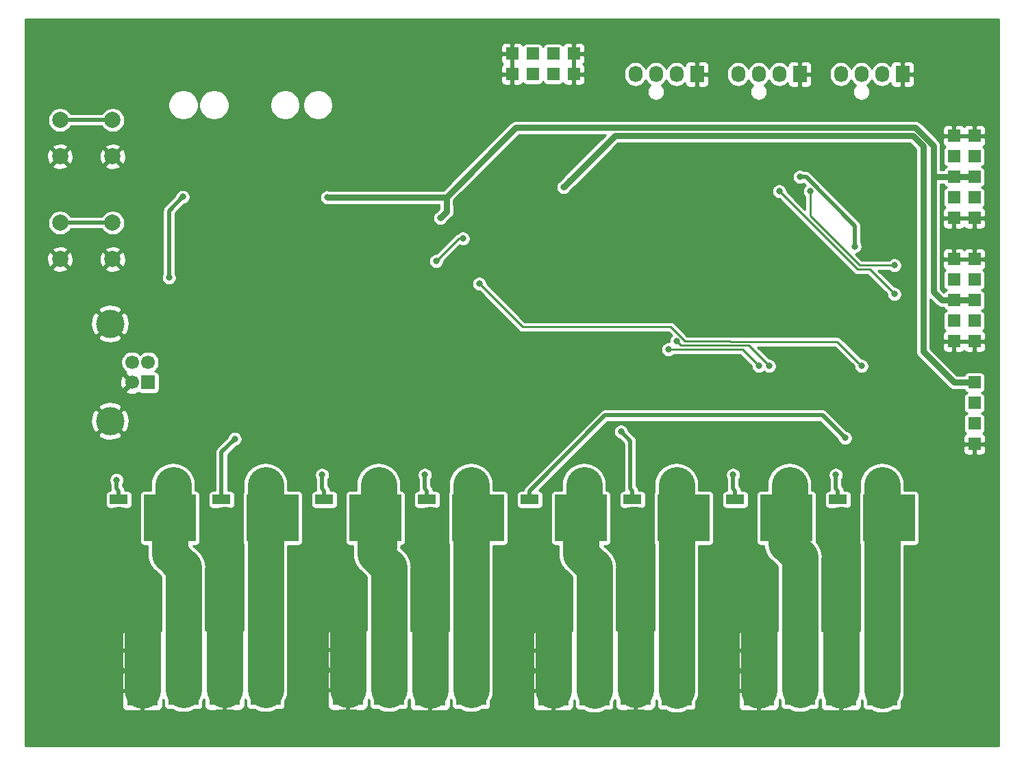
<source format=gbr>
G04 #@! TF.GenerationSoftware,KiCad,Pcbnew,5.1.5-52549c5~84~ubuntu18.04.1*
G04 #@! TF.CreationDate,2020-01-14T22:50:30+01:00*
G04 #@! TF.ProjectId,E32CB_R2,45333243-425f-4523-922e-6b696361645f,rev?*
G04 #@! TF.SameCoordinates,Original*
G04 #@! TF.FileFunction,Copper,L1,Top*
G04 #@! TF.FilePolarity,Positive*
%FSLAX46Y46*%
G04 Gerber Fmt 4.6, Leading zero omitted, Abs format (unit mm)*
G04 Created by KiCad (PCBNEW 5.1.5-52549c5~84~ubuntu18.04.1) date 2020-01-14 22:50:30*
%MOMM*%
%LPD*%
G04 APERTURE LIST*
%ADD10C,2.000000*%
%ADD11R,6.400000X5.800000*%
%ADD12R,2.200000X1.200000*%
%ADD13C,3.500000*%
%ADD14C,1.700000*%
%ADD15R,1.700000X1.700000*%
%ADD16R,1.524000X1.524000*%
%ADD17R,3.810000X3.810000*%
%ADD18C,6.000000*%
%ADD19O,1.730000X2.030000*%
%ADD20R,1.730000X2.030000*%
%ADD21C,0.800000*%
%ADD22C,1.200000*%
%ADD23C,4.500000*%
%ADD24C,0.500000*%
%ADD25C,0.750000*%
%ADD26C,0.254000*%
G04 APERTURE END LIST*
D10*
X97940000Y-59000000D03*
X97940000Y-63500000D03*
X91440000Y-59000000D03*
X91440000Y-63500000D03*
D11*
X193905000Y-108205000D03*
D12*
X187605000Y-110485000D03*
X187605000Y-105925000D03*
D11*
X181205000Y-108205000D03*
D12*
X174905000Y-110485000D03*
X174905000Y-105925000D03*
D11*
X168505000Y-108205000D03*
D12*
X162205000Y-110485000D03*
X162205000Y-105925000D03*
D11*
X155805000Y-108205000D03*
D12*
X149505000Y-110485000D03*
X149505000Y-105925000D03*
D11*
X143105000Y-108205000D03*
D12*
X136805000Y-110485000D03*
X136805000Y-105925000D03*
D11*
X130405000Y-108205000D03*
D12*
X124105000Y-110485000D03*
X124105000Y-105925000D03*
D11*
X117705000Y-108205000D03*
D12*
X111405000Y-110485000D03*
X111405000Y-105925000D03*
D11*
X105005000Y-108205000D03*
D12*
X98705000Y-110485000D03*
X98705000Y-105925000D03*
D10*
X97940000Y-71700000D03*
X97940000Y-76200000D03*
X91440000Y-71700000D03*
X91440000Y-76200000D03*
D13*
X97620000Y-84170000D03*
X97620000Y-96210000D03*
D14*
X100330000Y-91440000D03*
X100330000Y-88940000D03*
X102330000Y-88940000D03*
D15*
X102330000Y-91440000D03*
D16*
X201930000Y-76200000D03*
X204470000Y-76200000D03*
X201930000Y-78740000D03*
X204470000Y-78740000D03*
X201930000Y-81280000D03*
X204470000Y-81280000D03*
X201930000Y-83820000D03*
X204470000Y-83820000D03*
X201930000Y-86360000D03*
X204470000Y-86360000D03*
X201930000Y-60960000D03*
X204470000Y-60960000D03*
X201930000Y-63500000D03*
X204470000Y-63500000D03*
X201930000Y-66040000D03*
X204470000Y-66040000D03*
X201930000Y-68580000D03*
X204470000Y-68580000D03*
X201930000Y-71120000D03*
X204470000Y-71120000D03*
X154940000Y-50800000D03*
X154940000Y-53340000D03*
X152400000Y-50800000D03*
X152400000Y-53340000D03*
X149860000Y-50800000D03*
X149860000Y-53340000D03*
X147320000Y-50800000D03*
X147320000Y-53340000D03*
X204470000Y-99060000D03*
X204470000Y-96520000D03*
X204470000Y-93980000D03*
X204470000Y-91440000D03*
D17*
X193040000Y-124540000D03*
X193040000Y-129540000D03*
X187960000Y-124540000D03*
X187960000Y-129540000D03*
X182880000Y-124460000D03*
X182880000Y-129460000D03*
X177800000Y-124540000D03*
X177800000Y-129540000D03*
X167640000Y-124540000D03*
X167640000Y-129540000D03*
X162560000Y-124460000D03*
X162560000Y-129460000D03*
X157480000Y-124540000D03*
X157480000Y-129540000D03*
X152400000Y-124540000D03*
X152400000Y-129540000D03*
X142240000Y-124460000D03*
X142240000Y-129460000D03*
X137160000Y-124540000D03*
X137160000Y-129540000D03*
X132080000Y-124460000D03*
X132080000Y-129460000D03*
X127000000Y-124460000D03*
X127000000Y-129460000D03*
X116840000Y-124460000D03*
X116840000Y-129460000D03*
X111760000Y-124460000D03*
X111760000Y-129460000D03*
X106680000Y-124460000D03*
X106680000Y-129460000D03*
X101600000Y-124540000D03*
X101600000Y-129540000D03*
D18*
X203200000Y-50800000D03*
X91440000Y-132080000D03*
X91440000Y-50800000D03*
X203200000Y-132080000D03*
D19*
X187960000Y-53340000D03*
X190500000Y-53340000D03*
X193040000Y-53340000D03*
D20*
X195580000Y-53340000D03*
D19*
X175260000Y-53340000D03*
X177800000Y-53340000D03*
X180340000Y-53340000D03*
D20*
X182880000Y-53340000D03*
D19*
X162560000Y-53340000D03*
X165100000Y-53340000D03*
X167640000Y-53340000D03*
D20*
X170180000Y-53340000D03*
D21*
X187960000Y-111760000D03*
X187960000Y-113030000D03*
X187960000Y-114300000D03*
X187960000Y-115570000D03*
X174905000Y-112115000D03*
X175260000Y-113030000D03*
X176530000Y-114300000D03*
X177165000Y-114935000D03*
X162560000Y-111760000D03*
X162560000Y-113030000D03*
X162560000Y-114300000D03*
X162560000Y-115570000D03*
X149505000Y-112115000D03*
X149860000Y-114300000D03*
X151130000Y-115570000D03*
X149505000Y-113385000D03*
X137160000Y-111760000D03*
X137160000Y-114300000D03*
X137160000Y-113030000D03*
X137160000Y-115570000D03*
X124105000Y-112115000D03*
X124105000Y-113385000D03*
X124275000Y-115755000D03*
X125545000Y-117025000D03*
X111760000Y-111760000D03*
X111760000Y-113030000D03*
X111760000Y-114300000D03*
X111760000Y-115570000D03*
X98705000Y-112115000D03*
X98705000Y-113385000D03*
X98705000Y-114655000D03*
X98875000Y-115755000D03*
D22*
X98705000Y-108305000D03*
X111760000Y-107950000D03*
X124460000Y-109220000D03*
X137160000Y-107950000D03*
X149505000Y-109575000D03*
X162560000Y-107950000D03*
X187960000Y-107950000D03*
X175260000Y-109220000D03*
D21*
X119380000Y-85090000D03*
X128270000Y-85090000D03*
X162560000Y-87630000D03*
X152400000Y-87630000D03*
X124460000Y-73660000D03*
X119380000Y-69850000D03*
X102870000Y-59690000D03*
X101600000Y-55880000D03*
X173990000Y-89916000D03*
X163830000Y-77978000D03*
X166116000Y-67310000D03*
X168656000Y-67564000D03*
X163576000Y-68326000D03*
X104902000Y-78486000D03*
X106602500Y-68502500D03*
X124460000Y-68580000D03*
X138430000Y-71120000D03*
X139245000Y-70305000D03*
X153670000Y-67310000D03*
X154485000Y-66495000D03*
X189678500Y-74616500D03*
X182880000Y-66040000D03*
X105005000Y-112165000D03*
X105410000Y-113030000D03*
X106045000Y-113665000D03*
X106680000Y-114300000D03*
D22*
X105410000Y-104140000D03*
D21*
X116840000Y-111760000D03*
X116840000Y-113030000D03*
X116840000Y-114300000D03*
X116840000Y-115570000D03*
D22*
X116840000Y-104140000D03*
D21*
X130405000Y-112165000D03*
X131445000Y-113665000D03*
X132080000Y-115570000D03*
X132080000Y-116840000D03*
D22*
X130810000Y-104140000D03*
D21*
X142240000Y-111760000D03*
X142240000Y-113030000D03*
X142240000Y-114300000D03*
X142240000Y-115570000D03*
D22*
X142240000Y-104140000D03*
D21*
X155805000Y-112165000D03*
X156845000Y-113665000D03*
X157480000Y-115570000D03*
X157480000Y-116840000D03*
D22*
X156210000Y-104140000D03*
D21*
X167640000Y-111760000D03*
X167640000Y-113030000D03*
X167640000Y-114300000D03*
X167640000Y-115570000D03*
D22*
X167640000Y-104140000D03*
D21*
X181610000Y-111760000D03*
X182880000Y-113030000D03*
X182880000Y-114300000D03*
X182880000Y-115570000D03*
D22*
X181610000Y-104140000D03*
D21*
X193040000Y-111760000D03*
X193040000Y-113030000D03*
X193040000Y-114300000D03*
X193040000Y-115570000D03*
D22*
X193040000Y-104140000D03*
D21*
X194564000Y-76962000D03*
X184150000Y-67818000D03*
X194564000Y-80518000D03*
X180340000Y-67818000D03*
X143256000Y-79248000D03*
X190500000Y-89408000D03*
X137922000Y-76454000D03*
X141224000Y-73660000D03*
X98425000Y-103505000D03*
X113030000Y-98425000D03*
X123825000Y-102870000D03*
X136525000Y-102870000D03*
X188468000Y-98298000D03*
X160782000Y-97536000D03*
X174625000Y-102870000D03*
X187325000Y-102870000D03*
X167640000Y-86360000D03*
X179070000Y-89408000D03*
X166624000Y-87376000D03*
X177800000Y-89408000D03*
D23*
X187960000Y-110840000D02*
X187605000Y-110485000D01*
X187960000Y-129540000D02*
X187960000Y-115570000D01*
X174905000Y-112675000D02*
X174905000Y-112115000D01*
X177800000Y-129540000D02*
X177800000Y-115570000D01*
X177800000Y-115570000D02*
X177165000Y-114935000D01*
X187960000Y-111760000D02*
X187960000Y-110840000D01*
X187960000Y-113030000D02*
X187960000Y-111760000D01*
X187960000Y-114300000D02*
X187960000Y-113030000D01*
X187960000Y-115570000D02*
X187960000Y-114300000D01*
X174905000Y-112115000D02*
X174905000Y-110485000D01*
X175260000Y-113030000D02*
X174905000Y-112675000D01*
X176530000Y-114300000D02*
X175260000Y-113030000D01*
X177165000Y-114935000D02*
X176530000Y-114300000D01*
X162560000Y-110840000D02*
X162205000Y-110485000D01*
X162560000Y-129460000D02*
X162560000Y-115570000D01*
X149505000Y-113945000D02*
X149505000Y-113385000D01*
X152400000Y-129540000D02*
X152400000Y-116840000D01*
X152400000Y-116840000D02*
X151130000Y-115570000D01*
X137160000Y-110840000D02*
X136805000Y-110485000D01*
X137160000Y-129540000D02*
X137160000Y-115570000D01*
X111760000Y-110840000D02*
X111405000Y-110485000D01*
X111760000Y-129460000D02*
X111760000Y-115570000D01*
X124105000Y-115585000D02*
X124105000Y-113385000D01*
X127000000Y-118110000D02*
X126630000Y-118110000D01*
X126630000Y-118110000D02*
X125545000Y-117025000D01*
X127000000Y-129460000D02*
X127000000Y-118110000D01*
X98705000Y-115585000D02*
X98705000Y-114655000D01*
X101230000Y-118110000D02*
X98875000Y-115755000D01*
X101600000Y-118110000D02*
X101230000Y-118110000D01*
X101600000Y-129540000D02*
X101600000Y-118110000D01*
X162560000Y-111760000D02*
X162560000Y-110840000D01*
X162560000Y-113030000D02*
X162560000Y-111760000D01*
X162560000Y-114300000D02*
X162560000Y-113030000D01*
X162560000Y-115570000D02*
X162560000Y-114300000D01*
X149505000Y-112115000D02*
X149505000Y-110485000D01*
X149860000Y-114300000D02*
X149505000Y-113945000D01*
X151130000Y-115570000D02*
X149860000Y-114300000D01*
X149505000Y-113385000D02*
X149505000Y-112115000D01*
X137160000Y-111760000D02*
X137160000Y-110840000D01*
X137160000Y-114300000D02*
X137160000Y-113030000D01*
X137160000Y-113030000D02*
X137160000Y-111760000D01*
X137160000Y-115570000D02*
X137160000Y-114300000D01*
X124105000Y-112115000D02*
X124105000Y-110485000D01*
X124105000Y-113385000D02*
X124105000Y-112115000D01*
X124275000Y-115755000D02*
X124105000Y-115585000D01*
X125545000Y-117025000D02*
X124275000Y-115755000D01*
X111760000Y-111760000D02*
X111760000Y-110840000D01*
X111760000Y-113030000D02*
X111760000Y-111760000D01*
X111760000Y-114300000D02*
X111760000Y-113030000D01*
X111760000Y-115570000D02*
X111760000Y-114300000D01*
X98705000Y-112115000D02*
X98705000Y-110485000D01*
X98705000Y-113385000D02*
X98705000Y-112115000D01*
X98705000Y-114655000D02*
X98705000Y-113385000D01*
X98875000Y-115755000D02*
X98705000Y-115585000D01*
X187960000Y-111760000D02*
X187960000Y-108975001D01*
X175260000Y-111760000D02*
X174905000Y-112115000D01*
X175260000Y-109220000D02*
X175260000Y-111760000D01*
X162205000Y-108975001D02*
X162560000Y-108975001D01*
X162205000Y-110485000D02*
X162205000Y-108975001D01*
X149505000Y-109575000D02*
X149505000Y-113385000D01*
X137160000Y-115570000D02*
X137160000Y-108975001D01*
X124460000Y-113030000D02*
X124105000Y-113385000D01*
X124460000Y-109220000D02*
X124460000Y-113030000D01*
X111760000Y-111760000D02*
X111760000Y-108975001D01*
X98705000Y-114655000D02*
X98705000Y-108975001D01*
D24*
X104902000Y-70203000D02*
X106602500Y-68502500D01*
X104902000Y-78486000D02*
X104902000Y-70203000D01*
D25*
X204470000Y-81280000D02*
X201930000Y-81280000D01*
X200418000Y-81280000D02*
X199390000Y-80252000D01*
X201930000Y-81280000D02*
X200418000Y-81280000D01*
X199390000Y-80252000D02*
X199390000Y-66040000D01*
X199390000Y-66040000D02*
X204470000Y-66040000D01*
X138430000Y-71120000D02*
X139245000Y-70305000D01*
X124460000Y-68580000D02*
X139192000Y-68580000D01*
X139245000Y-70305000D02*
X139192000Y-68580000D01*
X139245000Y-68505000D02*
X139192000Y-68580000D01*
X147806000Y-59944000D02*
X139245000Y-68505000D01*
X197177516Y-59944000D02*
X147806000Y-59944000D01*
X199390000Y-66040000D02*
X199390000Y-62156484D01*
X199390000Y-62156484D02*
X197177516Y-59944000D01*
X153670000Y-67310000D02*
X154485000Y-66495000D01*
X154485000Y-66495000D02*
X160020000Y-60960000D01*
X160020000Y-60960000D02*
X196850000Y-60960000D01*
X196850000Y-60960000D02*
X198120000Y-62230000D01*
X198120000Y-62230000D02*
X198120000Y-87630000D01*
X198120000Y-87630000D02*
X201930000Y-91440000D01*
X201930000Y-91440000D02*
X204470000Y-91440000D01*
D24*
X182880000Y-66040000D02*
X183642000Y-66040000D01*
X189678500Y-72076500D02*
X189678500Y-74616500D01*
X183642000Y-66040000D02*
X189678500Y-72076500D01*
D23*
X105005000Y-112625000D02*
X105005000Y-112165000D01*
X106680000Y-129460000D02*
X106680000Y-114300000D01*
X106680000Y-114300000D02*
X106045000Y-113665000D01*
X105005000Y-112165000D02*
X105005000Y-108205000D01*
X105410000Y-113030000D02*
X105005000Y-112625000D01*
X106045000Y-113665000D02*
X105410000Y-113030000D01*
X106680000Y-114300000D02*
X106680000Y-114300000D01*
X105410000Y-107800000D02*
X105005000Y-108205000D01*
X105410000Y-104140000D02*
X105410000Y-107800000D01*
X116840000Y-109070000D02*
X117705000Y-108205000D01*
X116840000Y-129460000D02*
X116840000Y-115570000D01*
X116840000Y-111760000D02*
X116840000Y-109070000D01*
X116840000Y-113030000D02*
X116840000Y-111760000D01*
X116840000Y-114300000D02*
X116840000Y-113030000D01*
X116840000Y-115570000D02*
X116840000Y-114300000D01*
X116840000Y-104140000D02*
X116840000Y-113030000D01*
X130405000Y-112625000D02*
X130405000Y-112165000D01*
X132080000Y-129460000D02*
X132080000Y-116840000D01*
X132080000Y-114300000D02*
X131445000Y-113665000D01*
X130405000Y-112165000D02*
X130405000Y-108205000D01*
X131445000Y-113665000D02*
X130405000Y-112625000D01*
X132080000Y-115570000D02*
X132080000Y-114300000D01*
X132080000Y-116840000D02*
X132080000Y-115570000D01*
X130810000Y-111760000D02*
X130405000Y-112165000D01*
X130810000Y-104140000D02*
X130810000Y-111760000D01*
X142240000Y-109070000D02*
X143105000Y-108205000D01*
X142240000Y-129460000D02*
X142240000Y-115570000D01*
X142240000Y-111760000D02*
X142240000Y-109070000D01*
X142240000Y-113030000D02*
X142240000Y-111760000D01*
X142240000Y-114300000D02*
X142240000Y-113030000D01*
X142240000Y-115570000D02*
X142240000Y-114300000D01*
X142240000Y-104140000D02*
X142240000Y-113030000D01*
X155805000Y-112625000D02*
X155805000Y-112165000D01*
X157480000Y-129540000D02*
X157480000Y-116840000D01*
X157480000Y-114300000D02*
X156845000Y-113665000D01*
X155805000Y-112165000D02*
X155805000Y-108205000D01*
X156845000Y-113665000D02*
X155805000Y-112625000D01*
X157480000Y-115570000D02*
X157480000Y-114300000D01*
X157480000Y-116840000D02*
X157480000Y-115570000D01*
X156210000Y-107800000D02*
X155805000Y-108205000D01*
X156210000Y-104140000D02*
X156210000Y-107800000D01*
X167640000Y-109070000D02*
X168505000Y-108205000D01*
X167640000Y-129540000D02*
X167640000Y-115570000D01*
X167640000Y-111760000D02*
X167640000Y-109070000D01*
X167640000Y-113030000D02*
X167640000Y-111760000D01*
X167640000Y-114300000D02*
X167640000Y-113030000D01*
X167640000Y-115570000D02*
X167640000Y-114300000D01*
X167640000Y-107340000D02*
X168505000Y-108205000D01*
X167640000Y-104140000D02*
X167640000Y-107340000D01*
X182880000Y-129460000D02*
X182880000Y-115570000D01*
X181205000Y-111355000D02*
X181205000Y-108205000D01*
X182880000Y-113030000D02*
X182880000Y-113030000D01*
X181610000Y-111760000D02*
X181205000Y-111355000D01*
X182880000Y-113030000D02*
X181610000Y-111760000D01*
X182880000Y-114300000D02*
X182880000Y-113030000D01*
X182880000Y-115570000D02*
X182880000Y-114300000D01*
X181610000Y-107800000D02*
X181205000Y-108205000D01*
X181610000Y-104140000D02*
X181610000Y-107800000D01*
X193040000Y-109070000D02*
X193905000Y-108205000D01*
X193040000Y-129540000D02*
X193040000Y-115570000D01*
X193040000Y-111760000D02*
X193040000Y-109070000D01*
X193040000Y-113030000D02*
X193040000Y-111760000D01*
X193040000Y-114300000D02*
X193040000Y-113030000D01*
X193040000Y-115570000D02*
X193040000Y-114300000D01*
X193040000Y-107340000D02*
X193905000Y-108205000D01*
X193040000Y-104140000D02*
X193040000Y-107340000D01*
D26*
X194564000Y-76962000D02*
X190246000Y-76962000D01*
X184150000Y-70866000D02*
X184150000Y-67818000D01*
X190246000Y-76962000D02*
X184150000Y-70866000D01*
X194564000Y-80518000D02*
X191516000Y-77470000D01*
X191516000Y-77470000D02*
X189992000Y-77470000D01*
X189992000Y-77470000D02*
X181864000Y-69342000D01*
X181864000Y-69342000D02*
X180340000Y-67818000D01*
D24*
X91440000Y-71700000D02*
X97940000Y-71700000D01*
D26*
X190100001Y-89008001D02*
X190500000Y-89408000D01*
X187505990Y-86413990D02*
X190100001Y-89008001D01*
X148590000Y-84582000D02*
X166937962Y-84582000D01*
X174297990Y-86413990D02*
X187505990Y-86413990D01*
X143256000Y-79248000D02*
X148590000Y-84582000D01*
X174244000Y-86360000D02*
X174297990Y-86413990D01*
X166937962Y-84582000D02*
X168715962Y-86360000D01*
X168715962Y-86360000D02*
X174244000Y-86360000D01*
D24*
X91440000Y-59000000D02*
X97940000Y-59000000D01*
D26*
X137922000Y-76454000D02*
X140716000Y-73660000D01*
X140716000Y-73660000D02*
X141224000Y-73660000D01*
X141224000Y-73660000D02*
X141224000Y-73660000D01*
D24*
X98705000Y-104825000D02*
X98425000Y-104545000D01*
X98705000Y-105925000D02*
X98705000Y-104825000D01*
X98425000Y-104545000D02*
X98425000Y-103505000D01*
X98425000Y-103505000D02*
X98425000Y-103505000D01*
X98425000Y-103505000D02*
X98425000Y-103505000D01*
X98425000Y-103505000D02*
X98425000Y-103505000D01*
X111405000Y-105925000D02*
X111405000Y-104825000D01*
X111405000Y-104825000D02*
X111405000Y-100685000D01*
X111405000Y-100685000D02*
X111405000Y-100050000D01*
X111405000Y-100050000D02*
X113030000Y-98425000D01*
X113030000Y-98425000D02*
X113030000Y-98425000D01*
X113030000Y-98425000D02*
X113030000Y-98425000D01*
X124105000Y-104825000D02*
X123825000Y-104545000D01*
X124105000Y-105925000D02*
X124105000Y-104825000D01*
X123825000Y-104545000D02*
X123825000Y-102870000D01*
X123825000Y-102870000D02*
X123825000Y-102870000D01*
X123825000Y-102870000D02*
X123825000Y-102870000D01*
X136805000Y-104825000D02*
X136525000Y-104545000D01*
X136805000Y-105925000D02*
X136805000Y-104825000D01*
X136525000Y-104545000D02*
X136525000Y-102870000D01*
X136525000Y-102870000D02*
X136525000Y-102870000D01*
X136525000Y-102870000D02*
X136525000Y-102870000D01*
D26*
X188468000Y-98298000D02*
X188468000Y-98298000D01*
D24*
X149505000Y-104825000D02*
X158826000Y-95504000D01*
X149505000Y-105925000D02*
X149505000Y-104825000D01*
X185674000Y-95504000D02*
X188468000Y-98298000D01*
X158826000Y-95504000D02*
X185674000Y-95504000D01*
X162205000Y-104825000D02*
X161925000Y-104545000D01*
X162205000Y-105925000D02*
X162205000Y-104825000D01*
X161925000Y-104545000D02*
X161925000Y-98679000D01*
X161925000Y-98679000D02*
X160782000Y-97536000D01*
X160782000Y-97536000D02*
X160782000Y-97536000D01*
X174905000Y-104825000D02*
X174625000Y-104545000D01*
X174905000Y-105925000D02*
X174905000Y-104825000D01*
X174625000Y-104545000D02*
X174625000Y-102870000D01*
X174625000Y-102870000D02*
X174625000Y-102870000D01*
X174625000Y-102870000D02*
X174625000Y-102870000D01*
X174625000Y-102870000D02*
X174625000Y-102870000D01*
X187605000Y-104825000D02*
X187325000Y-104545000D01*
X187605000Y-105925000D02*
X187605000Y-104825000D01*
X187325000Y-104545000D02*
X187325000Y-102870000D01*
X187325000Y-102870000D02*
X187325000Y-102870000D01*
X187325000Y-102870000D02*
X187325000Y-102870000D01*
X187325000Y-102870000D02*
X187325000Y-102870000D01*
D26*
X176530000Y-86868000D02*
X179070000Y-89408000D01*
X167640000Y-86360000D02*
X168148000Y-86868000D01*
X168148000Y-86868000D02*
X176530000Y-86868000D01*
X175768000Y-87376000D02*
X177800000Y-89408000D01*
X166624000Y-87376000D02*
X175768000Y-87376000D01*
G36*
X207474001Y-56106882D02*
G01*
X207474000Y-56106892D01*
X207474001Y-136354000D01*
X87166000Y-136354000D01*
X87166000Y-131445000D01*
X99056928Y-131445000D01*
X99069188Y-131569482D01*
X99105498Y-131689180D01*
X99164463Y-131799494D01*
X99243815Y-131896185D01*
X99340506Y-131975537D01*
X99450820Y-132034502D01*
X99570518Y-132070812D01*
X99695000Y-132083072D01*
X101314250Y-132080000D01*
X101473000Y-131921250D01*
X101473000Y-129667000D01*
X99218750Y-129667000D01*
X99060000Y-129825750D01*
X99056928Y-131445000D01*
X87166000Y-131445000D01*
X87166000Y-126445000D01*
X99056928Y-126445000D01*
X99069188Y-126569482D01*
X99105498Y-126689180D01*
X99164463Y-126799494D01*
X99243815Y-126896185D01*
X99340506Y-126975537D01*
X99450820Y-127034502D01*
X99468944Y-127040000D01*
X99450820Y-127045498D01*
X99340506Y-127104463D01*
X99243815Y-127183815D01*
X99164463Y-127280506D01*
X99105498Y-127390820D01*
X99069188Y-127510518D01*
X99056928Y-127635000D01*
X99060000Y-129254250D01*
X99218750Y-129413000D01*
X101473000Y-129413000D01*
X101473000Y-127158750D01*
X101354250Y-127040000D01*
X101473000Y-126921250D01*
X101473000Y-124667000D01*
X99218750Y-124667000D01*
X99060000Y-124825750D01*
X99056928Y-126445000D01*
X87166000Y-126445000D01*
X87166000Y-122635000D01*
X99056928Y-122635000D01*
X99060000Y-124254250D01*
X99218750Y-124413000D01*
X101473000Y-124413000D01*
X101473000Y-122158750D01*
X101314250Y-122000000D01*
X99695000Y-121996928D01*
X99570518Y-122009188D01*
X99450820Y-122045498D01*
X99340506Y-122104463D01*
X99243815Y-122183815D01*
X99164463Y-122280506D01*
X99105498Y-122390820D01*
X99069188Y-122510518D01*
X99056928Y-122635000D01*
X87166000Y-122635000D01*
X87166000Y-111085000D01*
X96966928Y-111085000D01*
X96979188Y-111209482D01*
X97015498Y-111329180D01*
X97074463Y-111439494D01*
X97153815Y-111536185D01*
X97250506Y-111615537D01*
X97360820Y-111674502D01*
X97480518Y-111710812D01*
X97605000Y-111723072D01*
X98419250Y-111720000D01*
X98578000Y-111561250D01*
X98578000Y-110612000D01*
X98832000Y-110612000D01*
X98832000Y-111561250D01*
X98990750Y-111720000D01*
X99805000Y-111723072D01*
X99929482Y-111710812D01*
X100049180Y-111674502D01*
X100159494Y-111615537D01*
X100256185Y-111536185D01*
X100335537Y-111439494D01*
X100394502Y-111329180D01*
X100430812Y-111209482D01*
X100443072Y-111085000D01*
X100440000Y-110770750D01*
X100281250Y-110612000D01*
X98832000Y-110612000D01*
X98578000Y-110612000D01*
X97128750Y-110612000D01*
X96970000Y-110770750D01*
X96966928Y-111085000D01*
X87166000Y-111085000D01*
X87166000Y-109885000D01*
X96966928Y-109885000D01*
X96970000Y-110199250D01*
X97128750Y-110358000D01*
X98578000Y-110358000D01*
X98578000Y-109408750D01*
X98832000Y-109408750D01*
X98832000Y-110358000D01*
X100281250Y-110358000D01*
X100440000Y-110199250D01*
X100443072Y-109885000D01*
X100430812Y-109760518D01*
X100394502Y-109640820D01*
X100335537Y-109530506D01*
X100256185Y-109433815D01*
X100159494Y-109354463D01*
X100049180Y-109295498D01*
X99929482Y-109259188D01*
X99805000Y-109246928D01*
X98990750Y-109250000D01*
X98832000Y-109408750D01*
X98578000Y-109408750D01*
X98419250Y-109250000D01*
X97605000Y-109246928D01*
X97480518Y-109259188D01*
X97360820Y-109295498D01*
X97250506Y-109354463D01*
X97153815Y-109433815D01*
X97074463Y-109530506D01*
X97015498Y-109640820D01*
X96979188Y-109760518D01*
X96966928Y-109885000D01*
X87166000Y-109885000D01*
X87166000Y-105325000D01*
X97075451Y-105325000D01*
X97075451Y-106525000D01*
X97085626Y-106628310D01*
X97115761Y-106727650D01*
X97164696Y-106819202D01*
X97230552Y-106899448D01*
X97310798Y-106965304D01*
X97402350Y-107014239D01*
X97501690Y-107044374D01*
X97605000Y-107054549D01*
X99805000Y-107054549D01*
X99908310Y-107044374D01*
X100007650Y-107014239D01*
X100099202Y-106965304D01*
X100179448Y-106899448D01*
X100245304Y-106819202D01*
X100294239Y-106727650D01*
X100324374Y-106628310D01*
X100334549Y-106525000D01*
X100334549Y-105325000D01*
X100332580Y-105305000D01*
X101275451Y-105305000D01*
X101275451Y-111105000D01*
X101285626Y-111208310D01*
X101315761Y-111307650D01*
X101364696Y-111399202D01*
X101430552Y-111479448D01*
X101510798Y-111545304D01*
X101602350Y-111594239D01*
X101701690Y-111624374D01*
X101805000Y-111634549D01*
X102228000Y-111634549D01*
X102228000Y-112488591D01*
X102214565Y-112625000D01*
X102228000Y-112761409D01*
X102228000Y-112761418D01*
X102268181Y-113169386D01*
X102391037Y-113574387D01*
X102426973Y-113692853D01*
X102684837Y-114175283D01*
X102862119Y-114391301D01*
X103031864Y-114598135D01*
X103137827Y-114685097D01*
X103903001Y-115450271D01*
X103903000Y-122140168D01*
X103859494Y-122104463D01*
X103749180Y-122045498D01*
X103629482Y-122009188D01*
X103505000Y-121996928D01*
X101885750Y-122000000D01*
X101727000Y-122158750D01*
X101727000Y-124413000D01*
X101747000Y-124413000D01*
X101747000Y-124667000D01*
X101727000Y-124667000D01*
X101727000Y-126921250D01*
X101845750Y-127040000D01*
X101727000Y-127158750D01*
X101727000Y-129413000D01*
X101747000Y-129413000D01*
X101747000Y-129667000D01*
X101727000Y-129667000D01*
X101727000Y-131921250D01*
X101885750Y-132080000D01*
X103505000Y-132083072D01*
X103629482Y-132070812D01*
X103749180Y-132034502D01*
X103859494Y-131975537D01*
X103956185Y-131896185D01*
X104035537Y-131799494D01*
X104094502Y-131689180D01*
X104130812Y-131569482D01*
X104143072Y-131445000D01*
X104141472Y-130601751D01*
X104245451Y-130796281D01*
X104245451Y-131365000D01*
X104255626Y-131468310D01*
X104285761Y-131567650D01*
X104334696Y-131659202D01*
X104400552Y-131739448D01*
X104480798Y-131805304D01*
X104572350Y-131854239D01*
X104671690Y-131884374D01*
X104775000Y-131894549D01*
X105343718Y-131894549D01*
X105612146Y-132038027D01*
X106135613Y-132196819D01*
X106680000Y-132250436D01*
X107224386Y-132196819D01*
X107747853Y-132038027D01*
X108016281Y-131894549D01*
X108585000Y-131894549D01*
X108688310Y-131884374D01*
X108787650Y-131854239D01*
X108879202Y-131805304D01*
X108959448Y-131739448D01*
X109025304Y-131659202D01*
X109074239Y-131567650D01*
X109104374Y-131468310D01*
X109114549Y-131365000D01*
X109114549Y-130796282D01*
X109218375Y-130602037D01*
X109216928Y-131365000D01*
X109229188Y-131489482D01*
X109265498Y-131609180D01*
X109324463Y-131719494D01*
X109403815Y-131816185D01*
X109500506Y-131895537D01*
X109610820Y-131954502D01*
X109730518Y-131990812D01*
X109855000Y-132003072D01*
X111474250Y-132000000D01*
X111633000Y-131841250D01*
X111633000Y-129587000D01*
X111613000Y-129587000D01*
X111613000Y-129333000D01*
X111633000Y-129333000D01*
X111633000Y-127078750D01*
X111514250Y-126960000D01*
X111633000Y-126841250D01*
X111633000Y-124587000D01*
X111613000Y-124587000D01*
X111613000Y-124333000D01*
X111633000Y-124333000D01*
X111633000Y-122078750D01*
X111887000Y-122078750D01*
X111887000Y-124333000D01*
X111907000Y-124333000D01*
X111907000Y-124587000D01*
X111887000Y-124587000D01*
X111887000Y-126841250D01*
X112005750Y-126960000D01*
X111887000Y-127078750D01*
X111887000Y-129333000D01*
X111907000Y-129333000D01*
X111907000Y-129587000D01*
X111887000Y-129587000D01*
X111887000Y-131841250D01*
X112045750Y-132000000D01*
X113665000Y-132003072D01*
X113789482Y-131990812D01*
X113909180Y-131954502D01*
X114019494Y-131895537D01*
X114116185Y-131816185D01*
X114195537Y-131719494D01*
X114254502Y-131609180D01*
X114290812Y-131489482D01*
X114303072Y-131365000D01*
X114301625Y-130602036D01*
X114405451Y-130796281D01*
X114405451Y-131365000D01*
X114415626Y-131468310D01*
X114445761Y-131567650D01*
X114494696Y-131659202D01*
X114560552Y-131739448D01*
X114640798Y-131805304D01*
X114732350Y-131854239D01*
X114831690Y-131884374D01*
X114935000Y-131894549D01*
X115503718Y-131894549D01*
X115772146Y-132038027D01*
X116295613Y-132196819D01*
X116840000Y-132250436D01*
X117384386Y-132196819D01*
X117907853Y-132038027D01*
X118176281Y-131894549D01*
X118745000Y-131894549D01*
X118848310Y-131884374D01*
X118947650Y-131854239D01*
X119039202Y-131805304D01*
X119119448Y-131739448D01*
X119185304Y-131659202D01*
X119234239Y-131567650D01*
X119264374Y-131468310D01*
X119274549Y-131365000D01*
X124456928Y-131365000D01*
X124469188Y-131489482D01*
X124505498Y-131609180D01*
X124564463Y-131719494D01*
X124643815Y-131816185D01*
X124740506Y-131895537D01*
X124850820Y-131954502D01*
X124970518Y-131990812D01*
X125095000Y-132003072D01*
X126714250Y-132000000D01*
X126873000Y-131841250D01*
X126873000Y-129587000D01*
X124618750Y-129587000D01*
X124460000Y-129745750D01*
X124456928Y-131365000D01*
X119274549Y-131365000D01*
X119274549Y-130796282D01*
X119418027Y-130527854D01*
X119576819Y-130004387D01*
X119617000Y-129596419D01*
X119617000Y-126365000D01*
X124456928Y-126365000D01*
X124469188Y-126489482D01*
X124505498Y-126609180D01*
X124564463Y-126719494D01*
X124643815Y-126816185D01*
X124740506Y-126895537D01*
X124850820Y-126954502D01*
X124868944Y-126960000D01*
X124850820Y-126965498D01*
X124740506Y-127024463D01*
X124643815Y-127103815D01*
X124564463Y-127200506D01*
X124505498Y-127310820D01*
X124469188Y-127430518D01*
X124456928Y-127555000D01*
X124460000Y-129174250D01*
X124618750Y-129333000D01*
X126873000Y-129333000D01*
X126873000Y-127078750D01*
X126754250Y-126960000D01*
X126873000Y-126841250D01*
X126873000Y-124587000D01*
X124618750Y-124587000D01*
X124460000Y-124745750D01*
X124456928Y-126365000D01*
X119617000Y-126365000D01*
X119617000Y-122555000D01*
X124456928Y-122555000D01*
X124460000Y-124174250D01*
X124618750Y-124333000D01*
X126873000Y-124333000D01*
X126873000Y-122078750D01*
X126714250Y-121920000D01*
X125095000Y-121916928D01*
X124970518Y-121929188D01*
X124850820Y-121965498D01*
X124740506Y-122024463D01*
X124643815Y-122103815D01*
X124564463Y-122200506D01*
X124505498Y-122310820D01*
X124469188Y-122430518D01*
X124456928Y-122555000D01*
X119617000Y-122555000D01*
X119617000Y-111634549D01*
X120905000Y-111634549D01*
X121008310Y-111624374D01*
X121107650Y-111594239D01*
X121199202Y-111545304D01*
X121279448Y-111479448D01*
X121345304Y-111399202D01*
X121394239Y-111307650D01*
X121424374Y-111208310D01*
X121434549Y-111105000D01*
X121434549Y-111085000D01*
X122366928Y-111085000D01*
X122379188Y-111209482D01*
X122415498Y-111329180D01*
X122474463Y-111439494D01*
X122553815Y-111536185D01*
X122650506Y-111615537D01*
X122760820Y-111674502D01*
X122880518Y-111710812D01*
X123005000Y-111723072D01*
X123819250Y-111720000D01*
X123978000Y-111561250D01*
X123978000Y-110612000D01*
X124232000Y-110612000D01*
X124232000Y-111561250D01*
X124390750Y-111720000D01*
X125205000Y-111723072D01*
X125329482Y-111710812D01*
X125449180Y-111674502D01*
X125559494Y-111615537D01*
X125656185Y-111536185D01*
X125735537Y-111439494D01*
X125794502Y-111329180D01*
X125830812Y-111209482D01*
X125843072Y-111085000D01*
X125840000Y-110770750D01*
X125681250Y-110612000D01*
X124232000Y-110612000D01*
X123978000Y-110612000D01*
X122528750Y-110612000D01*
X122370000Y-110770750D01*
X122366928Y-111085000D01*
X121434549Y-111085000D01*
X121434549Y-109885000D01*
X122366928Y-109885000D01*
X122370000Y-110199250D01*
X122528750Y-110358000D01*
X123978000Y-110358000D01*
X123978000Y-109408750D01*
X124232000Y-109408750D01*
X124232000Y-110358000D01*
X125681250Y-110358000D01*
X125840000Y-110199250D01*
X125843072Y-109885000D01*
X125830812Y-109760518D01*
X125794502Y-109640820D01*
X125735537Y-109530506D01*
X125656185Y-109433815D01*
X125559494Y-109354463D01*
X125449180Y-109295498D01*
X125329482Y-109259188D01*
X125205000Y-109246928D01*
X124390750Y-109250000D01*
X124232000Y-109408750D01*
X123978000Y-109408750D01*
X123819250Y-109250000D01*
X123005000Y-109246928D01*
X122880518Y-109259188D01*
X122760820Y-109295498D01*
X122650506Y-109354463D01*
X122553815Y-109433815D01*
X122474463Y-109530506D01*
X122415498Y-109640820D01*
X122379188Y-109760518D01*
X122366928Y-109885000D01*
X121434549Y-109885000D01*
X121434549Y-105325000D01*
X122475451Y-105325000D01*
X122475451Y-106525000D01*
X122485626Y-106628310D01*
X122515761Y-106727650D01*
X122564696Y-106819202D01*
X122630552Y-106899448D01*
X122710798Y-106965304D01*
X122802350Y-107014239D01*
X122901690Y-107044374D01*
X123005000Y-107054549D01*
X125205000Y-107054549D01*
X125308310Y-107044374D01*
X125407650Y-107014239D01*
X125499202Y-106965304D01*
X125579448Y-106899448D01*
X125645304Y-106819202D01*
X125694239Y-106727650D01*
X125724374Y-106628310D01*
X125734549Y-106525000D01*
X125734549Y-105325000D01*
X125732580Y-105305000D01*
X126675451Y-105305000D01*
X126675451Y-111105000D01*
X126685626Y-111208310D01*
X126715761Y-111307650D01*
X126764696Y-111399202D01*
X126830552Y-111479448D01*
X126910798Y-111545304D01*
X127002350Y-111594239D01*
X127101690Y-111624374D01*
X127205000Y-111634549D01*
X127628000Y-111634549D01*
X127628000Y-112028591D01*
X127614565Y-112165000D01*
X127628000Y-112301409D01*
X127628000Y-112488591D01*
X127614565Y-112625000D01*
X127628000Y-112761409D01*
X127628000Y-112761418D01*
X127668181Y-113169386D01*
X127791037Y-113574387D01*
X127826973Y-113692853D01*
X128084837Y-114175283D01*
X128262119Y-114391301D01*
X128431864Y-114598135D01*
X128537827Y-114685097D01*
X129303000Y-115450270D01*
X129303000Y-116976418D01*
X129303001Y-116976428D01*
X129303001Y-122060168D01*
X129259494Y-122024463D01*
X129149180Y-121965498D01*
X129029482Y-121929188D01*
X128905000Y-121916928D01*
X127285750Y-121920000D01*
X127127000Y-122078750D01*
X127127000Y-124333000D01*
X127147000Y-124333000D01*
X127147000Y-124587000D01*
X127127000Y-124587000D01*
X127127000Y-126841250D01*
X127245750Y-126960000D01*
X127127000Y-127078750D01*
X127127000Y-129333000D01*
X127147000Y-129333000D01*
X127147000Y-129587000D01*
X127127000Y-129587000D01*
X127127000Y-131841250D01*
X127285750Y-132000000D01*
X128905000Y-132003072D01*
X129029482Y-131990812D01*
X129149180Y-131954502D01*
X129259494Y-131895537D01*
X129356185Y-131816185D01*
X129435537Y-131719494D01*
X129494502Y-131609180D01*
X129530812Y-131489482D01*
X129543072Y-131365000D01*
X129541625Y-130602036D01*
X129645451Y-130796281D01*
X129645451Y-131365000D01*
X129655626Y-131468310D01*
X129685761Y-131567650D01*
X129734696Y-131659202D01*
X129800552Y-131739448D01*
X129880798Y-131805304D01*
X129972350Y-131854239D01*
X130071690Y-131884374D01*
X130175000Y-131894549D01*
X130743718Y-131894549D01*
X131012146Y-132038027D01*
X131535613Y-132196819D01*
X132080000Y-132250436D01*
X132624386Y-132196819D01*
X133147853Y-132038027D01*
X133416281Y-131894549D01*
X133985000Y-131894549D01*
X134088310Y-131884374D01*
X134187650Y-131854239D01*
X134279202Y-131805304D01*
X134359448Y-131739448D01*
X134425304Y-131659202D01*
X134474239Y-131567650D01*
X134504374Y-131468310D01*
X134514549Y-131365000D01*
X134514549Y-130796282D01*
X134618528Y-130601752D01*
X134616928Y-131445000D01*
X134629188Y-131569482D01*
X134665498Y-131689180D01*
X134724463Y-131799494D01*
X134803815Y-131896185D01*
X134900506Y-131975537D01*
X135010820Y-132034502D01*
X135130518Y-132070812D01*
X135255000Y-132083072D01*
X136874250Y-132080000D01*
X137033000Y-131921250D01*
X137033000Y-129667000D01*
X137013000Y-129667000D01*
X137013000Y-129413000D01*
X137033000Y-129413000D01*
X137033000Y-127158750D01*
X136914250Y-127040000D01*
X137033000Y-126921250D01*
X137033000Y-124667000D01*
X137013000Y-124667000D01*
X137013000Y-124413000D01*
X137033000Y-124413000D01*
X137033000Y-122158750D01*
X137287000Y-122158750D01*
X137287000Y-124413000D01*
X137307000Y-124413000D01*
X137307000Y-124667000D01*
X137287000Y-124667000D01*
X137287000Y-126921250D01*
X137405750Y-127040000D01*
X137287000Y-127158750D01*
X137287000Y-129413000D01*
X137307000Y-129413000D01*
X137307000Y-129667000D01*
X137287000Y-129667000D01*
X137287000Y-131921250D01*
X137445750Y-132080000D01*
X139065000Y-132083072D01*
X139189482Y-132070812D01*
X139309180Y-132034502D01*
X139419494Y-131975537D01*
X139516185Y-131896185D01*
X139595537Y-131799494D01*
X139654502Y-131689180D01*
X139690812Y-131569482D01*
X139703072Y-131445000D01*
X139701472Y-130601751D01*
X139805451Y-130796281D01*
X139805451Y-131365000D01*
X139815626Y-131468310D01*
X139845761Y-131567650D01*
X139894696Y-131659202D01*
X139960552Y-131739448D01*
X140040798Y-131805304D01*
X140132350Y-131854239D01*
X140231690Y-131884374D01*
X140335000Y-131894549D01*
X140903718Y-131894549D01*
X141172146Y-132038027D01*
X141695613Y-132196819D01*
X142240000Y-132250436D01*
X142784386Y-132196819D01*
X143307853Y-132038027D01*
X143576281Y-131894549D01*
X144145000Y-131894549D01*
X144248310Y-131884374D01*
X144347650Y-131854239D01*
X144439202Y-131805304D01*
X144519448Y-131739448D01*
X144585304Y-131659202D01*
X144634239Y-131567650D01*
X144664374Y-131468310D01*
X144666669Y-131445000D01*
X149856928Y-131445000D01*
X149869188Y-131569482D01*
X149905498Y-131689180D01*
X149964463Y-131799494D01*
X150043815Y-131896185D01*
X150140506Y-131975537D01*
X150250820Y-132034502D01*
X150370518Y-132070812D01*
X150495000Y-132083072D01*
X152114250Y-132080000D01*
X152273000Y-131921250D01*
X152273000Y-129667000D01*
X150018750Y-129667000D01*
X149860000Y-129825750D01*
X149856928Y-131445000D01*
X144666669Y-131445000D01*
X144674549Y-131365000D01*
X144674549Y-130796282D01*
X144818027Y-130527854D01*
X144976819Y-130004387D01*
X145017000Y-129596419D01*
X145017000Y-126445000D01*
X149856928Y-126445000D01*
X149869188Y-126569482D01*
X149905498Y-126689180D01*
X149964463Y-126799494D01*
X150043815Y-126896185D01*
X150140506Y-126975537D01*
X150250820Y-127034502D01*
X150268944Y-127040000D01*
X150250820Y-127045498D01*
X150140506Y-127104463D01*
X150043815Y-127183815D01*
X149964463Y-127280506D01*
X149905498Y-127390820D01*
X149869188Y-127510518D01*
X149856928Y-127635000D01*
X149860000Y-129254250D01*
X150018750Y-129413000D01*
X152273000Y-129413000D01*
X152273000Y-127158750D01*
X152154250Y-127040000D01*
X152273000Y-126921250D01*
X152273000Y-124667000D01*
X150018750Y-124667000D01*
X149860000Y-124825750D01*
X149856928Y-126445000D01*
X145017000Y-126445000D01*
X145017000Y-122635000D01*
X149856928Y-122635000D01*
X149860000Y-124254250D01*
X150018750Y-124413000D01*
X152273000Y-124413000D01*
X152273000Y-122158750D01*
X152114250Y-122000000D01*
X150495000Y-121996928D01*
X150370518Y-122009188D01*
X150250820Y-122045498D01*
X150140506Y-122104463D01*
X150043815Y-122183815D01*
X149964463Y-122280506D01*
X149905498Y-122390820D01*
X149869188Y-122510518D01*
X149856928Y-122635000D01*
X145017000Y-122635000D01*
X145017000Y-111634549D01*
X146305000Y-111634549D01*
X146408310Y-111624374D01*
X146507650Y-111594239D01*
X146599202Y-111545304D01*
X146679448Y-111479448D01*
X146745304Y-111399202D01*
X146794239Y-111307650D01*
X146824374Y-111208310D01*
X146834549Y-111105000D01*
X146834549Y-111085000D01*
X147766928Y-111085000D01*
X147779188Y-111209482D01*
X147815498Y-111329180D01*
X147874463Y-111439494D01*
X147953815Y-111536185D01*
X148050506Y-111615537D01*
X148160820Y-111674502D01*
X148280518Y-111710812D01*
X148405000Y-111723072D01*
X149219250Y-111720000D01*
X149378000Y-111561250D01*
X149378000Y-110612000D01*
X149632000Y-110612000D01*
X149632000Y-111561250D01*
X149790750Y-111720000D01*
X150605000Y-111723072D01*
X150729482Y-111710812D01*
X150849180Y-111674502D01*
X150959494Y-111615537D01*
X151056185Y-111536185D01*
X151135537Y-111439494D01*
X151194502Y-111329180D01*
X151230812Y-111209482D01*
X151243072Y-111085000D01*
X151240000Y-110770750D01*
X151081250Y-110612000D01*
X149632000Y-110612000D01*
X149378000Y-110612000D01*
X147928750Y-110612000D01*
X147770000Y-110770750D01*
X147766928Y-111085000D01*
X146834549Y-111085000D01*
X146834549Y-109885000D01*
X147766928Y-109885000D01*
X147770000Y-110199250D01*
X147928750Y-110358000D01*
X149378000Y-110358000D01*
X149378000Y-109408750D01*
X149632000Y-109408750D01*
X149632000Y-110358000D01*
X151081250Y-110358000D01*
X151240000Y-110199250D01*
X151243072Y-109885000D01*
X151230812Y-109760518D01*
X151194502Y-109640820D01*
X151135537Y-109530506D01*
X151056185Y-109433815D01*
X150959494Y-109354463D01*
X150849180Y-109295498D01*
X150729482Y-109259188D01*
X150605000Y-109246928D01*
X149790750Y-109250000D01*
X149632000Y-109408750D01*
X149378000Y-109408750D01*
X149219250Y-109250000D01*
X148405000Y-109246928D01*
X148280518Y-109259188D01*
X148160820Y-109295498D01*
X148050506Y-109354463D01*
X147953815Y-109433815D01*
X147874463Y-109530506D01*
X147815498Y-109640820D01*
X147779188Y-109760518D01*
X147766928Y-109885000D01*
X146834549Y-109885000D01*
X146834549Y-105325000D01*
X147875451Y-105325000D01*
X147875451Y-106525000D01*
X147885626Y-106628310D01*
X147915761Y-106727650D01*
X147964696Y-106819202D01*
X148030552Y-106899448D01*
X148110798Y-106965304D01*
X148202350Y-107014239D01*
X148301690Y-107044374D01*
X148405000Y-107054549D01*
X150605000Y-107054549D01*
X150708310Y-107044374D01*
X150807650Y-107014239D01*
X150899202Y-106965304D01*
X150979448Y-106899448D01*
X151045304Y-106819202D01*
X151094239Y-106727650D01*
X151124374Y-106628310D01*
X151134549Y-106525000D01*
X151134549Y-105325000D01*
X151132580Y-105305000D01*
X152075451Y-105305000D01*
X152075451Y-111105000D01*
X152085626Y-111208310D01*
X152115761Y-111307650D01*
X152164696Y-111399202D01*
X152230552Y-111479448D01*
X152310798Y-111545304D01*
X152402350Y-111594239D01*
X152501690Y-111624374D01*
X152605000Y-111634549D01*
X153028000Y-111634549D01*
X153028000Y-112488591D01*
X153014565Y-112625000D01*
X153028000Y-112761409D01*
X153028000Y-112761418D01*
X153068181Y-113169386D01*
X153191037Y-113574387D01*
X153226973Y-113692853D01*
X153484837Y-114175283D01*
X153662119Y-114391301D01*
X153831864Y-114598135D01*
X153937827Y-114685097D01*
X154703000Y-115450270D01*
X154703000Y-116976418D01*
X154703001Y-116976428D01*
X154703001Y-122140168D01*
X154659494Y-122104463D01*
X154549180Y-122045498D01*
X154429482Y-122009188D01*
X154305000Y-121996928D01*
X152685750Y-122000000D01*
X152527000Y-122158750D01*
X152527000Y-124413000D01*
X152547000Y-124413000D01*
X152547000Y-124667000D01*
X152527000Y-124667000D01*
X152527000Y-126921250D01*
X152645750Y-127040000D01*
X152527000Y-127158750D01*
X152527000Y-129413000D01*
X152547000Y-129413000D01*
X152547000Y-129667000D01*
X152527000Y-129667000D01*
X152527000Y-131921250D01*
X152685750Y-132080000D01*
X154305000Y-132083072D01*
X154429482Y-132070812D01*
X154549180Y-132034502D01*
X154659494Y-131975537D01*
X154756185Y-131896185D01*
X154835537Y-131799494D01*
X154894502Y-131689180D01*
X154930812Y-131569482D01*
X154943072Y-131445000D01*
X154941625Y-130682036D01*
X155045451Y-130876281D01*
X155045451Y-131445000D01*
X155055626Y-131548310D01*
X155085761Y-131647650D01*
X155134696Y-131739202D01*
X155200552Y-131819448D01*
X155280798Y-131885304D01*
X155372350Y-131934239D01*
X155471690Y-131964374D01*
X155575000Y-131974549D01*
X156143718Y-131974549D01*
X156412146Y-132118027D01*
X156935613Y-132276819D01*
X157480000Y-132330436D01*
X158024386Y-132276819D01*
X158547853Y-132118027D01*
X158816281Y-131974549D01*
X159385000Y-131974549D01*
X159488310Y-131964374D01*
X159587650Y-131934239D01*
X159679202Y-131885304D01*
X159759448Y-131819448D01*
X159825304Y-131739202D01*
X159874239Y-131647650D01*
X159904374Y-131548310D01*
X159914549Y-131445000D01*
X159914549Y-130876282D01*
X160018223Y-130682322D01*
X160016928Y-131365000D01*
X160029188Y-131489482D01*
X160065498Y-131609180D01*
X160124463Y-131719494D01*
X160203815Y-131816185D01*
X160300506Y-131895537D01*
X160410820Y-131954502D01*
X160530518Y-131990812D01*
X160655000Y-132003072D01*
X162274250Y-132000000D01*
X162433000Y-131841250D01*
X162433000Y-129587000D01*
X162413000Y-129587000D01*
X162413000Y-129333000D01*
X162433000Y-129333000D01*
X162433000Y-127078750D01*
X162314250Y-126960000D01*
X162433000Y-126841250D01*
X162433000Y-124587000D01*
X162413000Y-124587000D01*
X162413000Y-124333000D01*
X162433000Y-124333000D01*
X162433000Y-122078750D01*
X162687000Y-122078750D01*
X162687000Y-124333000D01*
X162707000Y-124333000D01*
X162707000Y-124587000D01*
X162687000Y-124587000D01*
X162687000Y-126841250D01*
X162805750Y-126960000D01*
X162687000Y-127078750D01*
X162687000Y-129333000D01*
X162707000Y-129333000D01*
X162707000Y-129587000D01*
X162687000Y-129587000D01*
X162687000Y-131841250D01*
X162845750Y-132000000D01*
X164465000Y-132003072D01*
X164589482Y-131990812D01*
X164709180Y-131954502D01*
X164819494Y-131895537D01*
X164916185Y-131816185D01*
X164995537Y-131719494D01*
X165054502Y-131609180D01*
X165090812Y-131489482D01*
X165103072Y-131365000D01*
X165101777Y-130682321D01*
X165205451Y-130876281D01*
X165205451Y-131445000D01*
X165215626Y-131548310D01*
X165245761Y-131647650D01*
X165294696Y-131739202D01*
X165360552Y-131819448D01*
X165440798Y-131885304D01*
X165532350Y-131934239D01*
X165631690Y-131964374D01*
X165735000Y-131974549D01*
X166303718Y-131974549D01*
X166572146Y-132118027D01*
X167095613Y-132276819D01*
X167640000Y-132330436D01*
X168184386Y-132276819D01*
X168707853Y-132118027D01*
X168976281Y-131974549D01*
X169545000Y-131974549D01*
X169648310Y-131964374D01*
X169747650Y-131934239D01*
X169839202Y-131885304D01*
X169919448Y-131819448D01*
X169985304Y-131739202D01*
X170034239Y-131647650D01*
X170064374Y-131548310D01*
X170074549Y-131445000D01*
X175256928Y-131445000D01*
X175269188Y-131569482D01*
X175305498Y-131689180D01*
X175364463Y-131799494D01*
X175443815Y-131896185D01*
X175540506Y-131975537D01*
X175650820Y-132034502D01*
X175770518Y-132070812D01*
X175895000Y-132083072D01*
X177514250Y-132080000D01*
X177673000Y-131921250D01*
X177673000Y-129667000D01*
X175418750Y-129667000D01*
X175260000Y-129825750D01*
X175256928Y-131445000D01*
X170074549Y-131445000D01*
X170074549Y-130876282D01*
X170218027Y-130607854D01*
X170376819Y-130084387D01*
X170417000Y-129676419D01*
X170417000Y-126445000D01*
X175256928Y-126445000D01*
X175269188Y-126569482D01*
X175305498Y-126689180D01*
X175364463Y-126799494D01*
X175443815Y-126896185D01*
X175540506Y-126975537D01*
X175650820Y-127034502D01*
X175668944Y-127040000D01*
X175650820Y-127045498D01*
X175540506Y-127104463D01*
X175443815Y-127183815D01*
X175364463Y-127280506D01*
X175305498Y-127390820D01*
X175269188Y-127510518D01*
X175256928Y-127635000D01*
X175260000Y-129254250D01*
X175418750Y-129413000D01*
X177673000Y-129413000D01*
X177673000Y-127158750D01*
X177554250Y-127040000D01*
X177673000Y-126921250D01*
X177673000Y-124667000D01*
X175418750Y-124667000D01*
X175260000Y-124825750D01*
X175256928Y-126445000D01*
X170417000Y-126445000D01*
X170417000Y-122635000D01*
X175256928Y-122635000D01*
X175260000Y-124254250D01*
X175418750Y-124413000D01*
X177673000Y-124413000D01*
X177673000Y-122158750D01*
X177514250Y-122000000D01*
X175895000Y-121996928D01*
X175770518Y-122009188D01*
X175650820Y-122045498D01*
X175540506Y-122104463D01*
X175443815Y-122183815D01*
X175364463Y-122280506D01*
X175305498Y-122390820D01*
X175269188Y-122510518D01*
X175256928Y-122635000D01*
X170417000Y-122635000D01*
X170417000Y-111634549D01*
X171705000Y-111634549D01*
X171808310Y-111624374D01*
X171907650Y-111594239D01*
X171999202Y-111545304D01*
X172079448Y-111479448D01*
X172145304Y-111399202D01*
X172194239Y-111307650D01*
X172224374Y-111208310D01*
X172234549Y-111105000D01*
X172234549Y-111085000D01*
X173166928Y-111085000D01*
X173179188Y-111209482D01*
X173215498Y-111329180D01*
X173274463Y-111439494D01*
X173353815Y-111536185D01*
X173450506Y-111615537D01*
X173560820Y-111674502D01*
X173680518Y-111710812D01*
X173805000Y-111723072D01*
X174619250Y-111720000D01*
X174778000Y-111561250D01*
X174778000Y-110612000D01*
X175032000Y-110612000D01*
X175032000Y-111561250D01*
X175190750Y-111720000D01*
X176005000Y-111723072D01*
X176129482Y-111710812D01*
X176249180Y-111674502D01*
X176359494Y-111615537D01*
X176456185Y-111536185D01*
X176535537Y-111439494D01*
X176594502Y-111329180D01*
X176630812Y-111209482D01*
X176643072Y-111085000D01*
X176640000Y-110770750D01*
X176481250Y-110612000D01*
X175032000Y-110612000D01*
X174778000Y-110612000D01*
X173328750Y-110612000D01*
X173170000Y-110770750D01*
X173166928Y-111085000D01*
X172234549Y-111085000D01*
X172234549Y-109885000D01*
X173166928Y-109885000D01*
X173170000Y-110199250D01*
X173328750Y-110358000D01*
X174778000Y-110358000D01*
X174778000Y-109408750D01*
X175032000Y-109408750D01*
X175032000Y-110358000D01*
X176481250Y-110358000D01*
X176640000Y-110199250D01*
X176643072Y-109885000D01*
X176630812Y-109760518D01*
X176594502Y-109640820D01*
X176535537Y-109530506D01*
X176456185Y-109433815D01*
X176359494Y-109354463D01*
X176249180Y-109295498D01*
X176129482Y-109259188D01*
X176005000Y-109246928D01*
X175190750Y-109250000D01*
X175032000Y-109408750D01*
X174778000Y-109408750D01*
X174619250Y-109250000D01*
X173805000Y-109246928D01*
X173680518Y-109259188D01*
X173560820Y-109295498D01*
X173450506Y-109354463D01*
X173353815Y-109433815D01*
X173274463Y-109530506D01*
X173215498Y-109640820D01*
X173179188Y-109760518D01*
X173166928Y-109885000D01*
X172234549Y-109885000D01*
X172234549Y-105325000D01*
X173275451Y-105325000D01*
X173275451Y-106525000D01*
X173285626Y-106628310D01*
X173315761Y-106727650D01*
X173364696Y-106819202D01*
X173430552Y-106899448D01*
X173510798Y-106965304D01*
X173602350Y-107014239D01*
X173701690Y-107044374D01*
X173805000Y-107054549D01*
X176005000Y-107054549D01*
X176108310Y-107044374D01*
X176207650Y-107014239D01*
X176299202Y-106965304D01*
X176379448Y-106899448D01*
X176445304Y-106819202D01*
X176494239Y-106727650D01*
X176524374Y-106628310D01*
X176534549Y-106525000D01*
X176534549Y-105325000D01*
X176532580Y-105305000D01*
X177475451Y-105305000D01*
X177475451Y-111105000D01*
X177485626Y-111208310D01*
X177515761Y-111307650D01*
X177564696Y-111399202D01*
X177630552Y-111479448D01*
X177710798Y-111545304D01*
X177802350Y-111594239D01*
X177901690Y-111624374D01*
X178005000Y-111634549D01*
X178442097Y-111634549D01*
X178468181Y-111899386D01*
X178591037Y-112304387D01*
X178626973Y-112422853D01*
X178884837Y-112905283D01*
X179144902Y-113222172D01*
X179231864Y-113328135D01*
X179337827Y-113415097D01*
X180103000Y-114180270D01*
X180103000Y-115706418D01*
X180103001Y-115706428D01*
X180103001Y-122140168D01*
X180059494Y-122104463D01*
X179949180Y-122045498D01*
X179829482Y-122009188D01*
X179705000Y-121996928D01*
X178085750Y-122000000D01*
X177927000Y-122158750D01*
X177927000Y-124413000D01*
X177947000Y-124413000D01*
X177947000Y-124667000D01*
X177927000Y-124667000D01*
X177927000Y-126921250D01*
X178045750Y-127040000D01*
X177927000Y-127158750D01*
X177927000Y-129413000D01*
X177947000Y-129413000D01*
X177947000Y-129667000D01*
X177927000Y-129667000D01*
X177927000Y-131921250D01*
X178085750Y-132080000D01*
X179705000Y-132083072D01*
X179829482Y-132070812D01*
X179949180Y-132034502D01*
X180059494Y-131975537D01*
X180156185Y-131896185D01*
X180235537Y-131799494D01*
X180294502Y-131689180D01*
X180330812Y-131569482D01*
X180343072Y-131445000D01*
X180341472Y-130601751D01*
X180445451Y-130796281D01*
X180445451Y-131365000D01*
X180455626Y-131468310D01*
X180485761Y-131567650D01*
X180534696Y-131659202D01*
X180600552Y-131739448D01*
X180680798Y-131805304D01*
X180772350Y-131854239D01*
X180871690Y-131884374D01*
X180975000Y-131894549D01*
X181543718Y-131894549D01*
X181812146Y-132038027D01*
X182335613Y-132196819D01*
X182880000Y-132250436D01*
X183424386Y-132196819D01*
X183947853Y-132038027D01*
X184216281Y-131894549D01*
X184785000Y-131894549D01*
X184888310Y-131884374D01*
X184987650Y-131854239D01*
X185079202Y-131805304D01*
X185159448Y-131739448D01*
X185225304Y-131659202D01*
X185274239Y-131567650D01*
X185304374Y-131468310D01*
X185314549Y-131365000D01*
X185314549Y-130796282D01*
X185418528Y-130601752D01*
X185416928Y-131445000D01*
X185429188Y-131569482D01*
X185465498Y-131689180D01*
X185524463Y-131799494D01*
X185603815Y-131896185D01*
X185700506Y-131975537D01*
X185810820Y-132034502D01*
X185930518Y-132070812D01*
X186055000Y-132083072D01*
X187674250Y-132080000D01*
X187833000Y-131921250D01*
X187833000Y-129667000D01*
X187813000Y-129667000D01*
X187813000Y-129413000D01*
X187833000Y-129413000D01*
X187833000Y-127158750D01*
X187714250Y-127040000D01*
X187833000Y-126921250D01*
X187833000Y-124667000D01*
X187813000Y-124667000D01*
X187813000Y-124413000D01*
X187833000Y-124413000D01*
X187833000Y-122158750D01*
X188087000Y-122158750D01*
X188087000Y-124413000D01*
X188107000Y-124413000D01*
X188107000Y-124667000D01*
X188087000Y-124667000D01*
X188087000Y-126921250D01*
X188205750Y-127040000D01*
X188087000Y-127158750D01*
X188087000Y-129413000D01*
X188107000Y-129413000D01*
X188107000Y-129667000D01*
X188087000Y-129667000D01*
X188087000Y-131921250D01*
X188245750Y-132080000D01*
X189865000Y-132083072D01*
X189989482Y-132070812D01*
X190109180Y-132034502D01*
X190219494Y-131975537D01*
X190316185Y-131896185D01*
X190395537Y-131799494D01*
X190454502Y-131689180D01*
X190490812Y-131569482D01*
X190503072Y-131445000D01*
X190501625Y-130682036D01*
X190605451Y-130876281D01*
X190605451Y-131445000D01*
X190615626Y-131548310D01*
X190645761Y-131647650D01*
X190694696Y-131739202D01*
X190760552Y-131819448D01*
X190840798Y-131885304D01*
X190932350Y-131934239D01*
X191031690Y-131964374D01*
X191135000Y-131974549D01*
X191703718Y-131974549D01*
X191972146Y-132118027D01*
X192495613Y-132276819D01*
X193040000Y-132330436D01*
X193584386Y-132276819D01*
X194107853Y-132118027D01*
X194376281Y-131974549D01*
X194945000Y-131974549D01*
X195048310Y-131964374D01*
X195147650Y-131934239D01*
X195239202Y-131885304D01*
X195319448Y-131819448D01*
X195385304Y-131739202D01*
X195434239Y-131647650D01*
X195464374Y-131548310D01*
X195474549Y-131445000D01*
X195474549Y-130876282D01*
X195618027Y-130607854D01*
X195776819Y-130084387D01*
X195817000Y-129676419D01*
X195817000Y-111634549D01*
X197105000Y-111634549D01*
X197208310Y-111624374D01*
X197307650Y-111594239D01*
X197399202Y-111545304D01*
X197479448Y-111479448D01*
X197545304Y-111399202D01*
X197594239Y-111307650D01*
X197624374Y-111208310D01*
X197634549Y-111105000D01*
X197634549Y-105305000D01*
X197624374Y-105201690D01*
X197594239Y-105102350D01*
X197545304Y-105010798D01*
X197479448Y-104930552D01*
X197399202Y-104864696D01*
X197307650Y-104815761D01*
X197208310Y-104785626D01*
X197105000Y-104775451D01*
X195817000Y-104775451D01*
X195817000Y-104003581D01*
X195776819Y-103595613D01*
X195618027Y-103072146D01*
X195360163Y-102589717D01*
X195013135Y-102166864D01*
X194590282Y-101819837D01*
X194107853Y-101561973D01*
X193584386Y-101403181D01*
X193040000Y-101349564D01*
X192495613Y-101403181D01*
X191972146Y-101561973D01*
X191489717Y-101819837D01*
X191066864Y-102166865D01*
X190719837Y-102589718D01*
X190461973Y-103072147D01*
X190303181Y-103595614D01*
X190263000Y-104003582D01*
X190263000Y-105013971D01*
X190215761Y-105102350D01*
X190185626Y-105201690D01*
X190175451Y-105305000D01*
X190175451Y-111105000D01*
X190185626Y-111208310D01*
X190215761Y-111307650D01*
X190263000Y-111396029D01*
X190263000Y-115706418D01*
X190263001Y-115706428D01*
X190263001Y-122140168D01*
X190219494Y-122104463D01*
X190109180Y-122045498D01*
X189989482Y-122009188D01*
X189865000Y-121996928D01*
X188245750Y-122000000D01*
X188087000Y-122158750D01*
X187833000Y-122158750D01*
X187674250Y-122000000D01*
X186055000Y-121996928D01*
X185930518Y-122009188D01*
X185810820Y-122045498D01*
X185700506Y-122104463D01*
X185657000Y-122140167D01*
X185657000Y-113166418D01*
X185670436Y-113030000D01*
X185616819Y-112485613D01*
X185458027Y-111962146D01*
X185200163Y-111479717D01*
X184930058Y-111150594D01*
X184934549Y-111105000D01*
X184934549Y-111085000D01*
X185866928Y-111085000D01*
X185879188Y-111209482D01*
X185915498Y-111329180D01*
X185974463Y-111439494D01*
X186053815Y-111536185D01*
X186150506Y-111615537D01*
X186260820Y-111674502D01*
X186380518Y-111710812D01*
X186505000Y-111723072D01*
X187319250Y-111720000D01*
X187478000Y-111561250D01*
X187478000Y-110612000D01*
X187732000Y-110612000D01*
X187732000Y-111561250D01*
X187890750Y-111720000D01*
X188705000Y-111723072D01*
X188829482Y-111710812D01*
X188949180Y-111674502D01*
X189059494Y-111615537D01*
X189156185Y-111536185D01*
X189235537Y-111439494D01*
X189294502Y-111329180D01*
X189330812Y-111209482D01*
X189343072Y-111085000D01*
X189340000Y-110770750D01*
X189181250Y-110612000D01*
X187732000Y-110612000D01*
X187478000Y-110612000D01*
X186028750Y-110612000D01*
X185870000Y-110770750D01*
X185866928Y-111085000D01*
X184934549Y-111085000D01*
X184934549Y-109885000D01*
X185866928Y-109885000D01*
X185870000Y-110199250D01*
X186028750Y-110358000D01*
X187478000Y-110358000D01*
X187478000Y-109408750D01*
X187732000Y-109408750D01*
X187732000Y-110358000D01*
X189181250Y-110358000D01*
X189340000Y-110199250D01*
X189343072Y-109885000D01*
X189330812Y-109760518D01*
X189294502Y-109640820D01*
X189235537Y-109530506D01*
X189156185Y-109433815D01*
X189059494Y-109354463D01*
X188949180Y-109295498D01*
X188829482Y-109259188D01*
X188705000Y-109246928D01*
X187890750Y-109250000D01*
X187732000Y-109408750D01*
X187478000Y-109408750D01*
X187319250Y-109250000D01*
X186505000Y-109246928D01*
X186380518Y-109259188D01*
X186260820Y-109295498D01*
X186150506Y-109354463D01*
X186053815Y-109433815D01*
X185974463Y-109530506D01*
X185915498Y-109640820D01*
X185879188Y-109760518D01*
X185866928Y-109885000D01*
X184934549Y-109885000D01*
X184934549Y-105325000D01*
X185975451Y-105325000D01*
X185975451Y-106525000D01*
X185985626Y-106628310D01*
X186015761Y-106727650D01*
X186064696Y-106819202D01*
X186130552Y-106899448D01*
X186210798Y-106965304D01*
X186302350Y-107014239D01*
X186401690Y-107044374D01*
X186505000Y-107054549D01*
X188705000Y-107054549D01*
X188808310Y-107044374D01*
X188907650Y-107014239D01*
X188999202Y-106965304D01*
X189079448Y-106899448D01*
X189145304Y-106819202D01*
X189194239Y-106727650D01*
X189224374Y-106628310D01*
X189234549Y-106525000D01*
X189234549Y-105325000D01*
X189224374Y-105221690D01*
X189194239Y-105122350D01*
X189145304Y-105030798D01*
X189079448Y-104950552D01*
X188999202Y-104884696D01*
X188907650Y-104835761D01*
X188808310Y-104805626D01*
X188705000Y-104795451D01*
X188382849Y-104795451D01*
X188379551Y-104761973D01*
X188370757Y-104672681D01*
X188326327Y-104526216D01*
X188254177Y-104391234D01*
X188157080Y-104272920D01*
X188127430Y-104248587D01*
X188102000Y-104223157D01*
X188102000Y-103375693D01*
X188146496Y-103309099D01*
X188216376Y-103140396D01*
X188252000Y-102961301D01*
X188252000Y-102778699D01*
X188216376Y-102599604D01*
X188146496Y-102430901D01*
X188045048Y-102279072D01*
X187915928Y-102149952D01*
X187764099Y-102048504D01*
X187595396Y-101978624D01*
X187416301Y-101943000D01*
X187233699Y-101943000D01*
X187054604Y-101978624D01*
X186885901Y-102048504D01*
X186734072Y-102149952D01*
X186604952Y-102279072D01*
X186503504Y-102430901D01*
X186433624Y-102599604D01*
X186398000Y-102778699D01*
X186398000Y-102961301D01*
X186433624Y-103140396D01*
X186503504Y-103309099D01*
X186548001Y-103375694D01*
X186548000Y-104506836D01*
X186544241Y-104545000D01*
X186548000Y-104583163D01*
X186548000Y-104583165D01*
X186559243Y-104697318D01*
X186586398Y-104786834D01*
X186589012Y-104795451D01*
X186505000Y-104795451D01*
X186401690Y-104805626D01*
X186302350Y-104835761D01*
X186210798Y-104884696D01*
X186130552Y-104950552D01*
X186064696Y-105030798D01*
X186015761Y-105122350D01*
X185985626Y-105221690D01*
X185975451Y-105325000D01*
X184934549Y-105325000D01*
X184934549Y-105305000D01*
X184924374Y-105201690D01*
X184894239Y-105102350D01*
X184845304Y-105010798D01*
X184779448Y-104930552D01*
X184699202Y-104864696D01*
X184607650Y-104815761D01*
X184508310Y-104785626D01*
X184405000Y-104775451D01*
X184387000Y-104775451D01*
X184387000Y-104003581D01*
X184346819Y-103595613D01*
X184188027Y-103072146D01*
X183930163Y-102589717D01*
X183583135Y-102166864D01*
X183160282Y-101819837D01*
X182677853Y-101561973D01*
X182154386Y-101403181D01*
X181610000Y-101349564D01*
X181065613Y-101403181D01*
X180542146Y-101561973D01*
X180059717Y-101819837D01*
X179636864Y-102166865D01*
X179289837Y-102589718D01*
X179031973Y-103072147D01*
X178873181Y-103595614D01*
X178833000Y-104003582D01*
X178833000Y-104775451D01*
X178005000Y-104775451D01*
X177901690Y-104785626D01*
X177802350Y-104815761D01*
X177710798Y-104864696D01*
X177630552Y-104930552D01*
X177564696Y-105010798D01*
X177515761Y-105102350D01*
X177485626Y-105201690D01*
X177475451Y-105305000D01*
X176532580Y-105305000D01*
X176524374Y-105221690D01*
X176494239Y-105122350D01*
X176445304Y-105030798D01*
X176379448Y-104950552D01*
X176299202Y-104884696D01*
X176207650Y-104835761D01*
X176108310Y-104805626D01*
X176005000Y-104795451D01*
X175682849Y-104795451D01*
X175679551Y-104761973D01*
X175670757Y-104672681D01*
X175626327Y-104526216D01*
X175554177Y-104391234D01*
X175457080Y-104272920D01*
X175427430Y-104248587D01*
X175402000Y-104223157D01*
X175402000Y-103375693D01*
X175446496Y-103309099D01*
X175516376Y-103140396D01*
X175552000Y-102961301D01*
X175552000Y-102778699D01*
X175516376Y-102599604D01*
X175446496Y-102430901D01*
X175345048Y-102279072D01*
X175215928Y-102149952D01*
X175064099Y-102048504D01*
X174895396Y-101978624D01*
X174716301Y-101943000D01*
X174533699Y-101943000D01*
X174354604Y-101978624D01*
X174185901Y-102048504D01*
X174034072Y-102149952D01*
X173904952Y-102279072D01*
X173803504Y-102430901D01*
X173733624Y-102599604D01*
X173698000Y-102778699D01*
X173698000Y-102961301D01*
X173733624Y-103140396D01*
X173803504Y-103309099D01*
X173848001Y-103375694D01*
X173848000Y-104506836D01*
X173844241Y-104545000D01*
X173848000Y-104583163D01*
X173848000Y-104583165D01*
X173859243Y-104697318D01*
X173886398Y-104786834D01*
X173889012Y-104795451D01*
X173805000Y-104795451D01*
X173701690Y-104805626D01*
X173602350Y-104835761D01*
X173510798Y-104884696D01*
X173430552Y-104950552D01*
X173364696Y-105030798D01*
X173315761Y-105122350D01*
X173285626Y-105221690D01*
X173275451Y-105325000D01*
X172234549Y-105325000D01*
X172234549Y-105305000D01*
X172224374Y-105201690D01*
X172194239Y-105102350D01*
X172145304Y-105010798D01*
X172079448Y-104930552D01*
X171999202Y-104864696D01*
X171907650Y-104815761D01*
X171808310Y-104785626D01*
X171705000Y-104775451D01*
X170417000Y-104775451D01*
X170417000Y-104003581D01*
X170376819Y-103595613D01*
X170218027Y-103072146D01*
X169960163Y-102589717D01*
X169613135Y-102166864D01*
X169190282Y-101819837D01*
X168707853Y-101561973D01*
X168184386Y-101403181D01*
X167640000Y-101349564D01*
X167095613Y-101403181D01*
X166572146Y-101561973D01*
X166089717Y-101819837D01*
X165666864Y-102166865D01*
X165319837Y-102589718D01*
X165061973Y-103072147D01*
X164903181Y-103595614D01*
X164863000Y-104003582D01*
X164863000Y-105013971D01*
X164815761Y-105102350D01*
X164785626Y-105201690D01*
X164775451Y-105305000D01*
X164775451Y-111105000D01*
X164785626Y-111208310D01*
X164815761Y-111307650D01*
X164863000Y-111396029D01*
X164863000Y-115706418D01*
X164863001Y-115706428D01*
X164863001Y-122060168D01*
X164819494Y-122024463D01*
X164709180Y-121965498D01*
X164589482Y-121929188D01*
X164465000Y-121916928D01*
X162845750Y-121920000D01*
X162687000Y-122078750D01*
X162433000Y-122078750D01*
X162274250Y-121920000D01*
X160655000Y-121916928D01*
X160530518Y-121929188D01*
X160410820Y-121965498D01*
X160300506Y-122024463D01*
X160257000Y-122060167D01*
X160257000Y-114436409D01*
X160270435Y-114300000D01*
X160257000Y-114163591D01*
X160257000Y-114163582D01*
X160216819Y-113755614D01*
X160058027Y-113232146D01*
X159800163Y-112749717D01*
X159453136Y-112326864D01*
X159347169Y-112239899D01*
X158741819Y-111634549D01*
X159005000Y-111634549D01*
X159108310Y-111624374D01*
X159207650Y-111594239D01*
X159299202Y-111545304D01*
X159379448Y-111479448D01*
X159445304Y-111399202D01*
X159494239Y-111307650D01*
X159524374Y-111208310D01*
X159534549Y-111105000D01*
X159534549Y-111085000D01*
X160466928Y-111085000D01*
X160479188Y-111209482D01*
X160515498Y-111329180D01*
X160574463Y-111439494D01*
X160653815Y-111536185D01*
X160750506Y-111615537D01*
X160860820Y-111674502D01*
X160980518Y-111710812D01*
X161105000Y-111723072D01*
X161919250Y-111720000D01*
X162078000Y-111561250D01*
X162078000Y-110612000D01*
X162332000Y-110612000D01*
X162332000Y-111561250D01*
X162490750Y-111720000D01*
X163305000Y-111723072D01*
X163429482Y-111710812D01*
X163549180Y-111674502D01*
X163659494Y-111615537D01*
X163756185Y-111536185D01*
X163835537Y-111439494D01*
X163894502Y-111329180D01*
X163930812Y-111209482D01*
X163943072Y-111085000D01*
X163940000Y-110770750D01*
X163781250Y-110612000D01*
X162332000Y-110612000D01*
X162078000Y-110612000D01*
X160628750Y-110612000D01*
X160470000Y-110770750D01*
X160466928Y-111085000D01*
X159534549Y-111085000D01*
X159534549Y-109885000D01*
X160466928Y-109885000D01*
X160470000Y-110199250D01*
X160628750Y-110358000D01*
X162078000Y-110358000D01*
X162078000Y-109408750D01*
X162332000Y-109408750D01*
X162332000Y-110358000D01*
X163781250Y-110358000D01*
X163940000Y-110199250D01*
X163943072Y-109885000D01*
X163930812Y-109760518D01*
X163894502Y-109640820D01*
X163835537Y-109530506D01*
X163756185Y-109433815D01*
X163659494Y-109354463D01*
X163549180Y-109295498D01*
X163429482Y-109259188D01*
X163305000Y-109246928D01*
X162490750Y-109250000D01*
X162332000Y-109408750D01*
X162078000Y-109408750D01*
X161919250Y-109250000D01*
X161105000Y-109246928D01*
X160980518Y-109259188D01*
X160860820Y-109295498D01*
X160750506Y-109354463D01*
X160653815Y-109433815D01*
X160574463Y-109530506D01*
X160515498Y-109640820D01*
X160479188Y-109760518D01*
X160466928Y-109885000D01*
X159534549Y-109885000D01*
X159534549Y-105305000D01*
X159524374Y-105201690D01*
X159494239Y-105102350D01*
X159445304Y-105010798D01*
X159379448Y-104930552D01*
X159299202Y-104864696D01*
X159207650Y-104815761D01*
X159108310Y-104785626D01*
X159005000Y-104775451D01*
X158987000Y-104775451D01*
X158987000Y-104003581D01*
X158946819Y-103595613D01*
X158788027Y-103072146D01*
X158530163Y-102589717D01*
X158183135Y-102166864D01*
X157760282Y-101819837D01*
X157277853Y-101561973D01*
X156754386Y-101403181D01*
X156210000Y-101349564D01*
X155665613Y-101403181D01*
X155142146Y-101561973D01*
X154659717Y-101819837D01*
X154236864Y-102166865D01*
X153889837Y-102589718D01*
X153631973Y-103072147D01*
X153473181Y-103595614D01*
X153433000Y-104003582D01*
X153433000Y-104775451D01*
X152605000Y-104775451D01*
X152501690Y-104785626D01*
X152402350Y-104815761D01*
X152310798Y-104864696D01*
X152230552Y-104930552D01*
X152164696Y-105010798D01*
X152115761Y-105102350D01*
X152085626Y-105201690D01*
X152075451Y-105305000D01*
X151132580Y-105305000D01*
X151124374Y-105221690D01*
X151094239Y-105122350D01*
X151045304Y-105030798D01*
X150979448Y-104950552D01*
X150899202Y-104884696D01*
X150807650Y-104835761D01*
X150708310Y-104805626D01*
X150630846Y-104797997D01*
X157984144Y-97444699D01*
X159855000Y-97444699D01*
X159855000Y-97627301D01*
X159890624Y-97806396D01*
X159960504Y-97975099D01*
X160061952Y-98126928D01*
X160191072Y-98256048D01*
X160342901Y-98357496D01*
X160511604Y-98427376D01*
X160590158Y-98443001D01*
X161148001Y-99000845D01*
X161148000Y-104506837D01*
X161144241Y-104545000D01*
X161148000Y-104583163D01*
X161148000Y-104583165D01*
X161159243Y-104697318D01*
X161186398Y-104786834D01*
X161189012Y-104795451D01*
X161105000Y-104795451D01*
X161001690Y-104805626D01*
X160902350Y-104835761D01*
X160810798Y-104884696D01*
X160730552Y-104950552D01*
X160664696Y-105030798D01*
X160615761Y-105122350D01*
X160585626Y-105221690D01*
X160575451Y-105325000D01*
X160575451Y-106525000D01*
X160585626Y-106628310D01*
X160615761Y-106727650D01*
X160664696Y-106819202D01*
X160730552Y-106899448D01*
X160810798Y-106965304D01*
X160902350Y-107014239D01*
X161001690Y-107044374D01*
X161105000Y-107054549D01*
X163305000Y-107054549D01*
X163408310Y-107044374D01*
X163507650Y-107014239D01*
X163599202Y-106965304D01*
X163679448Y-106899448D01*
X163745304Y-106819202D01*
X163794239Y-106727650D01*
X163824374Y-106628310D01*
X163834549Y-106525000D01*
X163834549Y-105325000D01*
X163824374Y-105221690D01*
X163794239Y-105122350D01*
X163745304Y-105030798D01*
X163679448Y-104950552D01*
X163599202Y-104884696D01*
X163507650Y-104835761D01*
X163408310Y-104805626D01*
X163305000Y-104795451D01*
X162982849Y-104795451D01*
X162979551Y-104761973D01*
X162970757Y-104672681D01*
X162926327Y-104526216D01*
X162854177Y-104391234D01*
X162757080Y-104272920D01*
X162727430Y-104248587D01*
X162702000Y-104223157D01*
X162702000Y-99822000D01*
X203069928Y-99822000D01*
X203082188Y-99946482D01*
X203118498Y-100066180D01*
X203177463Y-100176494D01*
X203256815Y-100273185D01*
X203353506Y-100352537D01*
X203463820Y-100411502D01*
X203583518Y-100447812D01*
X203708000Y-100460072D01*
X204184250Y-100457000D01*
X204343000Y-100298250D01*
X204343000Y-99187000D01*
X204597000Y-99187000D01*
X204597000Y-100298250D01*
X204755750Y-100457000D01*
X205232000Y-100460072D01*
X205356482Y-100447812D01*
X205476180Y-100411502D01*
X205586494Y-100352537D01*
X205683185Y-100273185D01*
X205762537Y-100176494D01*
X205821502Y-100066180D01*
X205857812Y-99946482D01*
X205870072Y-99822000D01*
X205867000Y-99345750D01*
X205708250Y-99187000D01*
X204597000Y-99187000D01*
X204343000Y-99187000D01*
X203231750Y-99187000D01*
X203073000Y-99345750D01*
X203069928Y-99822000D01*
X162702000Y-99822000D01*
X162702000Y-98717155D01*
X162705758Y-98678999D01*
X162702000Y-98640843D01*
X162702000Y-98640834D01*
X162690757Y-98526681D01*
X162646327Y-98380216D01*
X162610399Y-98313000D01*
X162574177Y-98245233D01*
X162501409Y-98156565D01*
X162501408Y-98156564D01*
X162477080Y-98126920D01*
X162447436Y-98102592D01*
X161689001Y-97344158D01*
X161673376Y-97265604D01*
X161603496Y-97096901D01*
X161502048Y-96945072D01*
X161372928Y-96815952D01*
X161221099Y-96714504D01*
X161052396Y-96644624D01*
X160873301Y-96609000D01*
X160690699Y-96609000D01*
X160511604Y-96644624D01*
X160342901Y-96714504D01*
X160191072Y-96815952D01*
X160061952Y-96945072D01*
X159960504Y-97096901D01*
X159890624Y-97265604D01*
X159855000Y-97444699D01*
X157984144Y-97444699D01*
X159147844Y-96281000D01*
X185352157Y-96281000D01*
X187560999Y-98489843D01*
X187576624Y-98568396D01*
X187646504Y-98737099D01*
X187747952Y-98888928D01*
X187877072Y-99018048D01*
X188028901Y-99119496D01*
X188197604Y-99189376D01*
X188376699Y-99225000D01*
X188559301Y-99225000D01*
X188738396Y-99189376D01*
X188907099Y-99119496D01*
X189058928Y-99018048D01*
X189188048Y-98888928D01*
X189289496Y-98737099D01*
X189359376Y-98568396D01*
X189395000Y-98389301D01*
X189395000Y-98206699D01*
X189359376Y-98027604D01*
X189289496Y-97858901D01*
X189188048Y-97707072D01*
X189058928Y-97577952D01*
X188907099Y-97476504D01*
X188738396Y-97406624D01*
X188659843Y-97390999D01*
X186250413Y-94981569D01*
X186226080Y-94951920D01*
X186107766Y-94854823D01*
X185972784Y-94782673D01*
X185826319Y-94738243D01*
X185712166Y-94727000D01*
X185712163Y-94727000D01*
X185674000Y-94723241D01*
X185635837Y-94727000D01*
X158864163Y-94727000D01*
X158826000Y-94723241D01*
X158787836Y-94727000D01*
X158787834Y-94727000D01*
X158673681Y-94738243D01*
X158527216Y-94782673D01*
X158480199Y-94807805D01*
X158392234Y-94854822D01*
X158329785Y-94906073D01*
X158273920Y-94951920D01*
X158249592Y-94981564D01*
X148982565Y-104248592D01*
X148952921Y-104272920D01*
X148928593Y-104302564D01*
X148928591Y-104302566D01*
X148855823Y-104391234D01*
X148783673Y-104526217D01*
X148739244Y-104672682D01*
X148727152Y-104795451D01*
X148405000Y-104795451D01*
X148301690Y-104805626D01*
X148202350Y-104835761D01*
X148110798Y-104884696D01*
X148030552Y-104950552D01*
X147964696Y-105030798D01*
X147915761Y-105122350D01*
X147885626Y-105221690D01*
X147875451Y-105325000D01*
X146834549Y-105325000D01*
X146834549Y-105305000D01*
X146824374Y-105201690D01*
X146794239Y-105102350D01*
X146745304Y-105010798D01*
X146679448Y-104930552D01*
X146599202Y-104864696D01*
X146507650Y-104815761D01*
X146408310Y-104785626D01*
X146305000Y-104775451D01*
X145017000Y-104775451D01*
X145017000Y-104003581D01*
X144976819Y-103595613D01*
X144818027Y-103072146D01*
X144560163Y-102589717D01*
X144213135Y-102166864D01*
X143790282Y-101819837D01*
X143307853Y-101561973D01*
X142784386Y-101403181D01*
X142240000Y-101349564D01*
X141695613Y-101403181D01*
X141172146Y-101561973D01*
X140689717Y-101819837D01*
X140266864Y-102166865D01*
X139919837Y-102589718D01*
X139661973Y-103072147D01*
X139503181Y-103595614D01*
X139463000Y-104003582D01*
X139463000Y-105013971D01*
X139415761Y-105102350D01*
X139385626Y-105201690D01*
X139375451Y-105305000D01*
X139375451Y-111105000D01*
X139385626Y-111208310D01*
X139415761Y-111307650D01*
X139463000Y-111396029D01*
X139463000Y-115706418D01*
X139463001Y-115706428D01*
X139463001Y-122140168D01*
X139419494Y-122104463D01*
X139309180Y-122045498D01*
X139189482Y-122009188D01*
X139065000Y-121996928D01*
X137445750Y-122000000D01*
X137287000Y-122158750D01*
X137033000Y-122158750D01*
X136874250Y-122000000D01*
X135255000Y-121996928D01*
X135130518Y-122009188D01*
X135010820Y-122045498D01*
X134900506Y-122104463D01*
X134857000Y-122140167D01*
X134857000Y-114436409D01*
X134870435Y-114300000D01*
X134857000Y-114163591D01*
X134857000Y-114163582D01*
X134816819Y-113755614D01*
X134658027Y-113232146D01*
X134400163Y-112749717D01*
X134053136Y-112326864D01*
X133947169Y-112239899D01*
X133588496Y-111881226D01*
X133600435Y-111760001D01*
X133588079Y-111634549D01*
X133605000Y-111634549D01*
X133708310Y-111624374D01*
X133807650Y-111594239D01*
X133899202Y-111545304D01*
X133979448Y-111479448D01*
X134045304Y-111399202D01*
X134094239Y-111307650D01*
X134124374Y-111208310D01*
X134134549Y-111105000D01*
X134134549Y-111085000D01*
X135066928Y-111085000D01*
X135079188Y-111209482D01*
X135115498Y-111329180D01*
X135174463Y-111439494D01*
X135253815Y-111536185D01*
X135350506Y-111615537D01*
X135460820Y-111674502D01*
X135580518Y-111710812D01*
X135705000Y-111723072D01*
X136519250Y-111720000D01*
X136678000Y-111561250D01*
X136678000Y-110612000D01*
X136932000Y-110612000D01*
X136932000Y-111561250D01*
X137090750Y-111720000D01*
X137905000Y-111723072D01*
X138029482Y-111710812D01*
X138149180Y-111674502D01*
X138259494Y-111615537D01*
X138356185Y-111536185D01*
X138435537Y-111439494D01*
X138494502Y-111329180D01*
X138530812Y-111209482D01*
X138543072Y-111085000D01*
X138540000Y-110770750D01*
X138381250Y-110612000D01*
X136932000Y-110612000D01*
X136678000Y-110612000D01*
X135228750Y-110612000D01*
X135070000Y-110770750D01*
X135066928Y-111085000D01*
X134134549Y-111085000D01*
X134134549Y-109885000D01*
X135066928Y-109885000D01*
X135070000Y-110199250D01*
X135228750Y-110358000D01*
X136678000Y-110358000D01*
X136678000Y-109408750D01*
X136932000Y-109408750D01*
X136932000Y-110358000D01*
X138381250Y-110358000D01*
X138540000Y-110199250D01*
X138543072Y-109885000D01*
X138530812Y-109760518D01*
X138494502Y-109640820D01*
X138435537Y-109530506D01*
X138356185Y-109433815D01*
X138259494Y-109354463D01*
X138149180Y-109295498D01*
X138029482Y-109259188D01*
X137905000Y-109246928D01*
X137090750Y-109250000D01*
X136932000Y-109408750D01*
X136678000Y-109408750D01*
X136519250Y-109250000D01*
X135705000Y-109246928D01*
X135580518Y-109259188D01*
X135460820Y-109295498D01*
X135350506Y-109354463D01*
X135253815Y-109433815D01*
X135174463Y-109530506D01*
X135115498Y-109640820D01*
X135079188Y-109760518D01*
X135066928Y-109885000D01*
X134134549Y-109885000D01*
X134134549Y-105325000D01*
X135175451Y-105325000D01*
X135175451Y-106525000D01*
X135185626Y-106628310D01*
X135215761Y-106727650D01*
X135264696Y-106819202D01*
X135330552Y-106899448D01*
X135410798Y-106965304D01*
X135502350Y-107014239D01*
X135601690Y-107044374D01*
X135705000Y-107054549D01*
X137905000Y-107054549D01*
X138008310Y-107044374D01*
X138107650Y-107014239D01*
X138199202Y-106965304D01*
X138279448Y-106899448D01*
X138345304Y-106819202D01*
X138394239Y-106727650D01*
X138424374Y-106628310D01*
X138434549Y-106525000D01*
X138434549Y-105325000D01*
X138424374Y-105221690D01*
X138394239Y-105122350D01*
X138345304Y-105030798D01*
X138279448Y-104950552D01*
X138199202Y-104884696D01*
X138107650Y-104835761D01*
X138008310Y-104805626D01*
X137905000Y-104795451D01*
X137582849Y-104795451D01*
X137579551Y-104761973D01*
X137570757Y-104672681D01*
X137526327Y-104526216D01*
X137454177Y-104391234D01*
X137357080Y-104272920D01*
X137327430Y-104248587D01*
X137302000Y-104223157D01*
X137302000Y-103375693D01*
X137346496Y-103309099D01*
X137416376Y-103140396D01*
X137452000Y-102961301D01*
X137452000Y-102778699D01*
X137416376Y-102599604D01*
X137346496Y-102430901D01*
X137245048Y-102279072D01*
X137115928Y-102149952D01*
X136964099Y-102048504D01*
X136795396Y-101978624D01*
X136616301Y-101943000D01*
X136433699Y-101943000D01*
X136254604Y-101978624D01*
X136085901Y-102048504D01*
X135934072Y-102149952D01*
X135804952Y-102279072D01*
X135703504Y-102430901D01*
X135633624Y-102599604D01*
X135598000Y-102778699D01*
X135598000Y-102961301D01*
X135633624Y-103140396D01*
X135703504Y-103309099D01*
X135748001Y-103375694D01*
X135748000Y-104506836D01*
X135744241Y-104545000D01*
X135748000Y-104583163D01*
X135748000Y-104583165D01*
X135759243Y-104697318D01*
X135786398Y-104786834D01*
X135789012Y-104795451D01*
X135705000Y-104795451D01*
X135601690Y-104805626D01*
X135502350Y-104835761D01*
X135410798Y-104884696D01*
X135330552Y-104950552D01*
X135264696Y-105030798D01*
X135215761Y-105122350D01*
X135185626Y-105221690D01*
X135175451Y-105325000D01*
X134134549Y-105325000D01*
X134134549Y-105305000D01*
X134124374Y-105201690D01*
X134094239Y-105102350D01*
X134045304Y-105010798D01*
X133979448Y-104930552D01*
X133899202Y-104864696D01*
X133807650Y-104815761D01*
X133708310Y-104785626D01*
X133605000Y-104775451D01*
X133587000Y-104775451D01*
X133587000Y-104003581D01*
X133546819Y-103595613D01*
X133388027Y-103072146D01*
X133130163Y-102589717D01*
X132783135Y-102166864D01*
X132360282Y-101819837D01*
X131877853Y-101561973D01*
X131354386Y-101403181D01*
X130810000Y-101349564D01*
X130265613Y-101403181D01*
X129742146Y-101561973D01*
X129259717Y-101819837D01*
X128836864Y-102166865D01*
X128489837Y-102589718D01*
X128231973Y-103072147D01*
X128073181Y-103595614D01*
X128033000Y-104003582D01*
X128033000Y-104775451D01*
X127205000Y-104775451D01*
X127101690Y-104785626D01*
X127002350Y-104815761D01*
X126910798Y-104864696D01*
X126830552Y-104930552D01*
X126764696Y-105010798D01*
X126715761Y-105102350D01*
X126685626Y-105201690D01*
X126675451Y-105305000D01*
X125732580Y-105305000D01*
X125724374Y-105221690D01*
X125694239Y-105122350D01*
X125645304Y-105030798D01*
X125579448Y-104950552D01*
X125499202Y-104884696D01*
X125407650Y-104835761D01*
X125308310Y-104805626D01*
X125205000Y-104795451D01*
X124882849Y-104795451D01*
X124879551Y-104761973D01*
X124870757Y-104672681D01*
X124826327Y-104526216D01*
X124754177Y-104391234D01*
X124657080Y-104272920D01*
X124627430Y-104248587D01*
X124602000Y-104223157D01*
X124602000Y-103375693D01*
X124646496Y-103309099D01*
X124716376Y-103140396D01*
X124752000Y-102961301D01*
X124752000Y-102778699D01*
X124716376Y-102599604D01*
X124646496Y-102430901D01*
X124545048Y-102279072D01*
X124415928Y-102149952D01*
X124264099Y-102048504D01*
X124095396Y-101978624D01*
X123916301Y-101943000D01*
X123733699Y-101943000D01*
X123554604Y-101978624D01*
X123385901Y-102048504D01*
X123234072Y-102149952D01*
X123104952Y-102279072D01*
X123003504Y-102430901D01*
X122933624Y-102599604D01*
X122898000Y-102778699D01*
X122898000Y-102961301D01*
X122933624Y-103140396D01*
X123003504Y-103309099D01*
X123048001Y-103375694D01*
X123048000Y-104506836D01*
X123044241Y-104545000D01*
X123048000Y-104583163D01*
X123048000Y-104583165D01*
X123059243Y-104697318D01*
X123086398Y-104786834D01*
X123089012Y-104795451D01*
X123005000Y-104795451D01*
X122901690Y-104805626D01*
X122802350Y-104835761D01*
X122710798Y-104884696D01*
X122630552Y-104950552D01*
X122564696Y-105030798D01*
X122515761Y-105122350D01*
X122485626Y-105221690D01*
X122475451Y-105325000D01*
X121434549Y-105325000D01*
X121434549Y-105305000D01*
X121424374Y-105201690D01*
X121394239Y-105102350D01*
X121345304Y-105010798D01*
X121279448Y-104930552D01*
X121199202Y-104864696D01*
X121107650Y-104815761D01*
X121008310Y-104785626D01*
X120905000Y-104775451D01*
X119617000Y-104775451D01*
X119617000Y-104003581D01*
X119576819Y-103595613D01*
X119418027Y-103072146D01*
X119160163Y-102589717D01*
X118813135Y-102166864D01*
X118390282Y-101819837D01*
X117907853Y-101561973D01*
X117384386Y-101403181D01*
X116840000Y-101349564D01*
X116295613Y-101403181D01*
X115772146Y-101561973D01*
X115289717Y-101819837D01*
X114866864Y-102166865D01*
X114519837Y-102589718D01*
X114261973Y-103072147D01*
X114103181Y-103595614D01*
X114063000Y-104003582D01*
X114063000Y-105013971D01*
X114015761Y-105102350D01*
X113985626Y-105201690D01*
X113975451Y-105305000D01*
X113975451Y-111105000D01*
X113985626Y-111208310D01*
X114015761Y-111307650D01*
X114063000Y-111396029D01*
X114063000Y-115706418D01*
X114063001Y-115706428D01*
X114063001Y-122060168D01*
X114019494Y-122024463D01*
X113909180Y-121965498D01*
X113789482Y-121929188D01*
X113665000Y-121916928D01*
X112045750Y-121920000D01*
X111887000Y-122078750D01*
X111633000Y-122078750D01*
X111474250Y-121920000D01*
X109855000Y-121916928D01*
X109730518Y-121929188D01*
X109610820Y-121965498D01*
X109500506Y-122024463D01*
X109457000Y-122060167D01*
X109457000Y-114436418D01*
X109470436Y-114300000D01*
X109416819Y-113755613D01*
X109258027Y-113232146D01*
X109000163Y-112749717D01*
X108653136Y-112326864D01*
X108547169Y-112239899D01*
X107941819Y-111634549D01*
X108205000Y-111634549D01*
X108308310Y-111624374D01*
X108407650Y-111594239D01*
X108499202Y-111545304D01*
X108579448Y-111479448D01*
X108645304Y-111399202D01*
X108694239Y-111307650D01*
X108724374Y-111208310D01*
X108734549Y-111105000D01*
X108734549Y-111085000D01*
X109666928Y-111085000D01*
X109679188Y-111209482D01*
X109715498Y-111329180D01*
X109774463Y-111439494D01*
X109853815Y-111536185D01*
X109950506Y-111615537D01*
X110060820Y-111674502D01*
X110180518Y-111710812D01*
X110305000Y-111723072D01*
X111119250Y-111720000D01*
X111278000Y-111561250D01*
X111278000Y-110612000D01*
X111532000Y-110612000D01*
X111532000Y-111561250D01*
X111690750Y-111720000D01*
X112505000Y-111723072D01*
X112629482Y-111710812D01*
X112749180Y-111674502D01*
X112859494Y-111615537D01*
X112956185Y-111536185D01*
X113035537Y-111439494D01*
X113094502Y-111329180D01*
X113130812Y-111209482D01*
X113143072Y-111085000D01*
X113140000Y-110770750D01*
X112981250Y-110612000D01*
X111532000Y-110612000D01*
X111278000Y-110612000D01*
X109828750Y-110612000D01*
X109670000Y-110770750D01*
X109666928Y-111085000D01*
X108734549Y-111085000D01*
X108734549Y-109885000D01*
X109666928Y-109885000D01*
X109670000Y-110199250D01*
X109828750Y-110358000D01*
X111278000Y-110358000D01*
X111278000Y-109408750D01*
X111532000Y-109408750D01*
X111532000Y-110358000D01*
X112981250Y-110358000D01*
X113140000Y-110199250D01*
X113143072Y-109885000D01*
X113130812Y-109760518D01*
X113094502Y-109640820D01*
X113035537Y-109530506D01*
X112956185Y-109433815D01*
X112859494Y-109354463D01*
X112749180Y-109295498D01*
X112629482Y-109259188D01*
X112505000Y-109246928D01*
X111690750Y-109250000D01*
X111532000Y-109408750D01*
X111278000Y-109408750D01*
X111119250Y-109250000D01*
X110305000Y-109246928D01*
X110180518Y-109259188D01*
X110060820Y-109295498D01*
X109950506Y-109354463D01*
X109853815Y-109433815D01*
X109774463Y-109530506D01*
X109715498Y-109640820D01*
X109679188Y-109760518D01*
X109666928Y-109885000D01*
X108734549Y-109885000D01*
X108734549Y-105325000D01*
X109775451Y-105325000D01*
X109775451Y-106525000D01*
X109785626Y-106628310D01*
X109815761Y-106727650D01*
X109864696Y-106819202D01*
X109930552Y-106899448D01*
X110010798Y-106965304D01*
X110102350Y-107014239D01*
X110201690Y-107044374D01*
X110305000Y-107054549D01*
X112505000Y-107054549D01*
X112608310Y-107044374D01*
X112707650Y-107014239D01*
X112799202Y-106965304D01*
X112879448Y-106899448D01*
X112945304Y-106819202D01*
X112994239Y-106727650D01*
X113024374Y-106628310D01*
X113034549Y-106525000D01*
X113034549Y-105325000D01*
X113024374Y-105221690D01*
X112994239Y-105122350D01*
X112945304Y-105030798D01*
X112879448Y-104950552D01*
X112799202Y-104884696D01*
X112707650Y-104835761D01*
X112608310Y-104805626D01*
X112505000Y-104795451D01*
X112182000Y-104795451D01*
X112182000Y-100371843D01*
X113221843Y-99332001D01*
X113300396Y-99316376D01*
X113469099Y-99246496D01*
X113620928Y-99145048D01*
X113750048Y-99015928D01*
X113851496Y-98864099D01*
X113921376Y-98695396D01*
X113957000Y-98516301D01*
X113957000Y-98333699D01*
X113921376Y-98154604D01*
X113851496Y-97985901D01*
X113750048Y-97834072D01*
X113620928Y-97704952D01*
X113469099Y-97603504D01*
X113300396Y-97533624D01*
X113121301Y-97498000D01*
X112938699Y-97498000D01*
X112759604Y-97533624D01*
X112590901Y-97603504D01*
X112439072Y-97704952D01*
X112309952Y-97834072D01*
X112208504Y-97985901D01*
X112138624Y-98154604D01*
X112122999Y-98233157D01*
X110882565Y-99473592D01*
X110852921Y-99497920D01*
X110828593Y-99527564D01*
X110828591Y-99527566D01*
X110755823Y-99616234D01*
X110708805Y-99704198D01*
X110683673Y-99751216D01*
X110639243Y-99897681D01*
X110628000Y-100011834D01*
X110624241Y-100050000D01*
X110628000Y-100088163D01*
X110628000Y-100723165D01*
X110628001Y-100723175D01*
X110628000Y-104795451D01*
X110305000Y-104795451D01*
X110201690Y-104805626D01*
X110102350Y-104835761D01*
X110010798Y-104884696D01*
X109930552Y-104950552D01*
X109864696Y-105030798D01*
X109815761Y-105122350D01*
X109785626Y-105221690D01*
X109775451Y-105325000D01*
X108734549Y-105325000D01*
X108734549Y-105305000D01*
X108724374Y-105201690D01*
X108694239Y-105102350D01*
X108645304Y-105010798D01*
X108579448Y-104930552D01*
X108499202Y-104864696D01*
X108407650Y-104815761D01*
X108308310Y-104785626D01*
X108205000Y-104775451D01*
X108187000Y-104775451D01*
X108187000Y-104003581D01*
X108146819Y-103595613D01*
X107988027Y-103072146D01*
X107730163Y-102589717D01*
X107383135Y-102166864D01*
X106960282Y-101819837D01*
X106477853Y-101561973D01*
X105954386Y-101403181D01*
X105410000Y-101349564D01*
X104865613Y-101403181D01*
X104342146Y-101561973D01*
X103859717Y-101819837D01*
X103436864Y-102166865D01*
X103089837Y-102589718D01*
X102831973Y-103072147D01*
X102673181Y-103595614D01*
X102633000Y-104003582D01*
X102633000Y-104775451D01*
X101805000Y-104775451D01*
X101701690Y-104785626D01*
X101602350Y-104815761D01*
X101510798Y-104864696D01*
X101430552Y-104930552D01*
X101364696Y-105010798D01*
X101315761Y-105102350D01*
X101285626Y-105201690D01*
X101275451Y-105305000D01*
X100332580Y-105305000D01*
X100324374Y-105221690D01*
X100294239Y-105122350D01*
X100245304Y-105030798D01*
X100179448Y-104950552D01*
X100099202Y-104884696D01*
X100007650Y-104835761D01*
X99908310Y-104805626D01*
X99805000Y-104795451D01*
X99482849Y-104795451D01*
X99479551Y-104761973D01*
X99470757Y-104672681D01*
X99426327Y-104526216D01*
X99354177Y-104391234D01*
X99257080Y-104272920D01*
X99227430Y-104248587D01*
X99202000Y-104223157D01*
X99202000Y-104010693D01*
X99246496Y-103944099D01*
X99316376Y-103775396D01*
X99352000Y-103596301D01*
X99352000Y-103413699D01*
X99316376Y-103234604D01*
X99246496Y-103065901D01*
X99145048Y-102914072D01*
X99015928Y-102784952D01*
X98864099Y-102683504D01*
X98695396Y-102613624D01*
X98516301Y-102578000D01*
X98333699Y-102578000D01*
X98154604Y-102613624D01*
X97985901Y-102683504D01*
X97834072Y-102784952D01*
X97704952Y-102914072D01*
X97603504Y-103065901D01*
X97533624Y-103234604D01*
X97498000Y-103413699D01*
X97498000Y-103596301D01*
X97533624Y-103775396D01*
X97603504Y-103944099D01*
X97648001Y-104010693D01*
X97648000Y-104506836D01*
X97644241Y-104545000D01*
X97648000Y-104583163D01*
X97648000Y-104583165D01*
X97659243Y-104697318D01*
X97686398Y-104786834D01*
X97689012Y-104795451D01*
X97605000Y-104795451D01*
X97501690Y-104805626D01*
X97402350Y-104835761D01*
X97310798Y-104884696D01*
X97230552Y-104950552D01*
X97164696Y-105030798D01*
X97115761Y-105122350D01*
X97085626Y-105221690D01*
X97075451Y-105325000D01*
X87166000Y-105325000D01*
X87166000Y-97879609D01*
X96129997Y-97879609D01*
X96316073Y-98220766D01*
X96733409Y-98436513D01*
X97184815Y-98566696D01*
X97652946Y-98606313D01*
X98119811Y-98553842D01*
X98567468Y-98411297D01*
X98923927Y-98220766D01*
X99110003Y-97879609D01*
X97620000Y-96389605D01*
X96129997Y-97879609D01*
X87166000Y-97879609D01*
X87166000Y-96242946D01*
X95223687Y-96242946D01*
X95276158Y-96709811D01*
X95418703Y-97157468D01*
X95609234Y-97513927D01*
X95950391Y-97700003D01*
X97440395Y-96210000D01*
X97799605Y-96210000D01*
X99289609Y-97700003D01*
X99630766Y-97513927D01*
X99846513Y-97096591D01*
X99976696Y-96645185D01*
X100016313Y-96177054D01*
X99963842Y-95710189D01*
X99821297Y-95262532D01*
X99630766Y-94906073D01*
X99289609Y-94719997D01*
X97799605Y-96210000D01*
X97440395Y-96210000D01*
X95950391Y-94719997D01*
X95609234Y-94906073D01*
X95393487Y-95323409D01*
X95263304Y-95774815D01*
X95223687Y-96242946D01*
X87166000Y-96242946D01*
X87166000Y-94540391D01*
X96129997Y-94540391D01*
X97620000Y-96030395D01*
X99110003Y-94540391D01*
X98923927Y-94199234D01*
X98506591Y-93983487D01*
X98055185Y-93853304D01*
X97587054Y-93813687D01*
X97120189Y-93866158D01*
X96672532Y-94008703D01*
X96316073Y-94199234D01*
X96129997Y-94540391D01*
X87166000Y-94540391D01*
X87166000Y-91508531D01*
X98839389Y-91508531D01*
X98881401Y-91798019D01*
X98979081Y-92073747D01*
X99052528Y-92211157D01*
X99301603Y-92288792D01*
X100150395Y-91440000D01*
X99301603Y-90591208D01*
X99052528Y-90668843D01*
X98926629Y-90932883D01*
X98854661Y-91216411D01*
X98839389Y-91508531D01*
X87166000Y-91508531D01*
X87166000Y-88804377D01*
X98953000Y-88804377D01*
X98953000Y-89075623D01*
X99005917Y-89341656D01*
X99109718Y-89592254D01*
X99260414Y-89817787D01*
X99452213Y-90009586D01*
X99626769Y-90126221D01*
X99558843Y-90162528D01*
X99481208Y-90411603D01*
X100330000Y-91260395D01*
X100344143Y-91246253D01*
X100523748Y-91425858D01*
X100509605Y-91440000D01*
X100523748Y-91454143D01*
X100344143Y-91633748D01*
X100330000Y-91619605D01*
X99481208Y-92468397D01*
X99558843Y-92717472D01*
X99822883Y-92843371D01*
X100106411Y-92915339D01*
X100398531Y-92930611D01*
X100688019Y-92888599D01*
X100963747Y-92790919D01*
X101101157Y-92717472D01*
X101115213Y-92672377D01*
X101185798Y-92730304D01*
X101277350Y-92779239D01*
X101376690Y-92809374D01*
X101480000Y-92819549D01*
X103180000Y-92819549D01*
X103283310Y-92809374D01*
X103382650Y-92779239D01*
X103474202Y-92730304D01*
X103554448Y-92664448D01*
X103620304Y-92584202D01*
X103669239Y-92492650D01*
X103699374Y-92393310D01*
X103709549Y-92290000D01*
X103709549Y-90590000D01*
X103699374Y-90486690D01*
X103669239Y-90387350D01*
X103620304Y-90295798D01*
X103554448Y-90215552D01*
X103474202Y-90149696D01*
X103382650Y-90100761D01*
X103283310Y-90070626D01*
X103180000Y-90060451D01*
X103131662Y-90060451D01*
X103207787Y-90009586D01*
X103399586Y-89817787D01*
X103550282Y-89592254D01*
X103654083Y-89341656D01*
X103707000Y-89075623D01*
X103707000Y-88804377D01*
X103654083Y-88538344D01*
X103550282Y-88287746D01*
X103399586Y-88062213D01*
X103207787Y-87870414D01*
X102982254Y-87719718D01*
X102731656Y-87615917D01*
X102465623Y-87563000D01*
X102194377Y-87563000D01*
X101928344Y-87615917D01*
X101677746Y-87719718D01*
X101452213Y-87870414D01*
X101330000Y-87992627D01*
X101207787Y-87870414D01*
X100982254Y-87719718D01*
X100731656Y-87615917D01*
X100465623Y-87563000D01*
X100194377Y-87563000D01*
X99928344Y-87615917D01*
X99677746Y-87719718D01*
X99452213Y-87870414D01*
X99260414Y-88062213D01*
X99109718Y-88287746D01*
X99005917Y-88538344D01*
X98953000Y-88804377D01*
X87166000Y-88804377D01*
X87166000Y-85839609D01*
X96129997Y-85839609D01*
X96316073Y-86180766D01*
X96733409Y-86396513D01*
X97184815Y-86526696D01*
X97652946Y-86566313D01*
X98119811Y-86513842D01*
X98567468Y-86371297D01*
X98923927Y-86180766D01*
X99110003Y-85839609D01*
X97620000Y-84349605D01*
X96129997Y-85839609D01*
X87166000Y-85839609D01*
X87166000Y-84202946D01*
X95223687Y-84202946D01*
X95276158Y-84669811D01*
X95418703Y-85117468D01*
X95609234Y-85473927D01*
X95950391Y-85660003D01*
X97440395Y-84170000D01*
X97799605Y-84170000D01*
X99289609Y-85660003D01*
X99630766Y-85473927D01*
X99846513Y-85056591D01*
X99976696Y-84605185D01*
X100016313Y-84137054D01*
X99963842Y-83670189D01*
X99821297Y-83222532D01*
X99630766Y-82866073D01*
X99289609Y-82679997D01*
X97799605Y-84170000D01*
X97440395Y-84170000D01*
X95950391Y-82679997D01*
X95609234Y-82866073D01*
X95393487Y-83283409D01*
X95263304Y-83734815D01*
X95223687Y-84202946D01*
X87166000Y-84202946D01*
X87166000Y-82500391D01*
X96129997Y-82500391D01*
X97620000Y-83990395D01*
X99110003Y-82500391D01*
X98923927Y-82159234D01*
X98506591Y-81943487D01*
X98055185Y-81813304D01*
X97587054Y-81773687D01*
X97120189Y-81826158D01*
X96672532Y-81968703D01*
X96316073Y-82159234D01*
X96129997Y-82500391D01*
X87166000Y-82500391D01*
X87166000Y-78394699D01*
X103975000Y-78394699D01*
X103975000Y-78577301D01*
X104010624Y-78756396D01*
X104080504Y-78925099D01*
X104181952Y-79076928D01*
X104311072Y-79206048D01*
X104462901Y-79307496D01*
X104631604Y-79377376D01*
X104810699Y-79413000D01*
X104993301Y-79413000D01*
X105172396Y-79377376D01*
X105341099Y-79307496D01*
X105492928Y-79206048D01*
X105542277Y-79156699D01*
X142329000Y-79156699D01*
X142329000Y-79339301D01*
X142364624Y-79518396D01*
X142434504Y-79687099D01*
X142535952Y-79838928D01*
X142665072Y-79968048D01*
X142816901Y-80069496D01*
X142985604Y-80139376D01*
X143164699Y-80175000D01*
X143258105Y-80175000D01*
X148104836Y-85021732D01*
X148125315Y-85046685D01*
X148224899Y-85128412D01*
X148338514Y-85189140D01*
X148461794Y-85226537D01*
X148557875Y-85236000D01*
X148557884Y-85236000D01*
X148589999Y-85239163D01*
X148622114Y-85236000D01*
X166667067Y-85236000D01*
X167062228Y-85631161D01*
X167049072Y-85639952D01*
X166919952Y-85769072D01*
X166818504Y-85920901D01*
X166748624Y-86089604D01*
X166713000Y-86268699D01*
X166713000Y-86449000D01*
X166532699Y-86449000D01*
X166353604Y-86484624D01*
X166184901Y-86554504D01*
X166033072Y-86655952D01*
X165903952Y-86785072D01*
X165802504Y-86936901D01*
X165732624Y-87105604D01*
X165697000Y-87284699D01*
X165697000Y-87467301D01*
X165732624Y-87646396D01*
X165802504Y-87815099D01*
X165903952Y-87966928D01*
X166033072Y-88096048D01*
X166184901Y-88197496D01*
X166353604Y-88267376D01*
X166532699Y-88303000D01*
X166715301Y-88303000D01*
X166894396Y-88267376D01*
X167063099Y-88197496D01*
X167214928Y-88096048D01*
X167280976Y-88030000D01*
X175497105Y-88030000D01*
X176873000Y-89405896D01*
X176873000Y-89499301D01*
X176908624Y-89678396D01*
X176978504Y-89847099D01*
X177079952Y-89998928D01*
X177209072Y-90128048D01*
X177360901Y-90229496D01*
X177529604Y-90299376D01*
X177708699Y-90335000D01*
X177891301Y-90335000D01*
X178070396Y-90299376D01*
X178239099Y-90229496D01*
X178390928Y-90128048D01*
X178435000Y-90083976D01*
X178479072Y-90128048D01*
X178630901Y-90229496D01*
X178799604Y-90299376D01*
X178978699Y-90335000D01*
X179161301Y-90335000D01*
X179340396Y-90299376D01*
X179509099Y-90229496D01*
X179660928Y-90128048D01*
X179790048Y-89998928D01*
X179891496Y-89847099D01*
X179961376Y-89678396D01*
X179997000Y-89499301D01*
X179997000Y-89316699D01*
X179961376Y-89137604D01*
X179891496Y-88968901D01*
X179790048Y-88817072D01*
X179660928Y-88687952D01*
X179509099Y-88586504D01*
X179340396Y-88516624D01*
X179161301Y-88481000D01*
X179067896Y-88481000D01*
X177654885Y-87067990D01*
X187235095Y-87067990D01*
X189573000Y-89405895D01*
X189573000Y-89499301D01*
X189608624Y-89678396D01*
X189678504Y-89847099D01*
X189779952Y-89998928D01*
X189909072Y-90128048D01*
X190060901Y-90229496D01*
X190229604Y-90299376D01*
X190408699Y-90335000D01*
X190591301Y-90335000D01*
X190770396Y-90299376D01*
X190939099Y-90229496D01*
X191090928Y-90128048D01*
X191220048Y-89998928D01*
X191321496Y-89847099D01*
X191391376Y-89678396D01*
X191427000Y-89499301D01*
X191427000Y-89316699D01*
X191391376Y-89137604D01*
X191321496Y-88968901D01*
X191220048Y-88817072D01*
X191090928Y-88687952D01*
X190939099Y-88586504D01*
X190770396Y-88516624D01*
X190591301Y-88481000D01*
X190497895Y-88481000D01*
X187991156Y-85974261D01*
X187970675Y-85949305D01*
X187871091Y-85867578D01*
X187757476Y-85806850D01*
X187634196Y-85769453D01*
X187538115Y-85759990D01*
X187538108Y-85759990D01*
X187505990Y-85756827D01*
X187473872Y-85759990D01*
X174508825Y-85759990D01*
X174495486Y-85752860D01*
X174372206Y-85715463D01*
X174276125Y-85706000D01*
X174276118Y-85706000D01*
X174244000Y-85702837D01*
X174211882Y-85706000D01*
X168986857Y-85706000D01*
X167423128Y-84142271D01*
X167402647Y-84117315D01*
X167303063Y-84035588D01*
X167189448Y-83974860D01*
X167066168Y-83937463D01*
X166970087Y-83928000D01*
X166970080Y-83928000D01*
X166937962Y-83924837D01*
X166905844Y-83928000D01*
X148860896Y-83928000D01*
X144183000Y-79250105D01*
X144183000Y-79156699D01*
X144147376Y-78977604D01*
X144077496Y-78808901D01*
X143976048Y-78657072D01*
X143846928Y-78527952D01*
X143695099Y-78426504D01*
X143526396Y-78356624D01*
X143347301Y-78321000D01*
X143164699Y-78321000D01*
X142985604Y-78356624D01*
X142816901Y-78426504D01*
X142665072Y-78527952D01*
X142535952Y-78657072D01*
X142434504Y-78808901D01*
X142364624Y-78977604D01*
X142329000Y-79156699D01*
X105542277Y-79156699D01*
X105622048Y-79076928D01*
X105723496Y-78925099D01*
X105793376Y-78756396D01*
X105829000Y-78577301D01*
X105829000Y-78394699D01*
X105793376Y-78215604D01*
X105723496Y-78046901D01*
X105679000Y-77980307D01*
X105679000Y-76362699D01*
X136995000Y-76362699D01*
X136995000Y-76545301D01*
X137030624Y-76724396D01*
X137100504Y-76893099D01*
X137201952Y-77044928D01*
X137331072Y-77174048D01*
X137482901Y-77275496D01*
X137651604Y-77345376D01*
X137830699Y-77381000D01*
X138013301Y-77381000D01*
X138192396Y-77345376D01*
X138361099Y-77275496D01*
X138512928Y-77174048D01*
X138642048Y-77044928D01*
X138743496Y-76893099D01*
X138813376Y-76724396D01*
X138849000Y-76545301D01*
X138849000Y-76451895D01*
X140809295Y-74491600D01*
X140953604Y-74551376D01*
X141132699Y-74587000D01*
X141315301Y-74587000D01*
X141494396Y-74551376D01*
X141663099Y-74481496D01*
X141814928Y-74380048D01*
X141944048Y-74250928D01*
X142045496Y-74099099D01*
X142115376Y-73930396D01*
X142151000Y-73751301D01*
X142151000Y-73568699D01*
X142115376Y-73389604D01*
X142045496Y-73220901D01*
X141944048Y-73069072D01*
X141814928Y-72939952D01*
X141663099Y-72838504D01*
X141494396Y-72768624D01*
X141315301Y-72733000D01*
X141132699Y-72733000D01*
X140953604Y-72768624D01*
X140784901Y-72838504D01*
X140633072Y-72939952D01*
X140544397Y-73028627D01*
X140464514Y-73052860D01*
X140350899Y-73113588D01*
X140251315Y-73195315D01*
X140230834Y-73220271D01*
X137924105Y-75527000D01*
X137830699Y-75527000D01*
X137651604Y-75562624D01*
X137482901Y-75632504D01*
X137331072Y-75733952D01*
X137201952Y-75863072D01*
X137100504Y-76014901D01*
X137030624Y-76183604D01*
X136995000Y-76362699D01*
X105679000Y-76362699D01*
X105679000Y-70524843D01*
X106794343Y-69409501D01*
X106872896Y-69393876D01*
X107041599Y-69323996D01*
X107193428Y-69222548D01*
X107322548Y-69093428D01*
X107423996Y-68941599D01*
X107493876Y-68772896D01*
X107529500Y-68593801D01*
X107529500Y-68488699D01*
X123533000Y-68488699D01*
X123533000Y-68671301D01*
X123568624Y-68850396D01*
X123638504Y-69019099D01*
X123739952Y-69170928D01*
X123869072Y-69300048D01*
X124020901Y-69401496D01*
X124189604Y-69471376D01*
X124368699Y-69507000D01*
X124551301Y-69507000D01*
X124676985Y-69482000D01*
X138317289Y-69482000D01*
X138331451Y-69942929D01*
X137945621Y-70328759D01*
X137839072Y-70399952D01*
X137709952Y-70529072D01*
X137608504Y-70680901D01*
X137538624Y-70849604D01*
X137503000Y-71028699D01*
X137503000Y-71211301D01*
X137538624Y-71390396D01*
X137608504Y-71559099D01*
X137709952Y-71710928D01*
X137839072Y-71840048D01*
X137990901Y-71941496D01*
X138159604Y-72011376D01*
X138338699Y-72047000D01*
X138521301Y-72047000D01*
X138700396Y-72011376D01*
X138869099Y-71941496D01*
X139020928Y-71840048D01*
X139150048Y-71710928D01*
X139221241Y-71604379D01*
X139729381Y-71096240D01*
X139835928Y-71025048D01*
X139965048Y-70895928D01*
X140066496Y-70744099D01*
X140136376Y-70575396D01*
X140172000Y-70396301D01*
X140172000Y-70213699D01*
X140139618Y-70050904D01*
X140104894Y-68920726D01*
X148179620Y-60846000D01*
X158858379Y-60846000D01*
X154000621Y-65703759D01*
X153894072Y-65774952D01*
X153764952Y-65904072D01*
X153693760Y-66010619D01*
X153185621Y-66518759D01*
X153079072Y-66589952D01*
X152949952Y-66719072D01*
X152848504Y-66870901D01*
X152778624Y-67039604D01*
X152743000Y-67218699D01*
X152743000Y-67401301D01*
X152778624Y-67580396D01*
X152848504Y-67749099D01*
X152949952Y-67900928D01*
X153079072Y-68030048D01*
X153230901Y-68131496D01*
X153399604Y-68201376D01*
X153578699Y-68237000D01*
X153761301Y-68237000D01*
X153940396Y-68201376D01*
X154109099Y-68131496D01*
X154260928Y-68030048D01*
X154390048Y-67900928D01*
X154461241Y-67794379D01*
X154528921Y-67726699D01*
X179413000Y-67726699D01*
X179413000Y-67909301D01*
X179448624Y-68088396D01*
X179518504Y-68257099D01*
X179619952Y-68408928D01*
X179749072Y-68538048D01*
X179900901Y-68639496D01*
X180069604Y-68709376D01*
X180248699Y-68745000D01*
X180342105Y-68745000D01*
X181424267Y-69827163D01*
X181424273Y-69827168D01*
X189506834Y-77909729D01*
X189527315Y-77934685D01*
X189626899Y-78016412D01*
X189740514Y-78077140D01*
X189863793Y-78114537D01*
X189875443Y-78115684D01*
X189959875Y-78124000D01*
X189959882Y-78124000D01*
X189992000Y-78127163D01*
X190024118Y-78124000D01*
X191245105Y-78124000D01*
X193637000Y-80515895D01*
X193637000Y-80609301D01*
X193672624Y-80788396D01*
X193742504Y-80957099D01*
X193843952Y-81108928D01*
X193973072Y-81238048D01*
X194124901Y-81339496D01*
X194293604Y-81409376D01*
X194472699Y-81445000D01*
X194655301Y-81445000D01*
X194834396Y-81409376D01*
X195003099Y-81339496D01*
X195154928Y-81238048D01*
X195284048Y-81108928D01*
X195385496Y-80957099D01*
X195455376Y-80788396D01*
X195491000Y-80609301D01*
X195491000Y-80426699D01*
X195455376Y-80247604D01*
X195385496Y-80078901D01*
X195284048Y-79927072D01*
X195154928Y-79797952D01*
X195003099Y-79696504D01*
X194834396Y-79626624D01*
X194655301Y-79591000D01*
X194561895Y-79591000D01*
X192586895Y-77616000D01*
X193907024Y-77616000D01*
X193973072Y-77682048D01*
X194124901Y-77783496D01*
X194293604Y-77853376D01*
X194472699Y-77889000D01*
X194655301Y-77889000D01*
X194834396Y-77853376D01*
X195003099Y-77783496D01*
X195154928Y-77682048D01*
X195284048Y-77552928D01*
X195385496Y-77401099D01*
X195455376Y-77232396D01*
X195491000Y-77053301D01*
X195491000Y-76870699D01*
X195455376Y-76691604D01*
X195385496Y-76522901D01*
X195284048Y-76371072D01*
X195154928Y-76241952D01*
X195003099Y-76140504D01*
X194834396Y-76070624D01*
X194655301Y-76035000D01*
X194472699Y-76035000D01*
X194293604Y-76070624D01*
X194124901Y-76140504D01*
X193973072Y-76241952D01*
X193907024Y-76308000D01*
X190516895Y-76308000D01*
X189752395Y-75543500D01*
X189769801Y-75543500D01*
X189948896Y-75507876D01*
X190117599Y-75437996D01*
X190269428Y-75336548D01*
X190398548Y-75207428D01*
X190499996Y-75055599D01*
X190569876Y-74886896D01*
X190605500Y-74707801D01*
X190605500Y-74525199D01*
X190569876Y-74346104D01*
X190499996Y-74177401D01*
X190455500Y-74110807D01*
X190455500Y-72114655D01*
X190459258Y-72076499D01*
X190455500Y-72038343D01*
X190455500Y-72038334D01*
X190444257Y-71924181D01*
X190399827Y-71777716D01*
X190327677Y-71642733D01*
X190254909Y-71554065D01*
X190254908Y-71554064D01*
X190230580Y-71524420D01*
X190200937Y-71500093D01*
X184218413Y-65517570D01*
X184194080Y-65487920D01*
X184075766Y-65390823D01*
X183940784Y-65318673D01*
X183794319Y-65274243D01*
X183680166Y-65263000D01*
X183680163Y-65263000D01*
X183642000Y-65259241D01*
X183603837Y-65263000D01*
X183385693Y-65263000D01*
X183319099Y-65218504D01*
X183150396Y-65148624D01*
X182971301Y-65113000D01*
X182788699Y-65113000D01*
X182609604Y-65148624D01*
X182440901Y-65218504D01*
X182289072Y-65319952D01*
X182159952Y-65449072D01*
X182058504Y-65600901D01*
X181988624Y-65769604D01*
X181953000Y-65948699D01*
X181953000Y-66131301D01*
X181988624Y-66310396D01*
X182058504Y-66479099D01*
X182159952Y-66630928D01*
X182289072Y-66760048D01*
X182440901Y-66861496D01*
X182609604Y-66931376D01*
X182788699Y-66967000D01*
X182971301Y-66967000D01*
X183150396Y-66931376D01*
X183319099Y-66861496D01*
X183346407Y-66843250D01*
X183584271Y-67081114D01*
X183559072Y-67097952D01*
X183429952Y-67227072D01*
X183328504Y-67378901D01*
X183258624Y-67547604D01*
X183223000Y-67726699D01*
X183223000Y-67909301D01*
X183258624Y-68088396D01*
X183328504Y-68257099D01*
X183429952Y-68408928D01*
X183496001Y-68474977D01*
X183496000Y-70049105D01*
X182349168Y-68902273D01*
X182349163Y-68902267D01*
X181267000Y-67820105D01*
X181267000Y-67726699D01*
X181231376Y-67547604D01*
X181161496Y-67378901D01*
X181060048Y-67227072D01*
X180930928Y-67097952D01*
X180779099Y-66996504D01*
X180610396Y-66926624D01*
X180431301Y-66891000D01*
X180248699Y-66891000D01*
X180069604Y-66926624D01*
X179900901Y-66996504D01*
X179749072Y-67097952D01*
X179619952Y-67227072D01*
X179518504Y-67378901D01*
X179448624Y-67547604D01*
X179413000Y-67726699D01*
X154528921Y-67726699D01*
X154969381Y-67286240D01*
X155075928Y-67215048D01*
X155205048Y-67085928D01*
X155276241Y-66979379D01*
X160393621Y-61862000D01*
X196476380Y-61862000D01*
X197218000Y-62603620D01*
X197218001Y-87585690D01*
X197213637Y-87630000D01*
X197231052Y-87806822D01*
X197250343Y-87870414D01*
X197282630Y-87976850D01*
X197366387Y-88133549D01*
X197479105Y-88270896D01*
X197513518Y-88299138D01*
X201260861Y-92046482D01*
X201289104Y-92080896D01*
X201426451Y-92193614D01*
X201583150Y-92277371D01*
X201753177Y-92328948D01*
X201930000Y-92346364D01*
X201974307Y-92342000D01*
X203199756Y-92342000D01*
X203218761Y-92404650D01*
X203267696Y-92496202D01*
X203333552Y-92576448D01*
X203413798Y-92642304D01*
X203505350Y-92691239D01*
X203567196Y-92710000D01*
X203505350Y-92728761D01*
X203413798Y-92777696D01*
X203333552Y-92843552D01*
X203267696Y-92923798D01*
X203218761Y-93015350D01*
X203188626Y-93114690D01*
X203178451Y-93218000D01*
X203178451Y-94742000D01*
X203188626Y-94845310D01*
X203218761Y-94944650D01*
X203267696Y-95036202D01*
X203333552Y-95116448D01*
X203413798Y-95182304D01*
X203505350Y-95231239D01*
X203567196Y-95250000D01*
X203505350Y-95268761D01*
X203413798Y-95317696D01*
X203333552Y-95383552D01*
X203267696Y-95463798D01*
X203218761Y-95555350D01*
X203188626Y-95654690D01*
X203178451Y-95758000D01*
X203178451Y-97282000D01*
X203188626Y-97385310D01*
X203218761Y-97484650D01*
X203267696Y-97576202D01*
X203333552Y-97656448D01*
X203413798Y-97722304D01*
X203425895Y-97728770D01*
X203353506Y-97767463D01*
X203256815Y-97846815D01*
X203177463Y-97943506D01*
X203118498Y-98053820D01*
X203082188Y-98173518D01*
X203069928Y-98298000D01*
X203073000Y-98774250D01*
X203231750Y-98933000D01*
X204343000Y-98933000D01*
X204343000Y-98913000D01*
X204597000Y-98913000D01*
X204597000Y-98933000D01*
X205708250Y-98933000D01*
X205867000Y-98774250D01*
X205870072Y-98298000D01*
X205857812Y-98173518D01*
X205821502Y-98053820D01*
X205762537Y-97943506D01*
X205683185Y-97846815D01*
X205586494Y-97767463D01*
X205514105Y-97728770D01*
X205526202Y-97722304D01*
X205606448Y-97656448D01*
X205672304Y-97576202D01*
X205721239Y-97484650D01*
X205751374Y-97385310D01*
X205761549Y-97282000D01*
X205761549Y-95758000D01*
X205751374Y-95654690D01*
X205721239Y-95555350D01*
X205672304Y-95463798D01*
X205606448Y-95383552D01*
X205526202Y-95317696D01*
X205434650Y-95268761D01*
X205372804Y-95250000D01*
X205434650Y-95231239D01*
X205526202Y-95182304D01*
X205606448Y-95116448D01*
X205672304Y-95036202D01*
X205721239Y-94944650D01*
X205751374Y-94845310D01*
X205761549Y-94742000D01*
X205761549Y-93218000D01*
X205751374Y-93114690D01*
X205721239Y-93015350D01*
X205672304Y-92923798D01*
X205606448Y-92843552D01*
X205526202Y-92777696D01*
X205434650Y-92728761D01*
X205372804Y-92710000D01*
X205434650Y-92691239D01*
X205526202Y-92642304D01*
X205606448Y-92576448D01*
X205672304Y-92496202D01*
X205721239Y-92404650D01*
X205751374Y-92305310D01*
X205761549Y-92202000D01*
X205761549Y-90678000D01*
X205751374Y-90574690D01*
X205721239Y-90475350D01*
X205672304Y-90383798D01*
X205606448Y-90303552D01*
X205526202Y-90237696D01*
X205434650Y-90188761D01*
X205335310Y-90158626D01*
X205232000Y-90148451D01*
X203708000Y-90148451D01*
X203604690Y-90158626D01*
X203505350Y-90188761D01*
X203413798Y-90237696D01*
X203333552Y-90303552D01*
X203267696Y-90383798D01*
X203218761Y-90475350D01*
X203199756Y-90538000D01*
X202303621Y-90538000D01*
X199022000Y-87256380D01*
X199022000Y-87122000D01*
X200529928Y-87122000D01*
X200542188Y-87246482D01*
X200578498Y-87366180D01*
X200637463Y-87476494D01*
X200716815Y-87573185D01*
X200813506Y-87652537D01*
X200923820Y-87711502D01*
X201043518Y-87747812D01*
X201168000Y-87760072D01*
X201644250Y-87757000D01*
X201803000Y-87598250D01*
X201803000Y-86487000D01*
X202057000Y-86487000D01*
X202057000Y-87598250D01*
X202215750Y-87757000D01*
X202692000Y-87760072D01*
X202816482Y-87747812D01*
X202936180Y-87711502D01*
X203046494Y-87652537D01*
X203143185Y-87573185D01*
X203200000Y-87503956D01*
X203256815Y-87573185D01*
X203353506Y-87652537D01*
X203463820Y-87711502D01*
X203583518Y-87747812D01*
X203708000Y-87760072D01*
X204184250Y-87757000D01*
X204343000Y-87598250D01*
X204343000Y-86487000D01*
X204597000Y-86487000D01*
X204597000Y-87598250D01*
X204755750Y-87757000D01*
X205232000Y-87760072D01*
X205356482Y-87747812D01*
X205476180Y-87711502D01*
X205586494Y-87652537D01*
X205683185Y-87573185D01*
X205762537Y-87476494D01*
X205821502Y-87366180D01*
X205857812Y-87246482D01*
X205870072Y-87122000D01*
X205867000Y-86645750D01*
X205708250Y-86487000D01*
X204597000Y-86487000D01*
X204343000Y-86487000D01*
X203231750Y-86487000D01*
X203200000Y-86518750D01*
X203168250Y-86487000D01*
X202057000Y-86487000D01*
X201803000Y-86487000D01*
X200691750Y-86487000D01*
X200533000Y-86645750D01*
X200529928Y-87122000D01*
X199022000Y-87122000D01*
X199022000Y-81159620D01*
X199748861Y-81886482D01*
X199777104Y-81920896D01*
X199811517Y-81949138D01*
X199811519Y-81949140D01*
X199914451Y-82033614D01*
X200071149Y-82117371D01*
X200241177Y-82168948D01*
X200418000Y-82186364D01*
X200462307Y-82182000D01*
X200659756Y-82182000D01*
X200678761Y-82244650D01*
X200727696Y-82336202D01*
X200793552Y-82416448D01*
X200873798Y-82482304D01*
X200965350Y-82531239D01*
X201027196Y-82550000D01*
X200965350Y-82568761D01*
X200873798Y-82617696D01*
X200793552Y-82683552D01*
X200727696Y-82763798D01*
X200678761Y-82855350D01*
X200648626Y-82954690D01*
X200638451Y-83058000D01*
X200638451Y-84582000D01*
X200648626Y-84685310D01*
X200678761Y-84784650D01*
X200727696Y-84876202D01*
X200793552Y-84956448D01*
X200873798Y-85022304D01*
X200885895Y-85028770D01*
X200813506Y-85067463D01*
X200716815Y-85146815D01*
X200637463Y-85243506D01*
X200578498Y-85353820D01*
X200542188Y-85473518D01*
X200529928Y-85598000D01*
X200533000Y-86074250D01*
X200691750Y-86233000D01*
X201803000Y-86233000D01*
X201803000Y-86213000D01*
X202057000Y-86213000D01*
X202057000Y-86233000D01*
X203168250Y-86233000D01*
X203200000Y-86201250D01*
X203231750Y-86233000D01*
X204343000Y-86233000D01*
X204343000Y-86213000D01*
X204597000Y-86213000D01*
X204597000Y-86233000D01*
X205708250Y-86233000D01*
X205867000Y-86074250D01*
X205870072Y-85598000D01*
X205857812Y-85473518D01*
X205821502Y-85353820D01*
X205762537Y-85243506D01*
X205683185Y-85146815D01*
X205586494Y-85067463D01*
X205514105Y-85028770D01*
X205526202Y-85022304D01*
X205606448Y-84956448D01*
X205672304Y-84876202D01*
X205721239Y-84784650D01*
X205751374Y-84685310D01*
X205761549Y-84582000D01*
X205761549Y-83058000D01*
X205751374Y-82954690D01*
X205721239Y-82855350D01*
X205672304Y-82763798D01*
X205606448Y-82683552D01*
X205526202Y-82617696D01*
X205434650Y-82568761D01*
X205372804Y-82550000D01*
X205434650Y-82531239D01*
X205526202Y-82482304D01*
X205606448Y-82416448D01*
X205672304Y-82336202D01*
X205721239Y-82244650D01*
X205751374Y-82145310D01*
X205761549Y-82042000D01*
X205761549Y-80518000D01*
X205751374Y-80414690D01*
X205721239Y-80315350D01*
X205672304Y-80223798D01*
X205606448Y-80143552D01*
X205526202Y-80077696D01*
X205434650Y-80028761D01*
X205372804Y-80010000D01*
X205434650Y-79991239D01*
X205526202Y-79942304D01*
X205606448Y-79876448D01*
X205672304Y-79796202D01*
X205721239Y-79704650D01*
X205751374Y-79605310D01*
X205761549Y-79502000D01*
X205761549Y-77978000D01*
X205751374Y-77874690D01*
X205721239Y-77775350D01*
X205672304Y-77683798D01*
X205606448Y-77603552D01*
X205526202Y-77537696D01*
X205514105Y-77531230D01*
X205586494Y-77492537D01*
X205683185Y-77413185D01*
X205762537Y-77316494D01*
X205821502Y-77206180D01*
X205857812Y-77086482D01*
X205870072Y-76962000D01*
X205867000Y-76485750D01*
X205708250Y-76327000D01*
X204597000Y-76327000D01*
X204597000Y-76347000D01*
X204343000Y-76347000D01*
X204343000Y-76327000D01*
X203231750Y-76327000D01*
X203200000Y-76358750D01*
X203168250Y-76327000D01*
X202057000Y-76327000D01*
X202057000Y-76347000D01*
X201803000Y-76347000D01*
X201803000Y-76327000D01*
X200691750Y-76327000D01*
X200533000Y-76485750D01*
X200529928Y-76962000D01*
X200542188Y-77086482D01*
X200578498Y-77206180D01*
X200637463Y-77316494D01*
X200716815Y-77413185D01*
X200813506Y-77492537D01*
X200885895Y-77531230D01*
X200873798Y-77537696D01*
X200793552Y-77603552D01*
X200727696Y-77683798D01*
X200678761Y-77775350D01*
X200648626Y-77874690D01*
X200638451Y-77978000D01*
X200638451Y-79502000D01*
X200648626Y-79605310D01*
X200678761Y-79704650D01*
X200727696Y-79796202D01*
X200793552Y-79876448D01*
X200873798Y-79942304D01*
X200965350Y-79991239D01*
X201027196Y-80010000D01*
X200965350Y-80028761D01*
X200873798Y-80077696D01*
X200793552Y-80143552D01*
X200727696Y-80223798D01*
X200696250Y-80282630D01*
X200292000Y-79878380D01*
X200292000Y-75438000D01*
X200529928Y-75438000D01*
X200533000Y-75914250D01*
X200691750Y-76073000D01*
X201803000Y-76073000D01*
X201803000Y-74961750D01*
X202057000Y-74961750D01*
X202057000Y-76073000D01*
X203168250Y-76073000D01*
X203200000Y-76041250D01*
X203231750Y-76073000D01*
X204343000Y-76073000D01*
X204343000Y-74961750D01*
X204597000Y-74961750D01*
X204597000Y-76073000D01*
X205708250Y-76073000D01*
X205867000Y-75914250D01*
X205870072Y-75438000D01*
X205857812Y-75313518D01*
X205821502Y-75193820D01*
X205762537Y-75083506D01*
X205683185Y-74986815D01*
X205586494Y-74907463D01*
X205476180Y-74848498D01*
X205356482Y-74812188D01*
X205232000Y-74799928D01*
X204755750Y-74803000D01*
X204597000Y-74961750D01*
X204343000Y-74961750D01*
X204184250Y-74803000D01*
X203708000Y-74799928D01*
X203583518Y-74812188D01*
X203463820Y-74848498D01*
X203353506Y-74907463D01*
X203256815Y-74986815D01*
X203200000Y-75056044D01*
X203143185Y-74986815D01*
X203046494Y-74907463D01*
X202936180Y-74848498D01*
X202816482Y-74812188D01*
X202692000Y-74799928D01*
X202215750Y-74803000D01*
X202057000Y-74961750D01*
X201803000Y-74961750D01*
X201644250Y-74803000D01*
X201168000Y-74799928D01*
X201043518Y-74812188D01*
X200923820Y-74848498D01*
X200813506Y-74907463D01*
X200716815Y-74986815D01*
X200637463Y-75083506D01*
X200578498Y-75193820D01*
X200542188Y-75313518D01*
X200529928Y-75438000D01*
X200292000Y-75438000D01*
X200292000Y-71882000D01*
X200529928Y-71882000D01*
X200542188Y-72006482D01*
X200578498Y-72126180D01*
X200637463Y-72236494D01*
X200716815Y-72333185D01*
X200813506Y-72412537D01*
X200923820Y-72471502D01*
X201043518Y-72507812D01*
X201168000Y-72520072D01*
X201644250Y-72517000D01*
X201803000Y-72358250D01*
X201803000Y-71247000D01*
X202057000Y-71247000D01*
X202057000Y-72358250D01*
X202215750Y-72517000D01*
X202692000Y-72520072D01*
X202816482Y-72507812D01*
X202936180Y-72471502D01*
X203046494Y-72412537D01*
X203143185Y-72333185D01*
X203200000Y-72263956D01*
X203256815Y-72333185D01*
X203353506Y-72412537D01*
X203463820Y-72471502D01*
X203583518Y-72507812D01*
X203708000Y-72520072D01*
X204184250Y-72517000D01*
X204343000Y-72358250D01*
X204343000Y-71247000D01*
X204597000Y-71247000D01*
X204597000Y-72358250D01*
X204755750Y-72517000D01*
X205232000Y-72520072D01*
X205356482Y-72507812D01*
X205476180Y-72471502D01*
X205586494Y-72412537D01*
X205683185Y-72333185D01*
X205762537Y-72236494D01*
X205821502Y-72126180D01*
X205857812Y-72006482D01*
X205870072Y-71882000D01*
X205867000Y-71405750D01*
X205708250Y-71247000D01*
X204597000Y-71247000D01*
X204343000Y-71247000D01*
X203231750Y-71247000D01*
X203200000Y-71278750D01*
X203168250Y-71247000D01*
X202057000Y-71247000D01*
X201803000Y-71247000D01*
X200691750Y-71247000D01*
X200533000Y-71405750D01*
X200529928Y-71882000D01*
X200292000Y-71882000D01*
X200292000Y-66942000D01*
X200659756Y-66942000D01*
X200678761Y-67004650D01*
X200727696Y-67096202D01*
X200793552Y-67176448D01*
X200873798Y-67242304D01*
X200965350Y-67291239D01*
X201027196Y-67310000D01*
X200965350Y-67328761D01*
X200873798Y-67377696D01*
X200793552Y-67443552D01*
X200727696Y-67523798D01*
X200678761Y-67615350D01*
X200648626Y-67714690D01*
X200638451Y-67818000D01*
X200638451Y-69342000D01*
X200648626Y-69445310D01*
X200678761Y-69544650D01*
X200727696Y-69636202D01*
X200793552Y-69716448D01*
X200873798Y-69782304D01*
X200885895Y-69788770D01*
X200813506Y-69827463D01*
X200716815Y-69906815D01*
X200637463Y-70003506D01*
X200578498Y-70113820D01*
X200542188Y-70233518D01*
X200529928Y-70358000D01*
X200533000Y-70834250D01*
X200691750Y-70993000D01*
X201803000Y-70993000D01*
X201803000Y-70973000D01*
X202057000Y-70973000D01*
X202057000Y-70993000D01*
X203168250Y-70993000D01*
X203200000Y-70961250D01*
X203231750Y-70993000D01*
X204343000Y-70993000D01*
X204343000Y-70973000D01*
X204597000Y-70973000D01*
X204597000Y-70993000D01*
X205708250Y-70993000D01*
X205867000Y-70834250D01*
X205870072Y-70358000D01*
X205857812Y-70233518D01*
X205821502Y-70113820D01*
X205762537Y-70003506D01*
X205683185Y-69906815D01*
X205586494Y-69827463D01*
X205514105Y-69788770D01*
X205526202Y-69782304D01*
X205606448Y-69716448D01*
X205672304Y-69636202D01*
X205721239Y-69544650D01*
X205751374Y-69445310D01*
X205761549Y-69342000D01*
X205761549Y-67818000D01*
X205751374Y-67714690D01*
X205721239Y-67615350D01*
X205672304Y-67523798D01*
X205606448Y-67443552D01*
X205526202Y-67377696D01*
X205434650Y-67328761D01*
X205372804Y-67310000D01*
X205434650Y-67291239D01*
X205526202Y-67242304D01*
X205606448Y-67176448D01*
X205672304Y-67096202D01*
X205721239Y-67004650D01*
X205751374Y-66905310D01*
X205761549Y-66802000D01*
X205761549Y-65278000D01*
X205751374Y-65174690D01*
X205721239Y-65075350D01*
X205672304Y-64983798D01*
X205606448Y-64903552D01*
X205526202Y-64837696D01*
X205434650Y-64788761D01*
X205372804Y-64770000D01*
X205434650Y-64751239D01*
X205526202Y-64702304D01*
X205606448Y-64636448D01*
X205672304Y-64556202D01*
X205721239Y-64464650D01*
X205751374Y-64365310D01*
X205761549Y-64262000D01*
X205761549Y-62738000D01*
X205751374Y-62634690D01*
X205721239Y-62535350D01*
X205672304Y-62443798D01*
X205606448Y-62363552D01*
X205526202Y-62297696D01*
X205514105Y-62291230D01*
X205586494Y-62252537D01*
X205683185Y-62173185D01*
X205762537Y-62076494D01*
X205821502Y-61966180D01*
X205857812Y-61846482D01*
X205870072Y-61722000D01*
X205867000Y-61245750D01*
X205708250Y-61087000D01*
X204597000Y-61087000D01*
X204597000Y-61107000D01*
X204343000Y-61107000D01*
X204343000Y-61087000D01*
X203231750Y-61087000D01*
X203200000Y-61118750D01*
X203168250Y-61087000D01*
X202057000Y-61087000D01*
X202057000Y-61107000D01*
X201803000Y-61107000D01*
X201803000Y-61087000D01*
X200691750Y-61087000D01*
X200533000Y-61245750D01*
X200529928Y-61722000D01*
X200542188Y-61846482D01*
X200578498Y-61966180D01*
X200637463Y-62076494D01*
X200716815Y-62173185D01*
X200813506Y-62252537D01*
X200885895Y-62291230D01*
X200873798Y-62297696D01*
X200793552Y-62363552D01*
X200727696Y-62443798D01*
X200678761Y-62535350D01*
X200648626Y-62634690D01*
X200638451Y-62738000D01*
X200638451Y-64262000D01*
X200648626Y-64365310D01*
X200678761Y-64464650D01*
X200727696Y-64556202D01*
X200793552Y-64636448D01*
X200873798Y-64702304D01*
X200965350Y-64751239D01*
X201027196Y-64770000D01*
X200965350Y-64788761D01*
X200873798Y-64837696D01*
X200793552Y-64903552D01*
X200727696Y-64983798D01*
X200678761Y-65075350D01*
X200659756Y-65138000D01*
X200292000Y-65138000D01*
X200292000Y-62200783D01*
X200296363Y-62156484D01*
X200292000Y-62112184D01*
X200292000Y-62112177D01*
X200278948Y-61979661D01*
X200227371Y-61809634D01*
X200143614Y-61652935D01*
X200030896Y-61515588D01*
X199996482Y-61487345D01*
X198707137Y-60198000D01*
X200529928Y-60198000D01*
X200533000Y-60674250D01*
X200691750Y-60833000D01*
X201803000Y-60833000D01*
X201803000Y-59721750D01*
X202057000Y-59721750D01*
X202057000Y-60833000D01*
X203168250Y-60833000D01*
X203200000Y-60801250D01*
X203231750Y-60833000D01*
X204343000Y-60833000D01*
X204343000Y-59721750D01*
X204597000Y-59721750D01*
X204597000Y-60833000D01*
X205708250Y-60833000D01*
X205867000Y-60674250D01*
X205870072Y-60198000D01*
X205857812Y-60073518D01*
X205821502Y-59953820D01*
X205762537Y-59843506D01*
X205683185Y-59746815D01*
X205586494Y-59667463D01*
X205476180Y-59608498D01*
X205356482Y-59572188D01*
X205232000Y-59559928D01*
X204755750Y-59563000D01*
X204597000Y-59721750D01*
X204343000Y-59721750D01*
X204184250Y-59563000D01*
X203708000Y-59559928D01*
X203583518Y-59572188D01*
X203463820Y-59608498D01*
X203353506Y-59667463D01*
X203256815Y-59746815D01*
X203200000Y-59816044D01*
X203143185Y-59746815D01*
X203046494Y-59667463D01*
X202936180Y-59608498D01*
X202816482Y-59572188D01*
X202692000Y-59559928D01*
X202215750Y-59563000D01*
X202057000Y-59721750D01*
X201803000Y-59721750D01*
X201644250Y-59563000D01*
X201168000Y-59559928D01*
X201043518Y-59572188D01*
X200923820Y-59608498D01*
X200813506Y-59667463D01*
X200716815Y-59746815D01*
X200637463Y-59843506D01*
X200578498Y-59953820D01*
X200542188Y-60073518D01*
X200529928Y-60198000D01*
X198707137Y-60198000D01*
X197846659Y-59337523D01*
X197818412Y-59303104D01*
X197681065Y-59190386D01*
X197524366Y-59106629D01*
X197354339Y-59055052D01*
X197221823Y-59042000D01*
X197221815Y-59042000D01*
X197177516Y-59037637D01*
X197133217Y-59042000D01*
X147850299Y-59042000D01*
X147805999Y-59037637D01*
X147761700Y-59042000D01*
X147761693Y-59042000D01*
X147629177Y-59055052D01*
X147459150Y-59106629D01*
X147302451Y-59190386D01*
X147165104Y-59303104D01*
X147136857Y-59337523D01*
X138796380Y-67678000D01*
X124676985Y-67678000D01*
X124551301Y-67653000D01*
X124368699Y-67653000D01*
X124189604Y-67688624D01*
X124020901Y-67758504D01*
X123869072Y-67859952D01*
X123739952Y-67989072D01*
X123638504Y-68140901D01*
X123568624Y-68309604D01*
X123533000Y-68488699D01*
X107529500Y-68488699D01*
X107529500Y-68411199D01*
X107493876Y-68232104D01*
X107423996Y-68063401D01*
X107322548Y-67911572D01*
X107193428Y-67782452D01*
X107041599Y-67681004D01*
X106872896Y-67611124D01*
X106693801Y-67575500D01*
X106511199Y-67575500D01*
X106332104Y-67611124D01*
X106163401Y-67681004D01*
X106011572Y-67782452D01*
X105882452Y-67911572D01*
X105781004Y-68063401D01*
X105711124Y-68232104D01*
X105695499Y-68310657D01*
X104379565Y-69626592D01*
X104349921Y-69650920D01*
X104325593Y-69680564D01*
X104325591Y-69680566D01*
X104252823Y-69769234D01*
X104180673Y-69904217D01*
X104136244Y-70050682D01*
X104121241Y-70203000D01*
X104125001Y-70241173D01*
X104125000Y-77980307D01*
X104080504Y-78046901D01*
X104010624Y-78215604D01*
X103975000Y-78394699D01*
X87166000Y-78394699D01*
X87166000Y-77335413D01*
X90484192Y-77335413D01*
X90579956Y-77599814D01*
X90869571Y-77740704D01*
X91181108Y-77822384D01*
X91502595Y-77841718D01*
X91821675Y-77797961D01*
X92126088Y-77692795D01*
X92300044Y-77599814D01*
X92395808Y-77335413D01*
X96984192Y-77335413D01*
X97079956Y-77599814D01*
X97369571Y-77740704D01*
X97681108Y-77822384D01*
X98002595Y-77841718D01*
X98321675Y-77797961D01*
X98626088Y-77692795D01*
X98800044Y-77599814D01*
X98895808Y-77335413D01*
X97940000Y-76379605D01*
X96984192Y-77335413D01*
X92395808Y-77335413D01*
X91440000Y-76379605D01*
X90484192Y-77335413D01*
X87166000Y-77335413D01*
X87166000Y-76262595D01*
X89798282Y-76262595D01*
X89842039Y-76581675D01*
X89947205Y-76886088D01*
X90040186Y-77060044D01*
X90304587Y-77155808D01*
X91260395Y-76200000D01*
X91619605Y-76200000D01*
X92575413Y-77155808D01*
X92839814Y-77060044D01*
X92980704Y-76770429D01*
X93062384Y-76458892D01*
X93074189Y-76262595D01*
X96298282Y-76262595D01*
X96342039Y-76581675D01*
X96447205Y-76886088D01*
X96540186Y-77060044D01*
X96804587Y-77155808D01*
X97760395Y-76200000D01*
X98119605Y-76200000D01*
X99075413Y-77155808D01*
X99339814Y-77060044D01*
X99480704Y-76770429D01*
X99562384Y-76458892D01*
X99581718Y-76137405D01*
X99537961Y-75818325D01*
X99432795Y-75513912D01*
X99339814Y-75339956D01*
X99075413Y-75244192D01*
X98119605Y-76200000D01*
X97760395Y-76200000D01*
X96804587Y-75244192D01*
X96540186Y-75339956D01*
X96399296Y-75629571D01*
X96317616Y-75941108D01*
X96298282Y-76262595D01*
X93074189Y-76262595D01*
X93081718Y-76137405D01*
X93037961Y-75818325D01*
X92932795Y-75513912D01*
X92839814Y-75339956D01*
X92575413Y-75244192D01*
X91619605Y-76200000D01*
X91260395Y-76200000D01*
X90304587Y-75244192D01*
X90040186Y-75339956D01*
X89899296Y-75629571D01*
X89817616Y-75941108D01*
X89798282Y-76262595D01*
X87166000Y-76262595D01*
X87166000Y-75064587D01*
X90484192Y-75064587D01*
X91440000Y-76020395D01*
X92395808Y-75064587D01*
X96984192Y-75064587D01*
X97940000Y-76020395D01*
X98895808Y-75064587D01*
X98800044Y-74800186D01*
X98510429Y-74659296D01*
X98198892Y-74577616D01*
X97877405Y-74558282D01*
X97558325Y-74602039D01*
X97253912Y-74707205D01*
X97079956Y-74800186D01*
X96984192Y-75064587D01*
X92395808Y-75064587D01*
X92300044Y-74800186D01*
X92010429Y-74659296D01*
X91698892Y-74577616D01*
X91377405Y-74558282D01*
X91058325Y-74602039D01*
X90753912Y-74707205D01*
X90579956Y-74800186D01*
X90484192Y-75064587D01*
X87166000Y-75064587D01*
X87166000Y-71549604D01*
X89913000Y-71549604D01*
X89913000Y-71850396D01*
X89971681Y-72145410D01*
X90086790Y-72423306D01*
X90253901Y-72673406D01*
X90466594Y-72886099D01*
X90716694Y-73053210D01*
X90994590Y-73168319D01*
X91289604Y-73227000D01*
X91590396Y-73227000D01*
X91885410Y-73168319D01*
X92163306Y-73053210D01*
X92413406Y-72886099D01*
X92626099Y-72673406D01*
X92757333Y-72477000D01*
X96622667Y-72477000D01*
X96753901Y-72673406D01*
X96966594Y-72886099D01*
X97216694Y-73053210D01*
X97494590Y-73168319D01*
X97789604Y-73227000D01*
X98090396Y-73227000D01*
X98385410Y-73168319D01*
X98663306Y-73053210D01*
X98913406Y-72886099D01*
X99126099Y-72673406D01*
X99293210Y-72423306D01*
X99408319Y-72145410D01*
X99467000Y-71850396D01*
X99467000Y-71549604D01*
X99408319Y-71254590D01*
X99293210Y-70976694D01*
X99126099Y-70726594D01*
X98913406Y-70513901D01*
X98663306Y-70346790D01*
X98385410Y-70231681D01*
X98090396Y-70173000D01*
X97789604Y-70173000D01*
X97494590Y-70231681D01*
X97216694Y-70346790D01*
X96966594Y-70513901D01*
X96753901Y-70726594D01*
X96622667Y-70923000D01*
X92757333Y-70923000D01*
X92626099Y-70726594D01*
X92413406Y-70513901D01*
X92163306Y-70346790D01*
X91885410Y-70231681D01*
X91590396Y-70173000D01*
X91289604Y-70173000D01*
X90994590Y-70231681D01*
X90716694Y-70346790D01*
X90466594Y-70513901D01*
X90253901Y-70726594D01*
X90086790Y-70976694D01*
X89971681Y-71254590D01*
X89913000Y-71549604D01*
X87166000Y-71549604D01*
X87166000Y-64635413D01*
X90484192Y-64635413D01*
X90579956Y-64899814D01*
X90869571Y-65040704D01*
X91181108Y-65122384D01*
X91502595Y-65141718D01*
X91821675Y-65097961D01*
X92126088Y-64992795D01*
X92300044Y-64899814D01*
X92395808Y-64635413D01*
X96984192Y-64635413D01*
X97079956Y-64899814D01*
X97369571Y-65040704D01*
X97681108Y-65122384D01*
X98002595Y-65141718D01*
X98321675Y-65097961D01*
X98626088Y-64992795D01*
X98800044Y-64899814D01*
X98895808Y-64635413D01*
X97940000Y-63679605D01*
X96984192Y-64635413D01*
X92395808Y-64635413D01*
X91440000Y-63679605D01*
X90484192Y-64635413D01*
X87166000Y-64635413D01*
X87166000Y-63562595D01*
X89798282Y-63562595D01*
X89842039Y-63881675D01*
X89947205Y-64186088D01*
X90040186Y-64360044D01*
X90304587Y-64455808D01*
X91260395Y-63500000D01*
X91619605Y-63500000D01*
X92575413Y-64455808D01*
X92839814Y-64360044D01*
X92980704Y-64070429D01*
X93062384Y-63758892D01*
X93074189Y-63562595D01*
X96298282Y-63562595D01*
X96342039Y-63881675D01*
X96447205Y-64186088D01*
X96540186Y-64360044D01*
X96804587Y-64455808D01*
X97760395Y-63500000D01*
X98119605Y-63500000D01*
X99075413Y-64455808D01*
X99339814Y-64360044D01*
X99480704Y-64070429D01*
X99562384Y-63758892D01*
X99581718Y-63437405D01*
X99537961Y-63118325D01*
X99432795Y-62813912D01*
X99339814Y-62639956D01*
X99075413Y-62544192D01*
X98119605Y-63500000D01*
X97760395Y-63500000D01*
X96804587Y-62544192D01*
X96540186Y-62639956D01*
X96399296Y-62929571D01*
X96317616Y-63241108D01*
X96298282Y-63562595D01*
X93074189Y-63562595D01*
X93081718Y-63437405D01*
X93037961Y-63118325D01*
X92932795Y-62813912D01*
X92839814Y-62639956D01*
X92575413Y-62544192D01*
X91619605Y-63500000D01*
X91260395Y-63500000D01*
X90304587Y-62544192D01*
X90040186Y-62639956D01*
X89899296Y-62929571D01*
X89817616Y-63241108D01*
X89798282Y-63562595D01*
X87166000Y-63562595D01*
X87166000Y-62364587D01*
X90484192Y-62364587D01*
X91440000Y-63320395D01*
X92395808Y-62364587D01*
X96984192Y-62364587D01*
X97940000Y-63320395D01*
X98895808Y-62364587D01*
X98800044Y-62100186D01*
X98510429Y-61959296D01*
X98198892Y-61877616D01*
X97877405Y-61858282D01*
X97558325Y-61902039D01*
X97253912Y-62007205D01*
X97079956Y-62100186D01*
X96984192Y-62364587D01*
X92395808Y-62364587D01*
X92300044Y-62100186D01*
X92010429Y-61959296D01*
X91698892Y-61877616D01*
X91377405Y-61858282D01*
X91058325Y-61902039D01*
X90753912Y-62007205D01*
X90579956Y-62100186D01*
X90484192Y-62364587D01*
X87166000Y-62364587D01*
X87166000Y-58849604D01*
X89913000Y-58849604D01*
X89913000Y-59150396D01*
X89971681Y-59445410D01*
X90086790Y-59723306D01*
X90253901Y-59973406D01*
X90466594Y-60186099D01*
X90716694Y-60353210D01*
X90994590Y-60468319D01*
X91289604Y-60527000D01*
X91590396Y-60527000D01*
X91885410Y-60468319D01*
X92163306Y-60353210D01*
X92413406Y-60186099D01*
X92626099Y-59973406D01*
X92757333Y-59777000D01*
X96622667Y-59777000D01*
X96753901Y-59973406D01*
X96966594Y-60186099D01*
X97216694Y-60353210D01*
X97494590Y-60468319D01*
X97789604Y-60527000D01*
X98090396Y-60527000D01*
X98385410Y-60468319D01*
X98663306Y-60353210D01*
X98913406Y-60186099D01*
X99126099Y-59973406D01*
X99293210Y-59723306D01*
X99408319Y-59445410D01*
X99467000Y-59150396D01*
X99467000Y-58849604D01*
X99408319Y-58554590D01*
X99293210Y-58276694D01*
X99126099Y-58026594D01*
X98913406Y-57813901D01*
X98663306Y-57646790D01*
X98385410Y-57531681D01*
X98090396Y-57473000D01*
X97789604Y-57473000D01*
X97494590Y-57531681D01*
X97216694Y-57646790D01*
X96966594Y-57813901D01*
X96753901Y-58026594D01*
X96622667Y-58223000D01*
X92757333Y-58223000D01*
X92626099Y-58026594D01*
X92413406Y-57813901D01*
X92163306Y-57646790D01*
X91885410Y-57531681D01*
X91590396Y-57473000D01*
X91289604Y-57473000D01*
X90994590Y-57531681D01*
X90716694Y-57646790D01*
X90466594Y-57813901D01*
X90253901Y-58026594D01*
X90086790Y-58276694D01*
X89971681Y-58554590D01*
X89913000Y-58849604D01*
X87166000Y-58849604D01*
X87166000Y-56933132D01*
X104803000Y-56933132D01*
X104803000Y-57302868D01*
X104875132Y-57665501D01*
X105016624Y-58007093D01*
X105222039Y-58314518D01*
X105483482Y-58575961D01*
X105790907Y-58781376D01*
X106132499Y-58922868D01*
X106495132Y-58995000D01*
X106864868Y-58995000D01*
X107227501Y-58922868D01*
X107569093Y-58781376D01*
X107876518Y-58575961D01*
X108137961Y-58314518D01*
X108343376Y-58007093D01*
X108484868Y-57665501D01*
X108557000Y-57302868D01*
X108557000Y-56933132D01*
X108613000Y-56933132D01*
X108613000Y-57302868D01*
X108685132Y-57665501D01*
X108826624Y-58007093D01*
X109032039Y-58314518D01*
X109293482Y-58575961D01*
X109600907Y-58781376D01*
X109942499Y-58922868D01*
X110305132Y-58995000D01*
X110674868Y-58995000D01*
X111037501Y-58922868D01*
X111379093Y-58781376D01*
X111686518Y-58575961D01*
X111947961Y-58314518D01*
X112153376Y-58007093D01*
X112294868Y-57665501D01*
X112367000Y-57302868D01*
X112367000Y-56933132D01*
X117376000Y-56933132D01*
X117376000Y-57302868D01*
X117448132Y-57665501D01*
X117589624Y-58007093D01*
X117795039Y-58314518D01*
X118056482Y-58575961D01*
X118363907Y-58781376D01*
X118705499Y-58922868D01*
X119068132Y-58995000D01*
X119437868Y-58995000D01*
X119800501Y-58922868D01*
X120142093Y-58781376D01*
X120449518Y-58575961D01*
X120710961Y-58314518D01*
X120916376Y-58007093D01*
X121057868Y-57665501D01*
X121130000Y-57302868D01*
X121130000Y-56933132D01*
X121440000Y-56933132D01*
X121440000Y-57302868D01*
X121512132Y-57665501D01*
X121653624Y-58007093D01*
X121859039Y-58314518D01*
X122120482Y-58575961D01*
X122427907Y-58781376D01*
X122769499Y-58922868D01*
X123132132Y-58995000D01*
X123501868Y-58995000D01*
X123864501Y-58922868D01*
X124206093Y-58781376D01*
X124513518Y-58575961D01*
X124774961Y-58314518D01*
X124980376Y-58007093D01*
X125121868Y-57665501D01*
X125194000Y-57302868D01*
X125194000Y-56933132D01*
X125121868Y-56570499D01*
X124980376Y-56228907D01*
X124774961Y-55921482D01*
X124513518Y-55660039D01*
X124206093Y-55454624D01*
X123864501Y-55313132D01*
X123501868Y-55241000D01*
X123132132Y-55241000D01*
X122769499Y-55313132D01*
X122427907Y-55454624D01*
X122120482Y-55660039D01*
X121859039Y-55921482D01*
X121653624Y-56228907D01*
X121512132Y-56570499D01*
X121440000Y-56933132D01*
X121130000Y-56933132D01*
X121057868Y-56570499D01*
X120916376Y-56228907D01*
X120710961Y-55921482D01*
X120449518Y-55660039D01*
X120142093Y-55454624D01*
X119800501Y-55313132D01*
X119437868Y-55241000D01*
X119068132Y-55241000D01*
X118705499Y-55313132D01*
X118363907Y-55454624D01*
X118056482Y-55660039D01*
X117795039Y-55921482D01*
X117589624Y-56228907D01*
X117448132Y-56570499D01*
X117376000Y-56933132D01*
X112367000Y-56933132D01*
X112294868Y-56570499D01*
X112153376Y-56228907D01*
X111947961Y-55921482D01*
X111686518Y-55660039D01*
X111379093Y-55454624D01*
X111037501Y-55313132D01*
X110674868Y-55241000D01*
X110305132Y-55241000D01*
X109942499Y-55313132D01*
X109600907Y-55454624D01*
X109293482Y-55660039D01*
X109032039Y-55921482D01*
X108826624Y-56228907D01*
X108685132Y-56570499D01*
X108613000Y-56933132D01*
X108557000Y-56933132D01*
X108484868Y-56570499D01*
X108343376Y-56228907D01*
X108137961Y-55921482D01*
X107876518Y-55660039D01*
X107569093Y-55454624D01*
X107227501Y-55313132D01*
X106864868Y-55241000D01*
X106495132Y-55241000D01*
X106132499Y-55313132D01*
X105790907Y-55454624D01*
X105483482Y-55660039D01*
X105222039Y-55921482D01*
X105016624Y-56228907D01*
X104875132Y-56570499D01*
X104803000Y-56933132D01*
X87166000Y-56933132D01*
X87166000Y-54102000D01*
X145919928Y-54102000D01*
X145932188Y-54226482D01*
X145968498Y-54346180D01*
X146027463Y-54456494D01*
X146106815Y-54553185D01*
X146203506Y-54632537D01*
X146313820Y-54691502D01*
X146433518Y-54727812D01*
X146558000Y-54740072D01*
X147034250Y-54737000D01*
X147193000Y-54578250D01*
X147193000Y-53467000D01*
X146081750Y-53467000D01*
X145923000Y-53625750D01*
X145919928Y-54102000D01*
X87166000Y-54102000D01*
X87166000Y-51562000D01*
X145919928Y-51562000D01*
X145932188Y-51686482D01*
X145968498Y-51806180D01*
X146027463Y-51916494D01*
X146106815Y-52013185D01*
X146176044Y-52070000D01*
X146106815Y-52126815D01*
X146027463Y-52223506D01*
X145968498Y-52333820D01*
X145932188Y-52453518D01*
X145919928Y-52578000D01*
X145923000Y-53054250D01*
X146081750Y-53213000D01*
X147193000Y-53213000D01*
X147193000Y-52101750D01*
X147161250Y-52070000D01*
X147193000Y-52038250D01*
X147193000Y-50927000D01*
X146081750Y-50927000D01*
X145923000Y-51085750D01*
X145919928Y-51562000D01*
X87166000Y-51562000D01*
X87166000Y-50038000D01*
X145919928Y-50038000D01*
X145923000Y-50514250D01*
X146081750Y-50673000D01*
X147193000Y-50673000D01*
X147193000Y-49561750D01*
X147447000Y-49561750D01*
X147447000Y-50673000D01*
X147467000Y-50673000D01*
X147467000Y-50927000D01*
X147447000Y-50927000D01*
X147447000Y-52038250D01*
X147478750Y-52070000D01*
X147447000Y-52101750D01*
X147447000Y-53213000D01*
X147467000Y-53213000D01*
X147467000Y-53467000D01*
X147447000Y-53467000D01*
X147447000Y-54578250D01*
X147605750Y-54737000D01*
X148082000Y-54740072D01*
X148206482Y-54727812D01*
X148326180Y-54691502D01*
X148436494Y-54632537D01*
X148533185Y-54553185D01*
X148612537Y-54456494D01*
X148651230Y-54384105D01*
X148657696Y-54396202D01*
X148723552Y-54476448D01*
X148803798Y-54542304D01*
X148895350Y-54591239D01*
X148994690Y-54621374D01*
X149098000Y-54631549D01*
X150622000Y-54631549D01*
X150725310Y-54621374D01*
X150824650Y-54591239D01*
X150916202Y-54542304D01*
X150996448Y-54476448D01*
X151062304Y-54396202D01*
X151111239Y-54304650D01*
X151130000Y-54242804D01*
X151148761Y-54304650D01*
X151197696Y-54396202D01*
X151263552Y-54476448D01*
X151343798Y-54542304D01*
X151435350Y-54591239D01*
X151534690Y-54621374D01*
X151638000Y-54631549D01*
X153162000Y-54631549D01*
X153265310Y-54621374D01*
X153364650Y-54591239D01*
X153456202Y-54542304D01*
X153536448Y-54476448D01*
X153602304Y-54396202D01*
X153608770Y-54384105D01*
X153647463Y-54456494D01*
X153726815Y-54553185D01*
X153823506Y-54632537D01*
X153933820Y-54691502D01*
X154053518Y-54727812D01*
X154178000Y-54740072D01*
X154654250Y-54737000D01*
X154813000Y-54578250D01*
X154813000Y-53467000D01*
X155067000Y-53467000D01*
X155067000Y-54578250D01*
X155225750Y-54737000D01*
X155702000Y-54740072D01*
X155826482Y-54727812D01*
X155946180Y-54691502D01*
X156056494Y-54632537D01*
X156153185Y-54553185D01*
X156232537Y-54456494D01*
X156291502Y-54346180D01*
X156327812Y-54226482D01*
X156340072Y-54102000D01*
X156337000Y-53625750D01*
X156178250Y-53467000D01*
X155067000Y-53467000D01*
X154813000Y-53467000D01*
X154793000Y-53467000D01*
X154793000Y-53213000D01*
X154813000Y-53213000D01*
X154813000Y-52101750D01*
X154781250Y-52070000D01*
X154813000Y-52038250D01*
X154813000Y-50927000D01*
X155067000Y-50927000D01*
X155067000Y-52038250D01*
X155098750Y-52070000D01*
X155067000Y-52101750D01*
X155067000Y-53213000D01*
X156178250Y-53213000D01*
X156269632Y-53121618D01*
X161168000Y-53121618D01*
X161168000Y-53558381D01*
X161188141Y-53762879D01*
X161267737Y-54025272D01*
X161396994Y-54267095D01*
X161570945Y-54479054D01*
X161782904Y-54653006D01*
X162024727Y-54782263D01*
X162287120Y-54861859D01*
X162560000Y-54888735D01*
X162832879Y-54861859D01*
X163095272Y-54782263D01*
X163337095Y-54653006D01*
X163549054Y-54479055D01*
X163723006Y-54267096D01*
X163830000Y-54066924D01*
X163936994Y-54267095D01*
X164110945Y-54479054D01*
X164322904Y-54653006D01*
X164388712Y-54688181D01*
X164263440Y-54813453D01*
X164145575Y-54989849D01*
X164064389Y-55185851D01*
X164023000Y-55393925D01*
X164023000Y-55606075D01*
X164064389Y-55814149D01*
X164145575Y-56010151D01*
X164263440Y-56186547D01*
X164413453Y-56336560D01*
X164589849Y-56454425D01*
X164785851Y-56535611D01*
X164993925Y-56577000D01*
X165206075Y-56577000D01*
X165414149Y-56535611D01*
X165610151Y-56454425D01*
X165786547Y-56336560D01*
X165936560Y-56186547D01*
X166054425Y-56010151D01*
X166135611Y-55814149D01*
X166177000Y-55606075D01*
X166177000Y-55393925D01*
X166135611Y-55185851D01*
X166054425Y-54989849D01*
X165936560Y-54813453D01*
X165811288Y-54688181D01*
X165877095Y-54653006D01*
X166089054Y-54479055D01*
X166263006Y-54267096D01*
X166370000Y-54066924D01*
X166476994Y-54267095D01*
X166650945Y-54479054D01*
X166862904Y-54653006D01*
X167104727Y-54782263D01*
X167367120Y-54861859D01*
X167640000Y-54888735D01*
X167912879Y-54861859D01*
X168175272Y-54782263D01*
X168417095Y-54653006D01*
X168629054Y-54479055D01*
X168682707Y-54413679D01*
X168689188Y-54479482D01*
X168725498Y-54599180D01*
X168784463Y-54709494D01*
X168863815Y-54806185D01*
X168960506Y-54885537D01*
X169070820Y-54944502D01*
X169190518Y-54980812D01*
X169315000Y-54993072D01*
X169894250Y-54990000D01*
X170053000Y-54831250D01*
X170053000Y-53467000D01*
X170307000Y-53467000D01*
X170307000Y-54831250D01*
X170465750Y-54990000D01*
X171045000Y-54993072D01*
X171169482Y-54980812D01*
X171289180Y-54944502D01*
X171399494Y-54885537D01*
X171496185Y-54806185D01*
X171575537Y-54709494D01*
X171634502Y-54599180D01*
X171670812Y-54479482D01*
X171683072Y-54355000D01*
X171680000Y-53625750D01*
X171521250Y-53467000D01*
X170307000Y-53467000D01*
X170053000Y-53467000D01*
X170033000Y-53467000D01*
X170033000Y-53213000D01*
X170053000Y-53213000D01*
X170053000Y-51848750D01*
X170307000Y-51848750D01*
X170307000Y-53213000D01*
X171521250Y-53213000D01*
X171612632Y-53121618D01*
X173868000Y-53121618D01*
X173868000Y-53558381D01*
X173888141Y-53762879D01*
X173967737Y-54025272D01*
X174096994Y-54267095D01*
X174270945Y-54479054D01*
X174482904Y-54653006D01*
X174724727Y-54782263D01*
X174987120Y-54861859D01*
X175260000Y-54888735D01*
X175532879Y-54861859D01*
X175795272Y-54782263D01*
X176037095Y-54653006D01*
X176249054Y-54479055D01*
X176423006Y-54267096D01*
X176530000Y-54066924D01*
X176636994Y-54267095D01*
X176810945Y-54479054D01*
X177022904Y-54653006D01*
X177088712Y-54688181D01*
X176963440Y-54813453D01*
X176845575Y-54989849D01*
X176764389Y-55185851D01*
X176723000Y-55393925D01*
X176723000Y-55606075D01*
X176764389Y-55814149D01*
X176845575Y-56010151D01*
X176963440Y-56186547D01*
X177113453Y-56336560D01*
X177289849Y-56454425D01*
X177485851Y-56535611D01*
X177693925Y-56577000D01*
X177906075Y-56577000D01*
X178114149Y-56535611D01*
X178310151Y-56454425D01*
X178486547Y-56336560D01*
X178636560Y-56186547D01*
X178754425Y-56010151D01*
X178835611Y-55814149D01*
X178877000Y-55606075D01*
X178877000Y-55393925D01*
X178835611Y-55185851D01*
X178754425Y-54989849D01*
X178636560Y-54813453D01*
X178511288Y-54688181D01*
X178577095Y-54653006D01*
X178789054Y-54479055D01*
X178963006Y-54267096D01*
X179070000Y-54066924D01*
X179176994Y-54267095D01*
X179350945Y-54479054D01*
X179562904Y-54653006D01*
X179804727Y-54782263D01*
X180067120Y-54861859D01*
X180340000Y-54888735D01*
X180612879Y-54861859D01*
X180875272Y-54782263D01*
X181117095Y-54653006D01*
X181329054Y-54479055D01*
X181382707Y-54413679D01*
X181389188Y-54479482D01*
X181425498Y-54599180D01*
X181484463Y-54709494D01*
X181563815Y-54806185D01*
X181660506Y-54885537D01*
X181770820Y-54944502D01*
X181890518Y-54980812D01*
X182015000Y-54993072D01*
X182594250Y-54990000D01*
X182753000Y-54831250D01*
X182753000Y-53467000D01*
X183007000Y-53467000D01*
X183007000Y-54831250D01*
X183165750Y-54990000D01*
X183745000Y-54993072D01*
X183869482Y-54980812D01*
X183989180Y-54944502D01*
X184099494Y-54885537D01*
X184196185Y-54806185D01*
X184275537Y-54709494D01*
X184334502Y-54599180D01*
X184370812Y-54479482D01*
X184383072Y-54355000D01*
X184380000Y-53625750D01*
X184221250Y-53467000D01*
X183007000Y-53467000D01*
X182753000Y-53467000D01*
X182733000Y-53467000D01*
X182733000Y-53213000D01*
X182753000Y-53213000D01*
X182753000Y-51848750D01*
X183007000Y-51848750D01*
X183007000Y-53213000D01*
X184221250Y-53213000D01*
X184312632Y-53121618D01*
X186568000Y-53121618D01*
X186568000Y-53558381D01*
X186588141Y-53762879D01*
X186667737Y-54025272D01*
X186796994Y-54267095D01*
X186970945Y-54479054D01*
X187182904Y-54653006D01*
X187424727Y-54782263D01*
X187687120Y-54861859D01*
X187960000Y-54888735D01*
X188232879Y-54861859D01*
X188495272Y-54782263D01*
X188737095Y-54653006D01*
X188949054Y-54479055D01*
X189123006Y-54267096D01*
X189230000Y-54066924D01*
X189336994Y-54267095D01*
X189510945Y-54479054D01*
X189722904Y-54653006D01*
X189788712Y-54688181D01*
X189663440Y-54813453D01*
X189545575Y-54989849D01*
X189464389Y-55185851D01*
X189423000Y-55393925D01*
X189423000Y-55606075D01*
X189464389Y-55814149D01*
X189545575Y-56010151D01*
X189663440Y-56186547D01*
X189813453Y-56336560D01*
X189989849Y-56454425D01*
X190185851Y-56535611D01*
X190393925Y-56577000D01*
X190606075Y-56577000D01*
X190814149Y-56535611D01*
X191010151Y-56454425D01*
X191186547Y-56336560D01*
X191336560Y-56186547D01*
X191454425Y-56010151D01*
X191535611Y-55814149D01*
X191577000Y-55606075D01*
X191577000Y-55393925D01*
X191535611Y-55185851D01*
X191454425Y-54989849D01*
X191336560Y-54813453D01*
X191211288Y-54688181D01*
X191277095Y-54653006D01*
X191489054Y-54479055D01*
X191663006Y-54267096D01*
X191770000Y-54066924D01*
X191876994Y-54267095D01*
X192050945Y-54479054D01*
X192262904Y-54653006D01*
X192504727Y-54782263D01*
X192767120Y-54861859D01*
X193040000Y-54888735D01*
X193312879Y-54861859D01*
X193575272Y-54782263D01*
X193817095Y-54653006D01*
X194029054Y-54479055D01*
X194082707Y-54413679D01*
X194089188Y-54479482D01*
X194125498Y-54599180D01*
X194184463Y-54709494D01*
X194263815Y-54806185D01*
X194360506Y-54885537D01*
X194470820Y-54944502D01*
X194590518Y-54980812D01*
X194715000Y-54993072D01*
X195294250Y-54990000D01*
X195453000Y-54831250D01*
X195453000Y-53467000D01*
X195707000Y-53467000D01*
X195707000Y-54831250D01*
X195865750Y-54990000D01*
X196445000Y-54993072D01*
X196569482Y-54980812D01*
X196689180Y-54944502D01*
X196799494Y-54885537D01*
X196896185Y-54806185D01*
X196975537Y-54709494D01*
X197034502Y-54599180D01*
X197070812Y-54479482D01*
X197083072Y-54355000D01*
X197080000Y-53625750D01*
X196921250Y-53467000D01*
X195707000Y-53467000D01*
X195453000Y-53467000D01*
X195433000Y-53467000D01*
X195433000Y-53213000D01*
X195453000Y-53213000D01*
X195453000Y-51848750D01*
X195707000Y-51848750D01*
X195707000Y-53213000D01*
X196921250Y-53213000D01*
X197080000Y-53054250D01*
X197083072Y-52325000D01*
X197070812Y-52200518D01*
X197034502Y-52080820D01*
X196975537Y-51970506D01*
X196896185Y-51873815D01*
X196799494Y-51794463D01*
X196689180Y-51735498D01*
X196569482Y-51699188D01*
X196445000Y-51686928D01*
X195865750Y-51690000D01*
X195707000Y-51848750D01*
X195453000Y-51848750D01*
X195294250Y-51690000D01*
X194715000Y-51686928D01*
X194590518Y-51699188D01*
X194470820Y-51735498D01*
X194360506Y-51794463D01*
X194263815Y-51873815D01*
X194184463Y-51970506D01*
X194125498Y-52080820D01*
X194089188Y-52200518D01*
X194082707Y-52266320D01*
X194029055Y-52200945D01*
X193817096Y-52026994D01*
X193575273Y-51897737D01*
X193312880Y-51818141D01*
X193040000Y-51791265D01*
X192767121Y-51818141D01*
X192504728Y-51897737D01*
X192262905Y-52026994D01*
X192050946Y-52200945D01*
X191876994Y-52412904D01*
X191770000Y-52613076D01*
X191663006Y-52412904D01*
X191489055Y-52200945D01*
X191277096Y-52026994D01*
X191035273Y-51897737D01*
X190772880Y-51818141D01*
X190500000Y-51791265D01*
X190227121Y-51818141D01*
X189964728Y-51897737D01*
X189722905Y-52026994D01*
X189510946Y-52200945D01*
X189336994Y-52412904D01*
X189230000Y-52613076D01*
X189123006Y-52412904D01*
X188949055Y-52200945D01*
X188737096Y-52026994D01*
X188495273Y-51897737D01*
X188232880Y-51818141D01*
X187960000Y-51791265D01*
X187687121Y-51818141D01*
X187424728Y-51897737D01*
X187182905Y-52026994D01*
X186970946Y-52200945D01*
X186796994Y-52412904D01*
X186667737Y-52654727D01*
X186588141Y-52917120D01*
X186568000Y-53121618D01*
X184312632Y-53121618D01*
X184380000Y-53054250D01*
X184383072Y-52325000D01*
X184370812Y-52200518D01*
X184334502Y-52080820D01*
X184275537Y-51970506D01*
X184196185Y-51873815D01*
X184099494Y-51794463D01*
X183989180Y-51735498D01*
X183869482Y-51699188D01*
X183745000Y-51686928D01*
X183165750Y-51690000D01*
X183007000Y-51848750D01*
X182753000Y-51848750D01*
X182594250Y-51690000D01*
X182015000Y-51686928D01*
X181890518Y-51699188D01*
X181770820Y-51735498D01*
X181660506Y-51794463D01*
X181563815Y-51873815D01*
X181484463Y-51970506D01*
X181425498Y-52080820D01*
X181389188Y-52200518D01*
X181382707Y-52266320D01*
X181329055Y-52200945D01*
X181117096Y-52026994D01*
X180875273Y-51897737D01*
X180612880Y-51818141D01*
X180340000Y-51791265D01*
X180067121Y-51818141D01*
X179804728Y-51897737D01*
X179562905Y-52026994D01*
X179350946Y-52200945D01*
X179176994Y-52412904D01*
X179070000Y-52613076D01*
X178963006Y-52412904D01*
X178789055Y-52200945D01*
X178577096Y-52026994D01*
X178335273Y-51897737D01*
X178072880Y-51818141D01*
X177800000Y-51791265D01*
X177527121Y-51818141D01*
X177264728Y-51897737D01*
X177022905Y-52026994D01*
X176810946Y-52200945D01*
X176636994Y-52412904D01*
X176530000Y-52613076D01*
X176423006Y-52412904D01*
X176249055Y-52200945D01*
X176037096Y-52026994D01*
X175795273Y-51897737D01*
X175532880Y-51818141D01*
X175260000Y-51791265D01*
X174987121Y-51818141D01*
X174724728Y-51897737D01*
X174482905Y-52026994D01*
X174270946Y-52200945D01*
X174096994Y-52412904D01*
X173967737Y-52654727D01*
X173888141Y-52917120D01*
X173868000Y-53121618D01*
X171612632Y-53121618D01*
X171680000Y-53054250D01*
X171683072Y-52325000D01*
X171670812Y-52200518D01*
X171634502Y-52080820D01*
X171575537Y-51970506D01*
X171496185Y-51873815D01*
X171399494Y-51794463D01*
X171289180Y-51735498D01*
X171169482Y-51699188D01*
X171045000Y-51686928D01*
X170465750Y-51690000D01*
X170307000Y-51848750D01*
X170053000Y-51848750D01*
X169894250Y-51690000D01*
X169315000Y-51686928D01*
X169190518Y-51699188D01*
X169070820Y-51735498D01*
X168960506Y-51794463D01*
X168863815Y-51873815D01*
X168784463Y-51970506D01*
X168725498Y-52080820D01*
X168689188Y-52200518D01*
X168682707Y-52266320D01*
X168629055Y-52200945D01*
X168417096Y-52026994D01*
X168175273Y-51897737D01*
X167912880Y-51818141D01*
X167640000Y-51791265D01*
X167367121Y-51818141D01*
X167104728Y-51897737D01*
X166862905Y-52026994D01*
X166650946Y-52200945D01*
X166476994Y-52412904D01*
X166370000Y-52613076D01*
X166263006Y-52412904D01*
X166089055Y-52200945D01*
X165877096Y-52026994D01*
X165635273Y-51897737D01*
X165372880Y-51818141D01*
X165100000Y-51791265D01*
X164827121Y-51818141D01*
X164564728Y-51897737D01*
X164322905Y-52026994D01*
X164110946Y-52200945D01*
X163936994Y-52412904D01*
X163830000Y-52613076D01*
X163723006Y-52412904D01*
X163549055Y-52200945D01*
X163337096Y-52026994D01*
X163095273Y-51897737D01*
X162832880Y-51818141D01*
X162560000Y-51791265D01*
X162287121Y-51818141D01*
X162024728Y-51897737D01*
X161782905Y-52026994D01*
X161570946Y-52200945D01*
X161396994Y-52412904D01*
X161267737Y-52654727D01*
X161188141Y-52917120D01*
X161168000Y-53121618D01*
X156269632Y-53121618D01*
X156337000Y-53054250D01*
X156340072Y-52578000D01*
X156327812Y-52453518D01*
X156291502Y-52333820D01*
X156232537Y-52223506D01*
X156153185Y-52126815D01*
X156083956Y-52070000D01*
X156153185Y-52013185D01*
X156232537Y-51916494D01*
X156291502Y-51806180D01*
X156327812Y-51686482D01*
X156340072Y-51562000D01*
X156337000Y-51085750D01*
X156178250Y-50927000D01*
X155067000Y-50927000D01*
X154813000Y-50927000D01*
X154793000Y-50927000D01*
X154793000Y-50673000D01*
X154813000Y-50673000D01*
X154813000Y-49561750D01*
X155067000Y-49561750D01*
X155067000Y-50673000D01*
X156178250Y-50673000D01*
X156337000Y-50514250D01*
X156340072Y-50038000D01*
X156327812Y-49913518D01*
X156291502Y-49793820D01*
X156232537Y-49683506D01*
X156153185Y-49586815D01*
X156056494Y-49507463D01*
X155946180Y-49448498D01*
X155826482Y-49412188D01*
X155702000Y-49399928D01*
X155225750Y-49403000D01*
X155067000Y-49561750D01*
X154813000Y-49561750D01*
X154654250Y-49403000D01*
X154178000Y-49399928D01*
X154053518Y-49412188D01*
X153933820Y-49448498D01*
X153823506Y-49507463D01*
X153726815Y-49586815D01*
X153647463Y-49683506D01*
X153608770Y-49755895D01*
X153602304Y-49743798D01*
X153536448Y-49663552D01*
X153456202Y-49597696D01*
X153364650Y-49548761D01*
X153265310Y-49518626D01*
X153162000Y-49508451D01*
X151638000Y-49508451D01*
X151534690Y-49518626D01*
X151435350Y-49548761D01*
X151343798Y-49597696D01*
X151263552Y-49663552D01*
X151197696Y-49743798D01*
X151148761Y-49835350D01*
X151130000Y-49897196D01*
X151111239Y-49835350D01*
X151062304Y-49743798D01*
X150996448Y-49663552D01*
X150916202Y-49597696D01*
X150824650Y-49548761D01*
X150725310Y-49518626D01*
X150622000Y-49508451D01*
X149098000Y-49508451D01*
X148994690Y-49518626D01*
X148895350Y-49548761D01*
X148803798Y-49597696D01*
X148723552Y-49663552D01*
X148657696Y-49743798D01*
X148651230Y-49755895D01*
X148612537Y-49683506D01*
X148533185Y-49586815D01*
X148436494Y-49507463D01*
X148326180Y-49448498D01*
X148206482Y-49412188D01*
X148082000Y-49399928D01*
X147605750Y-49403000D01*
X147447000Y-49561750D01*
X147193000Y-49561750D01*
X147034250Y-49403000D01*
X146558000Y-49399928D01*
X146433518Y-49412188D01*
X146313820Y-49448498D01*
X146203506Y-49507463D01*
X146106815Y-49586815D01*
X146027463Y-49683506D01*
X145968498Y-49793820D01*
X145932188Y-49913518D01*
X145919928Y-50038000D01*
X87166000Y-50038000D01*
X87166000Y-46526000D01*
X207474000Y-46526000D01*
X207474001Y-56106882D01*
G37*
X207474001Y-56106882D02*
X207474000Y-56106892D01*
X207474001Y-136354000D01*
X87166000Y-136354000D01*
X87166000Y-131445000D01*
X99056928Y-131445000D01*
X99069188Y-131569482D01*
X99105498Y-131689180D01*
X99164463Y-131799494D01*
X99243815Y-131896185D01*
X99340506Y-131975537D01*
X99450820Y-132034502D01*
X99570518Y-132070812D01*
X99695000Y-132083072D01*
X101314250Y-132080000D01*
X101473000Y-131921250D01*
X101473000Y-129667000D01*
X99218750Y-129667000D01*
X99060000Y-129825750D01*
X99056928Y-131445000D01*
X87166000Y-131445000D01*
X87166000Y-126445000D01*
X99056928Y-126445000D01*
X99069188Y-126569482D01*
X99105498Y-126689180D01*
X99164463Y-126799494D01*
X99243815Y-126896185D01*
X99340506Y-126975537D01*
X99450820Y-127034502D01*
X99468944Y-127040000D01*
X99450820Y-127045498D01*
X99340506Y-127104463D01*
X99243815Y-127183815D01*
X99164463Y-127280506D01*
X99105498Y-127390820D01*
X99069188Y-127510518D01*
X99056928Y-127635000D01*
X99060000Y-129254250D01*
X99218750Y-129413000D01*
X101473000Y-129413000D01*
X101473000Y-127158750D01*
X101354250Y-127040000D01*
X101473000Y-126921250D01*
X101473000Y-124667000D01*
X99218750Y-124667000D01*
X99060000Y-124825750D01*
X99056928Y-126445000D01*
X87166000Y-126445000D01*
X87166000Y-122635000D01*
X99056928Y-122635000D01*
X99060000Y-124254250D01*
X99218750Y-124413000D01*
X101473000Y-124413000D01*
X101473000Y-122158750D01*
X101314250Y-122000000D01*
X99695000Y-121996928D01*
X99570518Y-122009188D01*
X99450820Y-122045498D01*
X99340506Y-122104463D01*
X99243815Y-122183815D01*
X99164463Y-122280506D01*
X99105498Y-122390820D01*
X99069188Y-122510518D01*
X99056928Y-122635000D01*
X87166000Y-122635000D01*
X87166000Y-111085000D01*
X96966928Y-111085000D01*
X96979188Y-111209482D01*
X97015498Y-111329180D01*
X97074463Y-111439494D01*
X97153815Y-111536185D01*
X97250506Y-111615537D01*
X97360820Y-111674502D01*
X97480518Y-111710812D01*
X97605000Y-111723072D01*
X98419250Y-111720000D01*
X98578000Y-111561250D01*
X98578000Y-110612000D01*
X98832000Y-110612000D01*
X98832000Y-111561250D01*
X98990750Y-111720000D01*
X99805000Y-111723072D01*
X99929482Y-111710812D01*
X100049180Y-111674502D01*
X100159494Y-111615537D01*
X100256185Y-111536185D01*
X100335537Y-111439494D01*
X100394502Y-111329180D01*
X100430812Y-111209482D01*
X100443072Y-111085000D01*
X100440000Y-110770750D01*
X100281250Y-110612000D01*
X98832000Y-110612000D01*
X98578000Y-110612000D01*
X97128750Y-110612000D01*
X96970000Y-110770750D01*
X96966928Y-111085000D01*
X87166000Y-111085000D01*
X87166000Y-109885000D01*
X96966928Y-109885000D01*
X96970000Y-110199250D01*
X97128750Y-110358000D01*
X98578000Y-110358000D01*
X98578000Y-109408750D01*
X98832000Y-109408750D01*
X98832000Y-110358000D01*
X100281250Y-110358000D01*
X100440000Y-110199250D01*
X100443072Y-109885000D01*
X100430812Y-109760518D01*
X100394502Y-109640820D01*
X100335537Y-109530506D01*
X100256185Y-109433815D01*
X100159494Y-109354463D01*
X100049180Y-109295498D01*
X99929482Y-109259188D01*
X99805000Y-109246928D01*
X98990750Y-109250000D01*
X98832000Y-109408750D01*
X98578000Y-109408750D01*
X98419250Y-109250000D01*
X97605000Y-109246928D01*
X97480518Y-109259188D01*
X97360820Y-109295498D01*
X97250506Y-109354463D01*
X97153815Y-109433815D01*
X97074463Y-109530506D01*
X97015498Y-109640820D01*
X96979188Y-109760518D01*
X96966928Y-109885000D01*
X87166000Y-109885000D01*
X87166000Y-105325000D01*
X97075451Y-105325000D01*
X97075451Y-106525000D01*
X97085626Y-106628310D01*
X97115761Y-106727650D01*
X97164696Y-106819202D01*
X97230552Y-106899448D01*
X97310798Y-106965304D01*
X97402350Y-107014239D01*
X97501690Y-107044374D01*
X97605000Y-107054549D01*
X99805000Y-107054549D01*
X99908310Y-107044374D01*
X100007650Y-107014239D01*
X100099202Y-106965304D01*
X100179448Y-106899448D01*
X100245304Y-106819202D01*
X100294239Y-106727650D01*
X100324374Y-106628310D01*
X100334549Y-106525000D01*
X100334549Y-105325000D01*
X100332580Y-105305000D01*
X101275451Y-105305000D01*
X101275451Y-111105000D01*
X101285626Y-111208310D01*
X101315761Y-111307650D01*
X101364696Y-111399202D01*
X101430552Y-111479448D01*
X101510798Y-111545304D01*
X101602350Y-111594239D01*
X101701690Y-111624374D01*
X101805000Y-111634549D01*
X102228000Y-111634549D01*
X102228000Y-112488591D01*
X102214565Y-112625000D01*
X102228000Y-112761409D01*
X102228000Y-112761418D01*
X102268181Y-113169386D01*
X102391037Y-113574387D01*
X102426973Y-113692853D01*
X102684837Y-114175283D01*
X102862119Y-114391301D01*
X103031864Y-114598135D01*
X103137827Y-114685097D01*
X103903001Y-115450271D01*
X103903000Y-122140168D01*
X103859494Y-122104463D01*
X103749180Y-122045498D01*
X103629482Y-122009188D01*
X103505000Y-121996928D01*
X101885750Y-122000000D01*
X101727000Y-122158750D01*
X101727000Y-124413000D01*
X101747000Y-124413000D01*
X101747000Y-124667000D01*
X101727000Y-124667000D01*
X101727000Y-126921250D01*
X101845750Y-127040000D01*
X101727000Y-127158750D01*
X101727000Y-129413000D01*
X101747000Y-129413000D01*
X101747000Y-129667000D01*
X101727000Y-129667000D01*
X101727000Y-131921250D01*
X101885750Y-132080000D01*
X103505000Y-132083072D01*
X103629482Y-132070812D01*
X103749180Y-132034502D01*
X103859494Y-131975537D01*
X103956185Y-131896185D01*
X104035537Y-131799494D01*
X104094502Y-131689180D01*
X104130812Y-131569482D01*
X104143072Y-131445000D01*
X104141472Y-130601751D01*
X104245451Y-130796281D01*
X104245451Y-131365000D01*
X104255626Y-131468310D01*
X104285761Y-131567650D01*
X104334696Y-131659202D01*
X104400552Y-131739448D01*
X104480798Y-131805304D01*
X104572350Y-131854239D01*
X104671690Y-131884374D01*
X104775000Y-131894549D01*
X105343718Y-131894549D01*
X105612146Y-132038027D01*
X106135613Y-132196819D01*
X106680000Y-132250436D01*
X107224386Y-132196819D01*
X107747853Y-132038027D01*
X108016281Y-131894549D01*
X108585000Y-131894549D01*
X108688310Y-131884374D01*
X108787650Y-131854239D01*
X108879202Y-131805304D01*
X108959448Y-131739448D01*
X109025304Y-131659202D01*
X109074239Y-131567650D01*
X109104374Y-131468310D01*
X109114549Y-131365000D01*
X109114549Y-130796282D01*
X109218375Y-130602037D01*
X109216928Y-131365000D01*
X109229188Y-131489482D01*
X109265498Y-131609180D01*
X109324463Y-131719494D01*
X109403815Y-131816185D01*
X109500506Y-131895537D01*
X109610820Y-131954502D01*
X109730518Y-131990812D01*
X109855000Y-132003072D01*
X111474250Y-132000000D01*
X111633000Y-131841250D01*
X111633000Y-129587000D01*
X111613000Y-129587000D01*
X111613000Y-129333000D01*
X111633000Y-129333000D01*
X111633000Y-127078750D01*
X111514250Y-126960000D01*
X111633000Y-126841250D01*
X111633000Y-124587000D01*
X111613000Y-124587000D01*
X111613000Y-124333000D01*
X111633000Y-124333000D01*
X111633000Y-122078750D01*
X111887000Y-122078750D01*
X111887000Y-124333000D01*
X111907000Y-124333000D01*
X111907000Y-124587000D01*
X111887000Y-124587000D01*
X111887000Y-126841250D01*
X112005750Y-126960000D01*
X111887000Y-127078750D01*
X111887000Y-129333000D01*
X111907000Y-129333000D01*
X111907000Y-129587000D01*
X111887000Y-129587000D01*
X111887000Y-131841250D01*
X112045750Y-132000000D01*
X113665000Y-132003072D01*
X113789482Y-131990812D01*
X113909180Y-131954502D01*
X114019494Y-131895537D01*
X114116185Y-131816185D01*
X114195537Y-131719494D01*
X114254502Y-131609180D01*
X114290812Y-131489482D01*
X114303072Y-131365000D01*
X114301625Y-130602036D01*
X114405451Y-130796281D01*
X114405451Y-131365000D01*
X114415626Y-131468310D01*
X114445761Y-131567650D01*
X114494696Y-131659202D01*
X114560552Y-131739448D01*
X114640798Y-131805304D01*
X114732350Y-131854239D01*
X114831690Y-131884374D01*
X114935000Y-131894549D01*
X115503718Y-131894549D01*
X115772146Y-132038027D01*
X116295613Y-132196819D01*
X116840000Y-132250436D01*
X117384386Y-132196819D01*
X117907853Y-132038027D01*
X118176281Y-131894549D01*
X118745000Y-131894549D01*
X118848310Y-131884374D01*
X118947650Y-131854239D01*
X119039202Y-131805304D01*
X119119448Y-131739448D01*
X119185304Y-131659202D01*
X119234239Y-131567650D01*
X119264374Y-131468310D01*
X119274549Y-131365000D01*
X124456928Y-131365000D01*
X124469188Y-131489482D01*
X124505498Y-131609180D01*
X124564463Y-131719494D01*
X124643815Y-131816185D01*
X124740506Y-131895537D01*
X124850820Y-131954502D01*
X124970518Y-131990812D01*
X125095000Y-132003072D01*
X126714250Y-132000000D01*
X126873000Y-131841250D01*
X126873000Y-129587000D01*
X124618750Y-129587000D01*
X124460000Y-129745750D01*
X124456928Y-131365000D01*
X119274549Y-131365000D01*
X119274549Y-130796282D01*
X119418027Y-130527854D01*
X119576819Y-130004387D01*
X119617000Y-129596419D01*
X119617000Y-126365000D01*
X124456928Y-126365000D01*
X124469188Y-126489482D01*
X124505498Y-126609180D01*
X124564463Y-126719494D01*
X124643815Y-126816185D01*
X124740506Y-126895537D01*
X124850820Y-126954502D01*
X124868944Y-126960000D01*
X124850820Y-126965498D01*
X124740506Y-127024463D01*
X124643815Y-127103815D01*
X124564463Y-127200506D01*
X124505498Y-127310820D01*
X124469188Y-127430518D01*
X124456928Y-127555000D01*
X124460000Y-129174250D01*
X124618750Y-129333000D01*
X126873000Y-129333000D01*
X126873000Y-127078750D01*
X126754250Y-126960000D01*
X126873000Y-126841250D01*
X126873000Y-124587000D01*
X124618750Y-124587000D01*
X124460000Y-124745750D01*
X124456928Y-126365000D01*
X119617000Y-126365000D01*
X119617000Y-122555000D01*
X124456928Y-122555000D01*
X124460000Y-124174250D01*
X124618750Y-124333000D01*
X126873000Y-124333000D01*
X126873000Y-122078750D01*
X126714250Y-121920000D01*
X125095000Y-121916928D01*
X124970518Y-121929188D01*
X124850820Y-121965498D01*
X124740506Y-122024463D01*
X124643815Y-122103815D01*
X124564463Y-122200506D01*
X124505498Y-122310820D01*
X124469188Y-122430518D01*
X124456928Y-122555000D01*
X119617000Y-122555000D01*
X119617000Y-111634549D01*
X120905000Y-111634549D01*
X121008310Y-111624374D01*
X121107650Y-111594239D01*
X121199202Y-111545304D01*
X121279448Y-111479448D01*
X121345304Y-111399202D01*
X121394239Y-111307650D01*
X121424374Y-111208310D01*
X121434549Y-111105000D01*
X121434549Y-111085000D01*
X122366928Y-111085000D01*
X122379188Y-111209482D01*
X122415498Y-111329180D01*
X122474463Y-111439494D01*
X122553815Y-111536185D01*
X122650506Y-111615537D01*
X122760820Y-111674502D01*
X122880518Y-111710812D01*
X123005000Y-111723072D01*
X123819250Y-111720000D01*
X123978000Y-111561250D01*
X123978000Y-110612000D01*
X124232000Y-110612000D01*
X124232000Y-111561250D01*
X124390750Y-111720000D01*
X125205000Y-111723072D01*
X125329482Y-111710812D01*
X125449180Y-111674502D01*
X125559494Y-111615537D01*
X125656185Y-111536185D01*
X125735537Y-111439494D01*
X125794502Y-111329180D01*
X125830812Y-111209482D01*
X125843072Y-111085000D01*
X125840000Y-110770750D01*
X125681250Y-110612000D01*
X124232000Y-110612000D01*
X123978000Y-110612000D01*
X122528750Y-110612000D01*
X122370000Y-110770750D01*
X122366928Y-111085000D01*
X121434549Y-111085000D01*
X121434549Y-109885000D01*
X122366928Y-109885000D01*
X122370000Y-110199250D01*
X122528750Y-110358000D01*
X123978000Y-110358000D01*
X123978000Y-109408750D01*
X124232000Y-109408750D01*
X124232000Y-110358000D01*
X125681250Y-110358000D01*
X125840000Y-110199250D01*
X125843072Y-109885000D01*
X125830812Y-109760518D01*
X125794502Y-109640820D01*
X125735537Y-109530506D01*
X125656185Y-109433815D01*
X125559494Y-109354463D01*
X125449180Y-109295498D01*
X125329482Y-109259188D01*
X125205000Y-109246928D01*
X124390750Y-109250000D01*
X124232000Y-109408750D01*
X123978000Y-109408750D01*
X123819250Y-109250000D01*
X123005000Y-109246928D01*
X122880518Y-109259188D01*
X122760820Y-109295498D01*
X122650506Y-109354463D01*
X122553815Y-109433815D01*
X122474463Y-109530506D01*
X122415498Y-109640820D01*
X122379188Y-109760518D01*
X122366928Y-109885000D01*
X121434549Y-109885000D01*
X121434549Y-105325000D01*
X122475451Y-105325000D01*
X122475451Y-106525000D01*
X122485626Y-106628310D01*
X122515761Y-106727650D01*
X122564696Y-106819202D01*
X122630552Y-106899448D01*
X122710798Y-106965304D01*
X122802350Y-107014239D01*
X122901690Y-107044374D01*
X123005000Y-107054549D01*
X125205000Y-107054549D01*
X125308310Y-107044374D01*
X125407650Y-107014239D01*
X125499202Y-106965304D01*
X125579448Y-106899448D01*
X125645304Y-106819202D01*
X125694239Y-106727650D01*
X125724374Y-106628310D01*
X125734549Y-106525000D01*
X125734549Y-105325000D01*
X125732580Y-105305000D01*
X126675451Y-105305000D01*
X126675451Y-111105000D01*
X126685626Y-111208310D01*
X126715761Y-111307650D01*
X126764696Y-111399202D01*
X126830552Y-111479448D01*
X126910798Y-111545304D01*
X127002350Y-111594239D01*
X127101690Y-111624374D01*
X127205000Y-111634549D01*
X127628000Y-111634549D01*
X127628000Y-112028591D01*
X127614565Y-112165000D01*
X127628000Y-112301409D01*
X127628000Y-112488591D01*
X127614565Y-112625000D01*
X127628000Y-112761409D01*
X127628000Y-112761418D01*
X127668181Y-113169386D01*
X127791037Y-113574387D01*
X127826973Y-113692853D01*
X128084837Y-114175283D01*
X128262119Y-114391301D01*
X128431864Y-114598135D01*
X128537827Y-114685097D01*
X129303000Y-115450270D01*
X129303000Y-116976418D01*
X129303001Y-116976428D01*
X129303001Y-122060168D01*
X129259494Y-122024463D01*
X129149180Y-121965498D01*
X129029482Y-121929188D01*
X128905000Y-121916928D01*
X127285750Y-121920000D01*
X127127000Y-122078750D01*
X127127000Y-124333000D01*
X127147000Y-124333000D01*
X127147000Y-124587000D01*
X127127000Y-124587000D01*
X127127000Y-126841250D01*
X127245750Y-126960000D01*
X127127000Y-127078750D01*
X127127000Y-129333000D01*
X127147000Y-129333000D01*
X127147000Y-129587000D01*
X127127000Y-129587000D01*
X127127000Y-131841250D01*
X127285750Y-132000000D01*
X128905000Y-132003072D01*
X129029482Y-131990812D01*
X129149180Y-131954502D01*
X129259494Y-131895537D01*
X129356185Y-131816185D01*
X129435537Y-131719494D01*
X129494502Y-131609180D01*
X129530812Y-131489482D01*
X129543072Y-131365000D01*
X129541625Y-130602036D01*
X129645451Y-130796281D01*
X129645451Y-131365000D01*
X129655626Y-131468310D01*
X129685761Y-131567650D01*
X129734696Y-131659202D01*
X129800552Y-131739448D01*
X129880798Y-131805304D01*
X129972350Y-131854239D01*
X130071690Y-131884374D01*
X130175000Y-131894549D01*
X130743718Y-131894549D01*
X131012146Y-132038027D01*
X131535613Y-132196819D01*
X132080000Y-132250436D01*
X132624386Y-132196819D01*
X133147853Y-132038027D01*
X133416281Y-131894549D01*
X133985000Y-131894549D01*
X134088310Y-131884374D01*
X134187650Y-131854239D01*
X134279202Y-131805304D01*
X134359448Y-131739448D01*
X134425304Y-131659202D01*
X134474239Y-131567650D01*
X134504374Y-131468310D01*
X134514549Y-131365000D01*
X134514549Y-130796282D01*
X134618528Y-130601752D01*
X134616928Y-131445000D01*
X134629188Y-131569482D01*
X134665498Y-131689180D01*
X134724463Y-131799494D01*
X134803815Y-131896185D01*
X134900506Y-131975537D01*
X135010820Y-132034502D01*
X135130518Y-132070812D01*
X135255000Y-132083072D01*
X136874250Y-132080000D01*
X137033000Y-131921250D01*
X137033000Y-129667000D01*
X137013000Y-129667000D01*
X137013000Y-129413000D01*
X137033000Y-129413000D01*
X137033000Y-127158750D01*
X136914250Y-127040000D01*
X137033000Y-126921250D01*
X137033000Y-124667000D01*
X137013000Y-124667000D01*
X137013000Y-124413000D01*
X137033000Y-124413000D01*
X137033000Y-122158750D01*
X137287000Y-122158750D01*
X137287000Y-124413000D01*
X137307000Y-124413000D01*
X137307000Y-124667000D01*
X137287000Y-124667000D01*
X137287000Y-126921250D01*
X137405750Y-127040000D01*
X137287000Y-127158750D01*
X137287000Y-129413000D01*
X137307000Y-129413000D01*
X137307000Y-129667000D01*
X137287000Y-129667000D01*
X137287000Y-131921250D01*
X137445750Y-132080000D01*
X139065000Y-132083072D01*
X139189482Y-132070812D01*
X139309180Y-132034502D01*
X139419494Y-131975537D01*
X139516185Y-131896185D01*
X139595537Y-131799494D01*
X139654502Y-131689180D01*
X139690812Y-131569482D01*
X139703072Y-131445000D01*
X139701472Y-130601751D01*
X139805451Y-130796281D01*
X139805451Y-131365000D01*
X139815626Y-131468310D01*
X139845761Y-131567650D01*
X139894696Y-131659202D01*
X139960552Y-131739448D01*
X140040798Y-131805304D01*
X140132350Y-131854239D01*
X140231690Y-131884374D01*
X140335000Y-131894549D01*
X140903718Y-131894549D01*
X141172146Y-132038027D01*
X141695613Y-132196819D01*
X142240000Y-132250436D01*
X142784386Y-132196819D01*
X143307853Y-132038027D01*
X143576281Y-131894549D01*
X144145000Y-131894549D01*
X144248310Y-131884374D01*
X144347650Y-131854239D01*
X144439202Y-131805304D01*
X144519448Y-131739448D01*
X144585304Y-131659202D01*
X144634239Y-131567650D01*
X144664374Y-131468310D01*
X144666669Y-131445000D01*
X149856928Y-131445000D01*
X149869188Y-131569482D01*
X149905498Y-131689180D01*
X149964463Y-131799494D01*
X150043815Y-131896185D01*
X150140506Y-131975537D01*
X150250820Y-132034502D01*
X150370518Y-132070812D01*
X150495000Y-132083072D01*
X152114250Y-132080000D01*
X152273000Y-131921250D01*
X152273000Y-129667000D01*
X150018750Y-129667000D01*
X149860000Y-129825750D01*
X149856928Y-131445000D01*
X144666669Y-131445000D01*
X144674549Y-131365000D01*
X144674549Y-130796282D01*
X144818027Y-130527854D01*
X144976819Y-130004387D01*
X145017000Y-129596419D01*
X145017000Y-126445000D01*
X149856928Y-126445000D01*
X149869188Y-126569482D01*
X149905498Y-126689180D01*
X149964463Y-126799494D01*
X150043815Y-126896185D01*
X150140506Y-126975537D01*
X150250820Y-127034502D01*
X150268944Y-127040000D01*
X150250820Y-127045498D01*
X150140506Y-127104463D01*
X150043815Y-127183815D01*
X149964463Y-127280506D01*
X149905498Y-127390820D01*
X149869188Y-127510518D01*
X149856928Y-127635000D01*
X149860000Y-129254250D01*
X150018750Y-129413000D01*
X152273000Y-129413000D01*
X152273000Y-127158750D01*
X152154250Y-127040000D01*
X152273000Y-126921250D01*
X152273000Y-124667000D01*
X150018750Y-124667000D01*
X149860000Y-124825750D01*
X149856928Y-126445000D01*
X145017000Y-126445000D01*
X145017000Y-122635000D01*
X149856928Y-122635000D01*
X149860000Y-124254250D01*
X150018750Y-124413000D01*
X152273000Y-124413000D01*
X152273000Y-122158750D01*
X152114250Y-122000000D01*
X150495000Y-121996928D01*
X150370518Y-122009188D01*
X150250820Y-122045498D01*
X150140506Y-122104463D01*
X150043815Y-122183815D01*
X149964463Y-122280506D01*
X149905498Y-122390820D01*
X149869188Y-122510518D01*
X149856928Y-122635000D01*
X145017000Y-122635000D01*
X145017000Y-111634549D01*
X146305000Y-111634549D01*
X146408310Y-111624374D01*
X146507650Y-111594239D01*
X146599202Y-111545304D01*
X146679448Y-111479448D01*
X146745304Y-111399202D01*
X146794239Y-111307650D01*
X146824374Y-111208310D01*
X146834549Y-111105000D01*
X146834549Y-111085000D01*
X147766928Y-111085000D01*
X147779188Y-111209482D01*
X147815498Y-111329180D01*
X147874463Y-111439494D01*
X147953815Y-111536185D01*
X148050506Y-111615537D01*
X148160820Y-111674502D01*
X148280518Y-111710812D01*
X148405000Y-111723072D01*
X149219250Y-111720000D01*
X149378000Y-111561250D01*
X149378000Y-110612000D01*
X149632000Y-110612000D01*
X149632000Y-111561250D01*
X149790750Y-111720000D01*
X150605000Y-111723072D01*
X150729482Y-111710812D01*
X150849180Y-111674502D01*
X150959494Y-111615537D01*
X151056185Y-111536185D01*
X151135537Y-111439494D01*
X151194502Y-111329180D01*
X151230812Y-111209482D01*
X151243072Y-111085000D01*
X151240000Y-110770750D01*
X151081250Y-110612000D01*
X149632000Y-110612000D01*
X149378000Y-110612000D01*
X147928750Y-110612000D01*
X147770000Y-110770750D01*
X147766928Y-111085000D01*
X146834549Y-111085000D01*
X146834549Y-109885000D01*
X147766928Y-109885000D01*
X147770000Y-110199250D01*
X147928750Y-110358000D01*
X149378000Y-110358000D01*
X149378000Y-109408750D01*
X149632000Y-109408750D01*
X149632000Y-110358000D01*
X151081250Y-110358000D01*
X151240000Y-110199250D01*
X151243072Y-109885000D01*
X151230812Y-109760518D01*
X151194502Y-109640820D01*
X151135537Y-109530506D01*
X151056185Y-109433815D01*
X150959494Y-109354463D01*
X150849180Y-109295498D01*
X150729482Y-109259188D01*
X150605000Y-109246928D01*
X149790750Y-109250000D01*
X149632000Y-109408750D01*
X149378000Y-109408750D01*
X149219250Y-109250000D01*
X148405000Y-109246928D01*
X148280518Y-109259188D01*
X148160820Y-109295498D01*
X148050506Y-109354463D01*
X147953815Y-109433815D01*
X147874463Y-109530506D01*
X147815498Y-109640820D01*
X147779188Y-109760518D01*
X147766928Y-109885000D01*
X146834549Y-109885000D01*
X146834549Y-105325000D01*
X147875451Y-105325000D01*
X147875451Y-106525000D01*
X147885626Y-106628310D01*
X147915761Y-106727650D01*
X147964696Y-106819202D01*
X148030552Y-106899448D01*
X148110798Y-106965304D01*
X148202350Y-107014239D01*
X148301690Y-107044374D01*
X148405000Y-107054549D01*
X150605000Y-107054549D01*
X150708310Y-107044374D01*
X150807650Y-107014239D01*
X150899202Y-106965304D01*
X150979448Y-106899448D01*
X151045304Y-106819202D01*
X151094239Y-106727650D01*
X151124374Y-106628310D01*
X151134549Y-106525000D01*
X151134549Y-105325000D01*
X151132580Y-105305000D01*
X152075451Y-105305000D01*
X152075451Y-111105000D01*
X152085626Y-111208310D01*
X152115761Y-111307650D01*
X152164696Y-111399202D01*
X152230552Y-111479448D01*
X152310798Y-111545304D01*
X152402350Y-111594239D01*
X152501690Y-111624374D01*
X152605000Y-111634549D01*
X153028000Y-111634549D01*
X153028000Y-112488591D01*
X153014565Y-112625000D01*
X153028000Y-112761409D01*
X153028000Y-112761418D01*
X153068181Y-113169386D01*
X153191037Y-113574387D01*
X153226973Y-113692853D01*
X153484837Y-114175283D01*
X153662119Y-114391301D01*
X153831864Y-114598135D01*
X153937827Y-114685097D01*
X154703000Y-115450270D01*
X154703000Y-116976418D01*
X154703001Y-116976428D01*
X154703001Y-122140168D01*
X154659494Y-122104463D01*
X154549180Y-122045498D01*
X154429482Y-122009188D01*
X154305000Y-121996928D01*
X152685750Y-122000000D01*
X152527000Y-122158750D01*
X152527000Y-124413000D01*
X152547000Y-124413000D01*
X152547000Y-124667000D01*
X152527000Y-124667000D01*
X152527000Y-126921250D01*
X152645750Y-127040000D01*
X152527000Y-127158750D01*
X152527000Y-129413000D01*
X152547000Y-129413000D01*
X152547000Y-129667000D01*
X152527000Y-129667000D01*
X152527000Y-131921250D01*
X152685750Y-132080000D01*
X154305000Y-132083072D01*
X154429482Y-132070812D01*
X154549180Y-132034502D01*
X154659494Y-131975537D01*
X154756185Y-131896185D01*
X154835537Y-131799494D01*
X154894502Y-131689180D01*
X154930812Y-131569482D01*
X154943072Y-131445000D01*
X154941625Y-130682036D01*
X155045451Y-130876281D01*
X155045451Y-131445000D01*
X155055626Y-131548310D01*
X155085761Y-131647650D01*
X155134696Y-131739202D01*
X155200552Y-131819448D01*
X155280798Y-131885304D01*
X155372350Y-131934239D01*
X155471690Y-131964374D01*
X155575000Y-131974549D01*
X156143718Y-131974549D01*
X156412146Y-132118027D01*
X156935613Y-132276819D01*
X157480000Y-132330436D01*
X158024386Y-132276819D01*
X158547853Y-132118027D01*
X158816281Y-131974549D01*
X159385000Y-131974549D01*
X159488310Y-131964374D01*
X159587650Y-131934239D01*
X159679202Y-131885304D01*
X159759448Y-131819448D01*
X159825304Y-131739202D01*
X159874239Y-131647650D01*
X159904374Y-131548310D01*
X159914549Y-131445000D01*
X159914549Y-130876282D01*
X160018223Y-130682322D01*
X160016928Y-131365000D01*
X160029188Y-131489482D01*
X160065498Y-131609180D01*
X160124463Y-131719494D01*
X160203815Y-131816185D01*
X160300506Y-131895537D01*
X160410820Y-131954502D01*
X160530518Y-131990812D01*
X160655000Y-132003072D01*
X162274250Y-132000000D01*
X162433000Y-131841250D01*
X162433000Y-129587000D01*
X162413000Y-129587000D01*
X162413000Y-129333000D01*
X162433000Y-129333000D01*
X162433000Y-127078750D01*
X162314250Y-126960000D01*
X162433000Y-126841250D01*
X162433000Y-124587000D01*
X162413000Y-124587000D01*
X162413000Y-124333000D01*
X162433000Y-124333000D01*
X162433000Y-122078750D01*
X162687000Y-122078750D01*
X162687000Y-124333000D01*
X162707000Y-124333000D01*
X162707000Y-124587000D01*
X162687000Y-124587000D01*
X162687000Y-126841250D01*
X162805750Y-126960000D01*
X162687000Y-127078750D01*
X162687000Y-129333000D01*
X162707000Y-129333000D01*
X162707000Y-129587000D01*
X162687000Y-129587000D01*
X162687000Y-131841250D01*
X162845750Y-132000000D01*
X164465000Y-132003072D01*
X164589482Y-131990812D01*
X164709180Y-131954502D01*
X164819494Y-131895537D01*
X164916185Y-131816185D01*
X164995537Y-131719494D01*
X165054502Y-131609180D01*
X165090812Y-131489482D01*
X165103072Y-131365000D01*
X165101777Y-130682321D01*
X165205451Y-130876281D01*
X165205451Y-131445000D01*
X165215626Y-131548310D01*
X165245761Y-131647650D01*
X165294696Y-131739202D01*
X165360552Y-131819448D01*
X165440798Y-131885304D01*
X165532350Y-131934239D01*
X165631690Y-131964374D01*
X165735000Y-131974549D01*
X166303718Y-131974549D01*
X166572146Y-132118027D01*
X167095613Y-132276819D01*
X167640000Y-132330436D01*
X168184386Y-132276819D01*
X168707853Y-132118027D01*
X168976281Y-131974549D01*
X169545000Y-131974549D01*
X169648310Y-131964374D01*
X169747650Y-131934239D01*
X169839202Y-131885304D01*
X169919448Y-131819448D01*
X169985304Y-131739202D01*
X170034239Y-131647650D01*
X170064374Y-131548310D01*
X170074549Y-131445000D01*
X175256928Y-131445000D01*
X175269188Y-131569482D01*
X175305498Y-131689180D01*
X175364463Y-131799494D01*
X175443815Y-131896185D01*
X175540506Y-131975537D01*
X175650820Y-132034502D01*
X175770518Y-132070812D01*
X175895000Y-132083072D01*
X177514250Y-132080000D01*
X177673000Y-131921250D01*
X177673000Y-129667000D01*
X175418750Y-129667000D01*
X175260000Y-129825750D01*
X175256928Y-131445000D01*
X170074549Y-131445000D01*
X170074549Y-130876282D01*
X170218027Y-130607854D01*
X170376819Y-130084387D01*
X170417000Y-129676419D01*
X170417000Y-126445000D01*
X175256928Y-126445000D01*
X175269188Y-126569482D01*
X175305498Y-126689180D01*
X175364463Y-126799494D01*
X175443815Y-126896185D01*
X175540506Y-126975537D01*
X175650820Y-127034502D01*
X175668944Y-127040000D01*
X175650820Y-127045498D01*
X175540506Y-127104463D01*
X175443815Y-127183815D01*
X175364463Y-127280506D01*
X175305498Y-127390820D01*
X175269188Y-127510518D01*
X175256928Y-127635000D01*
X175260000Y-129254250D01*
X175418750Y-129413000D01*
X177673000Y-129413000D01*
X177673000Y-127158750D01*
X177554250Y-127040000D01*
X177673000Y-126921250D01*
X177673000Y-124667000D01*
X175418750Y-124667000D01*
X175260000Y-124825750D01*
X175256928Y-126445000D01*
X170417000Y-126445000D01*
X170417000Y-122635000D01*
X175256928Y-122635000D01*
X175260000Y-124254250D01*
X175418750Y-124413000D01*
X177673000Y-124413000D01*
X177673000Y-122158750D01*
X177514250Y-122000000D01*
X175895000Y-121996928D01*
X175770518Y-122009188D01*
X175650820Y-122045498D01*
X175540506Y-122104463D01*
X175443815Y-122183815D01*
X175364463Y-122280506D01*
X175305498Y-122390820D01*
X175269188Y-122510518D01*
X175256928Y-122635000D01*
X170417000Y-122635000D01*
X170417000Y-111634549D01*
X171705000Y-111634549D01*
X171808310Y-111624374D01*
X171907650Y-111594239D01*
X171999202Y-111545304D01*
X172079448Y-111479448D01*
X172145304Y-111399202D01*
X172194239Y-111307650D01*
X172224374Y-111208310D01*
X172234549Y-111105000D01*
X172234549Y-111085000D01*
X173166928Y-111085000D01*
X173179188Y-111209482D01*
X173215498Y-111329180D01*
X173274463Y-111439494D01*
X173353815Y-111536185D01*
X173450506Y-111615537D01*
X173560820Y-111674502D01*
X173680518Y-111710812D01*
X173805000Y-111723072D01*
X174619250Y-111720000D01*
X174778000Y-111561250D01*
X174778000Y-110612000D01*
X175032000Y-110612000D01*
X175032000Y-111561250D01*
X175190750Y-111720000D01*
X176005000Y-111723072D01*
X176129482Y-111710812D01*
X176249180Y-111674502D01*
X176359494Y-111615537D01*
X176456185Y-111536185D01*
X176535537Y-111439494D01*
X176594502Y-111329180D01*
X176630812Y-111209482D01*
X176643072Y-111085000D01*
X176640000Y-110770750D01*
X176481250Y-110612000D01*
X175032000Y-110612000D01*
X174778000Y-110612000D01*
X173328750Y-110612000D01*
X173170000Y-110770750D01*
X173166928Y-111085000D01*
X172234549Y-111085000D01*
X172234549Y-109885000D01*
X173166928Y-109885000D01*
X173170000Y-110199250D01*
X173328750Y-110358000D01*
X174778000Y-110358000D01*
X174778000Y-109408750D01*
X175032000Y-109408750D01*
X175032000Y-110358000D01*
X176481250Y-110358000D01*
X176640000Y-110199250D01*
X176643072Y-109885000D01*
X176630812Y-109760518D01*
X176594502Y-109640820D01*
X176535537Y-109530506D01*
X176456185Y-109433815D01*
X176359494Y-109354463D01*
X176249180Y-109295498D01*
X176129482Y-109259188D01*
X176005000Y-109246928D01*
X175190750Y-109250000D01*
X175032000Y-109408750D01*
X174778000Y-109408750D01*
X174619250Y-109250000D01*
X173805000Y-109246928D01*
X173680518Y-109259188D01*
X173560820Y-109295498D01*
X173450506Y-109354463D01*
X173353815Y-109433815D01*
X173274463Y-109530506D01*
X173215498Y-109640820D01*
X173179188Y-109760518D01*
X173166928Y-109885000D01*
X172234549Y-109885000D01*
X172234549Y-105325000D01*
X173275451Y-105325000D01*
X173275451Y-106525000D01*
X173285626Y-106628310D01*
X173315761Y-106727650D01*
X173364696Y-106819202D01*
X173430552Y-106899448D01*
X173510798Y-106965304D01*
X173602350Y-107014239D01*
X173701690Y-107044374D01*
X173805000Y-107054549D01*
X176005000Y-107054549D01*
X176108310Y-107044374D01*
X176207650Y-107014239D01*
X176299202Y-106965304D01*
X176379448Y-106899448D01*
X176445304Y-106819202D01*
X176494239Y-106727650D01*
X176524374Y-106628310D01*
X176534549Y-106525000D01*
X176534549Y-105325000D01*
X176532580Y-105305000D01*
X177475451Y-105305000D01*
X177475451Y-111105000D01*
X177485626Y-111208310D01*
X177515761Y-111307650D01*
X177564696Y-111399202D01*
X177630552Y-111479448D01*
X177710798Y-111545304D01*
X177802350Y-111594239D01*
X177901690Y-111624374D01*
X178005000Y-111634549D01*
X178442097Y-111634549D01*
X178468181Y-111899386D01*
X178591037Y-112304387D01*
X178626973Y-112422853D01*
X178884837Y-112905283D01*
X179144902Y-113222172D01*
X179231864Y-113328135D01*
X179337827Y-113415097D01*
X180103000Y-114180270D01*
X180103000Y-115706418D01*
X180103001Y-115706428D01*
X180103001Y-122140168D01*
X180059494Y-122104463D01*
X179949180Y-122045498D01*
X179829482Y-122009188D01*
X179705000Y-121996928D01*
X178085750Y-122000000D01*
X177927000Y-122158750D01*
X177927000Y-124413000D01*
X177947000Y-124413000D01*
X177947000Y-124667000D01*
X177927000Y-124667000D01*
X177927000Y-126921250D01*
X178045750Y-127040000D01*
X177927000Y-127158750D01*
X177927000Y-129413000D01*
X177947000Y-129413000D01*
X177947000Y-129667000D01*
X177927000Y-129667000D01*
X177927000Y-131921250D01*
X178085750Y-132080000D01*
X179705000Y-132083072D01*
X179829482Y-132070812D01*
X179949180Y-132034502D01*
X180059494Y-131975537D01*
X180156185Y-131896185D01*
X180235537Y-131799494D01*
X180294502Y-131689180D01*
X180330812Y-131569482D01*
X180343072Y-131445000D01*
X180341472Y-130601751D01*
X180445451Y-130796281D01*
X180445451Y-131365000D01*
X180455626Y-131468310D01*
X180485761Y-131567650D01*
X180534696Y-131659202D01*
X180600552Y-131739448D01*
X180680798Y-131805304D01*
X180772350Y-131854239D01*
X180871690Y-131884374D01*
X180975000Y-131894549D01*
X181543718Y-131894549D01*
X181812146Y-132038027D01*
X182335613Y-132196819D01*
X182880000Y-132250436D01*
X183424386Y-132196819D01*
X183947853Y-132038027D01*
X184216281Y-131894549D01*
X184785000Y-131894549D01*
X184888310Y-131884374D01*
X184987650Y-131854239D01*
X185079202Y-131805304D01*
X185159448Y-131739448D01*
X185225304Y-131659202D01*
X185274239Y-131567650D01*
X185304374Y-131468310D01*
X185314549Y-131365000D01*
X185314549Y-130796282D01*
X185418528Y-130601752D01*
X185416928Y-131445000D01*
X185429188Y-131569482D01*
X185465498Y-131689180D01*
X185524463Y-131799494D01*
X185603815Y-131896185D01*
X185700506Y-131975537D01*
X185810820Y-132034502D01*
X185930518Y-132070812D01*
X186055000Y-132083072D01*
X187674250Y-132080000D01*
X187833000Y-131921250D01*
X187833000Y-129667000D01*
X187813000Y-129667000D01*
X187813000Y-129413000D01*
X187833000Y-129413000D01*
X187833000Y-127158750D01*
X187714250Y-127040000D01*
X187833000Y-126921250D01*
X187833000Y-124667000D01*
X187813000Y-124667000D01*
X187813000Y-124413000D01*
X187833000Y-124413000D01*
X187833000Y-122158750D01*
X188087000Y-122158750D01*
X188087000Y-124413000D01*
X188107000Y-124413000D01*
X188107000Y-124667000D01*
X188087000Y-124667000D01*
X188087000Y-126921250D01*
X188205750Y-127040000D01*
X188087000Y-127158750D01*
X188087000Y-129413000D01*
X188107000Y-129413000D01*
X188107000Y-129667000D01*
X188087000Y-129667000D01*
X188087000Y-131921250D01*
X188245750Y-132080000D01*
X189865000Y-132083072D01*
X189989482Y-132070812D01*
X190109180Y-132034502D01*
X190219494Y-131975537D01*
X190316185Y-131896185D01*
X190395537Y-131799494D01*
X190454502Y-131689180D01*
X190490812Y-131569482D01*
X190503072Y-131445000D01*
X190501625Y-130682036D01*
X190605451Y-130876281D01*
X190605451Y-131445000D01*
X190615626Y-131548310D01*
X190645761Y-131647650D01*
X190694696Y-131739202D01*
X190760552Y-131819448D01*
X190840798Y-131885304D01*
X190932350Y-131934239D01*
X191031690Y-131964374D01*
X191135000Y-131974549D01*
X191703718Y-131974549D01*
X191972146Y-132118027D01*
X192495613Y-132276819D01*
X193040000Y-132330436D01*
X193584386Y-132276819D01*
X194107853Y-132118027D01*
X194376281Y-131974549D01*
X194945000Y-131974549D01*
X195048310Y-131964374D01*
X195147650Y-131934239D01*
X195239202Y-131885304D01*
X195319448Y-131819448D01*
X195385304Y-131739202D01*
X195434239Y-131647650D01*
X195464374Y-131548310D01*
X195474549Y-131445000D01*
X195474549Y-130876282D01*
X195618027Y-130607854D01*
X195776819Y-130084387D01*
X195817000Y-129676419D01*
X195817000Y-111634549D01*
X197105000Y-111634549D01*
X197208310Y-111624374D01*
X197307650Y-111594239D01*
X197399202Y-111545304D01*
X197479448Y-111479448D01*
X197545304Y-111399202D01*
X197594239Y-111307650D01*
X197624374Y-111208310D01*
X197634549Y-111105000D01*
X197634549Y-105305000D01*
X197624374Y-105201690D01*
X197594239Y-105102350D01*
X197545304Y-105010798D01*
X197479448Y-104930552D01*
X197399202Y-104864696D01*
X197307650Y-104815761D01*
X197208310Y-104785626D01*
X197105000Y-104775451D01*
X195817000Y-104775451D01*
X195817000Y-104003581D01*
X195776819Y-103595613D01*
X195618027Y-103072146D01*
X195360163Y-102589717D01*
X195013135Y-102166864D01*
X194590282Y-101819837D01*
X194107853Y-101561973D01*
X193584386Y-101403181D01*
X193040000Y-101349564D01*
X192495613Y-101403181D01*
X191972146Y-101561973D01*
X191489717Y-101819837D01*
X191066864Y-102166865D01*
X190719837Y-102589718D01*
X190461973Y-103072147D01*
X190303181Y-103595614D01*
X190263000Y-104003582D01*
X190263000Y-105013971D01*
X190215761Y-105102350D01*
X190185626Y-105201690D01*
X190175451Y-105305000D01*
X190175451Y-111105000D01*
X190185626Y-111208310D01*
X190215761Y-111307650D01*
X190263000Y-111396029D01*
X190263000Y-115706418D01*
X190263001Y-115706428D01*
X190263001Y-122140168D01*
X190219494Y-122104463D01*
X190109180Y-122045498D01*
X189989482Y-122009188D01*
X189865000Y-121996928D01*
X188245750Y-122000000D01*
X188087000Y-122158750D01*
X187833000Y-122158750D01*
X187674250Y-122000000D01*
X186055000Y-121996928D01*
X185930518Y-122009188D01*
X185810820Y-122045498D01*
X185700506Y-122104463D01*
X185657000Y-122140167D01*
X185657000Y-113166418D01*
X185670436Y-113030000D01*
X185616819Y-112485613D01*
X185458027Y-111962146D01*
X185200163Y-111479717D01*
X184930058Y-111150594D01*
X184934549Y-111105000D01*
X184934549Y-111085000D01*
X185866928Y-111085000D01*
X185879188Y-111209482D01*
X185915498Y-111329180D01*
X185974463Y-111439494D01*
X186053815Y-111536185D01*
X186150506Y-111615537D01*
X186260820Y-111674502D01*
X186380518Y-111710812D01*
X186505000Y-111723072D01*
X187319250Y-111720000D01*
X187478000Y-111561250D01*
X187478000Y-110612000D01*
X187732000Y-110612000D01*
X187732000Y-111561250D01*
X187890750Y-111720000D01*
X188705000Y-111723072D01*
X188829482Y-111710812D01*
X188949180Y-111674502D01*
X189059494Y-111615537D01*
X189156185Y-111536185D01*
X189235537Y-111439494D01*
X189294502Y-111329180D01*
X189330812Y-111209482D01*
X189343072Y-111085000D01*
X189340000Y-110770750D01*
X189181250Y-110612000D01*
X187732000Y-110612000D01*
X187478000Y-110612000D01*
X186028750Y-110612000D01*
X185870000Y-110770750D01*
X185866928Y-111085000D01*
X184934549Y-111085000D01*
X184934549Y-109885000D01*
X185866928Y-109885000D01*
X185870000Y-110199250D01*
X186028750Y-110358000D01*
X187478000Y-110358000D01*
X187478000Y-109408750D01*
X187732000Y-109408750D01*
X187732000Y-110358000D01*
X189181250Y-110358000D01*
X189340000Y-110199250D01*
X189343072Y-109885000D01*
X189330812Y-109760518D01*
X189294502Y-109640820D01*
X189235537Y-109530506D01*
X189156185Y-109433815D01*
X189059494Y-109354463D01*
X188949180Y-109295498D01*
X188829482Y-109259188D01*
X188705000Y-109246928D01*
X187890750Y-109250000D01*
X187732000Y-109408750D01*
X187478000Y-109408750D01*
X187319250Y-109250000D01*
X186505000Y-109246928D01*
X186380518Y-109259188D01*
X186260820Y-109295498D01*
X186150506Y-109354463D01*
X186053815Y-109433815D01*
X185974463Y-109530506D01*
X185915498Y-109640820D01*
X185879188Y-109760518D01*
X185866928Y-109885000D01*
X184934549Y-109885000D01*
X184934549Y-105325000D01*
X185975451Y-105325000D01*
X185975451Y-106525000D01*
X185985626Y-106628310D01*
X186015761Y-106727650D01*
X186064696Y-106819202D01*
X186130552Y-106899448D01*
X186210798Y-106965304D01*
X186302350Y-107014239D01*
X186401690Y-107044374D01*
X186505000Y-107054549D01*
X188705000Y-107054549D01*
X188808310Y-107044374D01*
X188907650Y-107014239D01*
X188999202Y-106965304D01*
X189079448Y-106899448D01*
X189145304Y-106819202D01*
X189194239Y-106727650D01*
X189224374Y-106628310D01*
X189234549Y-106525000D01*
X189234549Y-105325000D01*
X189224374Y-105221690D01*
X189194239Y-105122350D01*
X189145304Y-105030798D01*
X189079448Y-104950552D01*
X188999202Y-104884696D01*
X188907650Y-104835761D01*
X188808310Y-104805626D01*
X188705000Y-104795451D01*
X188382849Y-104795451D01*
X188379551Y-104761973D01*
X188370757Y-104672681D01*
X188326327Y-104526216D01*
X188254177Y-104391234D01*
X188157080Y-104272920D01*
X188127430Y-104248587D01*
X188102000Y-104223157D01*
X188102000Y-103375693D01*
X188146496Y-103309099D01*
X188216376Y-103140396D01*
X188252000Y-102961301D01*
X188252000Y-102778699D01*
X188216376Y-102599604D01*
X188146496Y-102430901D01*
X188045048Y-102279072D01*
X187915928Y-102149952D01*
X187764099Y-102048504D01*
X187595396Y-101978624D01*
X187416301Y-101943000D01*
X187233699Y-101943000D01*
X187054604Y-101978624D01*
X186885901Y-102048504D01*
X186734072Y-102149952D01*
X186604952Y-102279072D01*
X186503504Y-102430901D01*
X186433624Y-102599604D01*
X186398000Y-102778699D01*
X186398000Y-102961301D01*
X186433624Y-103140396D01*
X186503504Y-103309099D01*
X186548001Y-103375694D01*
X186548000Y-104506836D01*
X186544241Y-104545000D01*
X186548000Y-104583163D01*
X186548000Y-104583165D01*
X186559243Y-104697318D01*
X186586398Y-104786834D01*
X186589012Y-104795451D01*
X186505000Y-104795451D01*
X186401690Y-104805626D01*
X186302350Y-104835761D01*
X186210798Y-104884696D01*
X186130552Y-104950552D01*
X186064696Y-105030798D01*
X186015761Y-105122350D01*
X185985626Y-105221690D01*
X185975451Y-105325000D01*
X184934549Y-105325000D01*
X184934549Y-105305000D01*
X184924374Y-105201690D01*
X184894239Y-105102350D01*
X184845304Y-105010798D01*
X184779448Y-104930552D01*
X184699202Y-104864696D01*
X184607650Y-104815761D01*
X184508310Y-104785626D01*
X184405000Y-104775451D01*
X184387000Y-104775451D01*
X184387000Y-104003581D01*
X184346819Y-103595613D01*
X184188027Y-103072146D01*
X183930163Y-102589717D01*
X183583135Y-102166864D01*
X183160282Y-101819837D01*
X182677853Y-101561973D01*
X182154386Y-101403181D01*
X181610000Y-101349564D01*
X181065613Y-101403181D01*
X180542146Y-101561973D01*
X180059717Y-101819837D01*
X179636864Y-102166865D01*
X179289837Y-102589718D01*
X179031973Y-103072147D01*
X178873181Y-103595614D01*
X178833000Y-104003582D01*
X178833000Y-104775451D01*
X178005000Y-104775451D01*
X177901690Y-104785626D01*
X177802350Y-104815761D01*
X177710798Y-104864696D01*
X177630552Y-104930552D01*
X177564696Y-105010798D01*
X177515761Y-105102350D01*
X177485626Y-105201690D01*
X177475451Y-105305000D01*
X176532580Y-105305000D01*
X176524374Y-105221690D01*
X176494239Y-105122350D01*
X176445304Y-105030798D01*
X176379448Y-104950552D01*
X176299202Y-104884696D01*
X176207650Y-104835761D01*
X176108310Y-104805626D01*
X176005000Y-104795451D01*
X175682849Y-104795451D01*
X175679551Y-104761973D01*
X175670757Y-104672681D01*
X175626327Y-104526216D01*
X175554177Y-104391234D01*
X175457080Y-104272920D01*
X175427430Y-104248587D01*
X175402000Y-104223157D01*
X175402000Y-103375693D01*
X175446496Y-103309099D01*
X175516376Y-103140396D01*
X175552000Y-102961301D01*
X175552000Y-102778699D01*
X175516376Y-102599604D01*
X175446496Y-102430901D01*
X175345048Y-102279072D01*
X175215928Y-102149952D01*
X175064099Y-102048504D01*
X174895396Y-101978624D01*
X174716301Y-101943000D01*
X174533699Y-101943000D01*
X174354604Y-101978624D01*
X174185901Y-102048504D01*
X174034072Y-102149952D01*
X173904952Y-102279072D01*
X173803504Y-102430901D01*
X173733624Y-102599604D01*
X173698000Y-102778699D01*
X173698000Y-102961301D01*
X173733624Y-103140396D01*
X173803504Y-103309099D01*
X173848001Y-103375694D01*
X173848000Y-104506836D01*
X173844241Y-104545000D01*
X173848000Y-104583163D01*
X173848000Y-104583165D01*
X173859243Y-104697318D01*
X173886398Y-104786834D01*
X173889012Y-104795451D01*
X173805000Y-104795451D01*
X173701690Y-104805626D01*
X173602350Y-104835761D01*
X173510798Y-104884696D01*
X173430552Y-104950552D01*
X173364696Y-105030798D01*
X173315761Y-105122350D01*
X173285626Y-105221690D01*
X173275451Y-105325000D01*
X172234549Y-105325000D01*
X172234549Y-105305000D01*
X172224374Y-105201690D01*
X172194239Y-105102350D01*
X172145304Y-105010798D01*
X172079448Y-104930552D01*
X171999202Y-104864696D01*
X171907650Y-104815761D01*
X171808310Y-104785626D01*
X171705000Y-104775451D01*
X170417000Y-104775451D01*
X170417000Y-104003581D01*
X170376819Y-103595613D01*
X170218027Y-103072146D01*
X169960163Y-102589717D01*
X169613135Y-102166864D01*
X169190282Y-101819837D01*
X168707853Y-101561973D01*
X168184386Y-101403181D01*
X167640000Y-101349564D01*
X167095613Y-101403181D01*
X166572146Y-101561973D01*
X166089717Y-101819837D01*
X165666864Y-102166865D01*
X165319837Y-102589718D01*
X165061973Y-103072147D01*
X164903181Y-103595614D01*
X164863000Y-104003582D01*
X164863000Y-105013971D01*
X164815761Y-105102350D01*
X164785626Y-105201690D01*
X164775451Y-105305000D01*
X164775451Y-111105000D01*
X164785626Y-111208310D01*
X164815761Y-111307650D01*
X164863000Y-111396029D01*
X164863000Y-115706418D01*
X164863001Y-115706428D01*
X164863001Y-122060168D01*
X164819494Y-122024463D01*
X164709180Y-121965498D01*
X164589482Y-121929188D01*
X164465000Y-121916928D01*
X162845750Y-121920000D01*
X162687000Y-122078750D01*
X162433000Y-122078750D01*
X162274250Y-121920000D01*
X160655000Y-121916928D01*
X160530518Y-121929188D01*
X160410820Y-121965498D01*
X160300506Y-122024463D01*
X160257000Y-122060167D01*
X160257000Y-114436409D01*
X160270435Y-114300000D01*
X160257000Y-114163591D01*
X160257000Y-114163582D01*
X160216819Y-113755614D01*
X160058027Y-113232146D01*
X159800163Y-112749717D01*
X159453136Y-112326864D01*
X159347169Y-112239899D01*
X158741819Y-111634549D01*
X159005000Y-111634549D01*
X159108310Y-111624374D01*
X159207650Y-111594239D01*
X159299202Y-111545304D01*
X159379448Y-111479448D01*
X159445304Y-111399202D01*
X159494239Y-111307650D01*
X159524374Y-111208310D01*
X159534549Y-111105000D01*
X159534549Y-111085000D01*
X160466928Y-111085000D01*
X160479188Y-111209482D01*
X160515498Y-111329180D01*
X160574463Y-111439494D01*
X160653815Y-111536185D01*
X160750506Y-111615537D01*
X160860820Y-111674502D01*
X160980518Y-111710812D01*
X161105000Y-111723072D01*
X161919250Y-111720000D01*
X162078000Y-111561250D01*
X162078000Y-110612000D01*
X162332000Y-110612000D01*
X162332000Y-111561250D01*
X162490750Y-111720000D01*
X163305000Y-111723072D01*
X163429482Y-111710812D01*
X163549180Y-111674502D01*
X163659494Y-111615537D01*
X163756185Y-111536185D01*
X163835537Y-111439494D01*
X163894502Y-111329180D01*
X163930812Y-111209482D01*
X163943072Y-111085000D01*
X163940000Y-110770750D01*
X163781250Y-110612000D01*
X162332000Y-110612000D01*
X162078000Y-110612000D01*
X160628750Y-110612000D01*
X160470000Y-110770750D01*
X160466928Y-111085000D01*
X159534549Y-111085000D01*
X159534549Y-109885000D01*
X160466928Y-109885000D01*
X160470000Y-110199250D01*
X160628750Y-110358000D01*
X162078000Y-110358000D01*
X162078000Y-109408750D01*
X162332000Y-109408750D01*
X162332000Y-110358000D01*
X163781250Y-110358000D01*
X163940000Y-110199250D01*
X163943072Y-109885000D01*
X163930812Y-109760518D01*
X163894502Y-109640820D01*
X163835537Y-109530506D01*
X163756185Y-109433815D01*
X163659494Y-109354463D01*
X163549180Y-109295498D01*
X163429482Y-109259188D01*
X163305000Y-109246928D01*
X162490750Y-109250000D01*
X162332000Y-109408750D01*
X162078000Y-109408750D01*
X161919250Y-109250000D01*
X161105000Y-109246928D01*
X160980518Y-109259188D01*
X160860820Y-109295498D01*
X160750506Y-109354463D01*
X160653815Y-109433815D01*
X160574463Y-109530506D01*
X160515498Y-109640820D01*
X160479188Y-109760518D01*
X160466928Y-109885000D01*
X159534549Y-109885000D01*
X159534549Y-105305000D01*
X159524374Y-105201690D01*
X159494239Y-105102350D01*
X159445304Y-105010798D01*
X159379448Y-104930552D01*
X159299202Y-104864696D01*
X159207650Y-104815761D01*
X159108310Y-104785626D01*
X159005000Y-104775451D01*
X158987000Y-104775451D01*
X158987000Y-104003581D01*
X158946819Y-103595613D01*
X158788027Y-103072146D01*
X158530163Y-102589717D01*
X158183135Y-102166864D01*
X157760282Y-101819837D01*
X157277853Y-101561973D01*
X156754386Y-101403181D01*
X156210000Y-101349564D01*
X155665613Y-101403181D01*
X155142146Y-101561973D01*
X154659717Y-101819837D01*
X154236864Y-102166865D01*
X153889837Y-102589718D01*
X153631973Y-103072147D01*
X153473181Y-103595614D01*
X153433000Y-104003582D01*
X153433000Y-104775451D01*
X152605000Y-104775451D01*
X152501690Y-104785626D01*
X152402350Y-104815761D01*
X152310798Y-104864696D01*
X152230552Y-104930552D01*
X152164696Y-105010798D01*
X152115761Y-105102350D01*
X152085626Y-105201690D01*
X152075451Y-105305000D01*
X151132580Y-105305000D01*
X151124374Y-105221690D01*
X151094239Y-105122350D01*
X151045304Y-105030798D01*
X150979448Y-104950552D01*
X150899202Y-104884696D01*
X150807650Y-104835761D01*
X150708310Y-104805626D01*
X150630846Y-104797997D01*
X157984144Y-97444699D01*
X159855000Y-97444699D01*
X159855000Y-97627301D01*
X159890624Y-97806396D01*
X159960504Y-97975099D01*
X160061952Y-98126928D01*
X160191072Y-98256048D01*
X160342901Y-98357496D01*
X160511604Y-98427376D01*
X160590158Y-98443001D01*
X161148001Y-99000845D01*
X161148000Y-104506837D01*
X161144241Y-104545000D01*
X161148000Y-104583163D01*
X161148000Y-104583165D01*
X161159243Y-104697318D01*
X161186398Y-104786834D01*
X161189012Y-104795451D01*
X161105000Y-104795451D01*
X161001690Y-104805626D01*
X160902350Y-104835761D01*
X160810798Y-104884696D01*
X160730552Y-104950552D01*
X160664696Y-105030798D01*
X160615761Y-105122350D01*
X160585626Y-105221690D01*
X160575451Y-105325000D01*
X160575451Y-106525000D01*
X160585626Y-106628310D01*
X160615761Y-106727650D01*
X160664696Y-106819202D01*
X160730552Y-106899448D01*
X160810798Y-106965304D01*
X160902350Y-107014239D01*
X161001690Y-107044374D01*
X161105000Y-107054549D01*
X163305000Y-107054549D01*
X163408310Y-107044374D01*
X163507650Y-107014239D01*
X163599202Y-106965304D01*
X163679448Y-106899448D01*
X163745304Y-106819202D01*
X163794239Y-106727650D01*
X163824374Y-106628310D01*
X163834549Y-106525000D01*
X163834549Y-105325000D01*
X163824374Y-105221690D01*
X163794239Y-105122350D01*
X163745304Y-105030798D01*
X163679448Y-104950552D01*
X163599202Y-104884696D01*
X163507650Y-104835761D01*
X163408310Y-104805626D01*
X163305000Y-104795451D01*
X162982849Y-104795451D01*
X162979551Y-104761973D01*
X162970757Y-104672681D01*
X162926327Y-104526216D01*
X162854177Y-104391234D01*
X162757080Y-104272920D01*
X162727430Y-104248587D01*
X162702000Y-104223157D01*
X162702000Y-99822000D01*
X203069928Y-99822000D01*
X203082188Y-99946482D01*
X203118498Y-100066180D01*
X203177463Y-100176494D01*
X203256815Y-100273185D01*
X203353506Y-100352537D01*
X203463820Y-100411502D01*
X203583518Y-100447812D01*
X203708000Y-100460072D01*
X204184250Y-100457000D01*
X204343000Y-100298250D01*
X204343000Y-99187000D01*
X204597000Y-99187000D01*
X204597000Y-100298250D01*
X204755750Y-100457000D01*
X205232000Y-100460072D01*
X205356482Y-100447812D01*
X205476180Y-100411502D01*
X205586494Y-100352537D01*
X205683185Y-100273185D01*
X205762537Y-100176494D01*
X205821502Y-100066180D01*
X205857812Y-99946482D01*
X205870072Y-99822000D01*
X205867000Y-99345750D01*
X205708250Y-99187000D01*
X204597000Y-99187000D01*
X204343000Y-99187000D01*
X203231750Y-99187000D01*
X203073000Y-99345750D01*
X203069928Y-99822000D01*
X162702000Y-99822000D01*
X162702000Y-98717155D01*
X162705758Y-98678999D01*
X162702000Y-98640843D01*
X162702000Y-98640834D01*
X162690757Y-98526681D01*
X162646327Y-98380216D01*
X162610399Y-98313000D01*
X162574177Y-98245233D01*
X162501409Y-98156565D01*
X162501408Y-98156564D01*
X162477080Y-98126920D01*
X162447436Y-98102592D01*
X161689001Y-97344158D01*
X161673376Y-97265604D01*
X161603496Y-97096901D01*
X161502048Y-96945072D01*
X161372928Y-96815952D01*
X161221099Y-96714504D01*
X161052396Y-96644624D01*
X160873301Y-96609000D01*
X160690699Y-96609000D01*
X160511604Y-96644624D01*
X160342901Y-96714504D01*
X160191072Y-96815952D01*
X160061952Y-96945072D01*
X159960504Y-97096901D01*
X159890624Y-97265604D01*
X159855000Y-97444699D01*
X157984144Y-97444699D01*
X159147844Y-96281000D01*
X185352157Y-96281000D01*
X187560999Y-98489843D01*
X187576624Y-98568396D01*
X187646504Y-98737099D01*
X187747952Y-98888928D01*
X187877072Y-99018048D01*
X188028901Y-99119496D01*
X188197604Y-99189376D01*
X188376699Y-99225000D01*
X188559301Y-99225000D01*
X188738396Y-99189376D01*
X188907099Y-99119496D01*
X189058928Y-99018048D01*
X189188048Y-98888928D01*
X189289496Y-98737099D01*
X189359376Y-98568396D01*
X189395000Y-98389301D01*
X189395000Y-98206699D01*
X189359376Y-98027604D01*
X189289496Y-97858901D01*
X189188048Y-97707072D01*
X189058928Y-97577952D01*
X188907099Y-97476504D01*
X188738396Y-97406624D01*
X188659843Y-97390999D01*
X186250413Y-94981569D01*
X186226080Y-94951920D01*
X186107766Y-94854823D01*
X185972784Y-94782673D01*
X185826319Y-94738243D01*
X185712166Y-94727000D01*
X185712163Y-94727000D01*
X185674000Y-94723241D01*
X185635837Y-94727000D01*
X158864163Y-94727000D01*
X158826000Y-94723241D01*
X158787836Y-94727000D01*
X158787834Y-94727000D01*
X158673681Y-94738243D01*
X158527216Y-94782673D01*
X158480199Y-94807805D01*
X158392234Y-94854822D01*
X158329785Y-94906073D01*
X158273920Y-94951920D01*
X158249592Y-94981564D01*
X148982565Y-104248592D01*
X148952921Y-104272920D01*
X148928593Y-104302564D01*
X148928591Y-104302566D01*
X148855823Y-104391234D01*
X148783673Y-104526217D01*
X148739244Y-104672682D01*
X148727152Y-104795451D01*
X148405000Y-104795451D01*
X148301690Y-104805626D01*
X148202350Y-104835761D01*
X148110798Y-104884696D01*
X148030552Y-104950552D01*
X147964696Y-105030798D01*
X147915761Y-105122350D01*
X147885626Y-105221690D01*
X147875451Y-105325000D01*
X146834549Y-105325000D01*
X146834549Y-105305000D01*
X146824374Y-105201690D01*
X146794239Y-105102350D01*
X146745304Y-105010798D01*
X146679448Y-104930552D01*
X146599202Y-104864696D01*
X146507650Y-104815761D01*
X146408310Y-104785626D01*
X146305000Y-104775451D01*
X145017000Y-104775451D01*
X145017000Y-104003581D01*
X144976819Y-103595613D01*
X144818027Y-103072146D01*
X144560163Y-102589717D01*
X144213135Y-102166864D01*
X143790282Y-101819837D01*
X143307853Y-101561973D01*
X142784386Y-101403181D01*
X142240000Y-101349564D01*
X141695613Y-101403181D01*
X141172146Y-101561973D01*
X140689717Y-101819837D01*
X140266864Y-102166865D01*
X139919837Y-102589718D01*
X139661973Y-103072147D01*
X139503181Y-103595614D01*
X139463000Y-104003582D01*
X139463000Y-105013971D01*
X139415761Y-105102350D01*
X139385626Y-105201690D01*
X139375451Y-105305000D01*
X139375451Y-111105000D01*
X139385626Y-111208310D01*
X139415761Y-111307650D01*
X139463000Y-111396029D01*
X139463000Y-115706418D01*
X139463001Y-115706428D01*
X139463001Y-122140168D01*
X139419494Y-122104463D01*
X139309180Y-122045498D01*
X139189482Y-122009188D01*
X139065000Y-121996928D01*
X137445750Y-122000000D01*
X137287000Y-122158750D01*
X137033000Y-122158750D01*
X136874250Y-122000000D01*
X135255000Y-121996928D01*
X135130518Y-122009188D01*
X135010820Y-122045498D01*
X134900506Y-122104463D01*
X134857000Y-122140167D01*
X134857000Y-114436409D01*
X134870435Y-114300000D01*
X134857000Y-11416359
... [77731 chars truncated]
</source>
